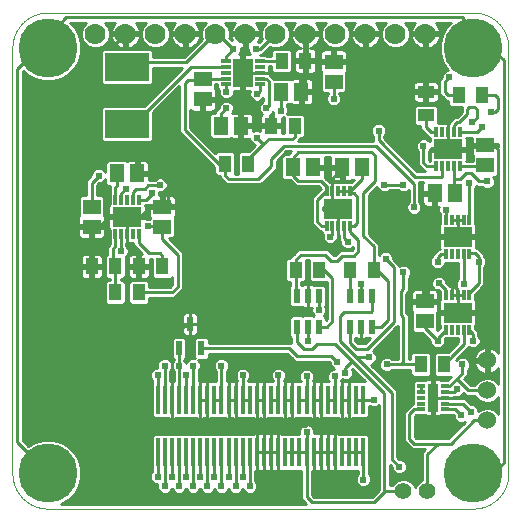
<source format=gtl>
G75*
%MOIN*%
%OFA0B0*%
%FSLAX25Y25*%
%IPPOS*%
%LPD*%
%AMOC8*
5,1,8,0,0,1.08239X$1,22.5*
%
%ADD10C,0.00000*%
%ADD11C,0.06000*%
%ADD12R,0.05118X0.05906*%
%ADD13R,0.05906X0.05118*%
%ADD14R,0.15000X0.09300*%
%ADD15R,0.04331X0.05512*%
%ADD16R,0.05512X0.04331*%
%ADD17C,0.07000*%
%ADD18C,0.05543*%
%ADD19R,0.02200X0.05000*%
%ADD20R,0.01378X0.09646*%
%ADD21R,0.01200X0.03200*%
%ADD22R,0.09400X0.06500*%
%ADD23R,0.03200X0.01200*%
%ADD24R,0.06500X0.09400*%
%ADD25R,0.02600X0.01200*%
%ADD26R,0.03300X0.09400*%
%ADD27C,0.01000*%
%ADD28C,0.02381*%
%ADD29C,0.03562*%
%ADD30C,0.19685*%
D10*
X0001500Y0013311D02*
X0001500Y0155043D01*
X0001503Y0155328D01*
X0001514Y0155614D01*
X0001531Y0155899D01*
X0001555Y0156183D01*
X0001586Y0156467D01*
X0001624Y0156750D01*
X0001669Y0157031D01*
X0001720Y0157312D01*
X0001778Y0157592D01*
X0001843Y0157870D01*
X0001915Y0158146D01*
X0001993Y0158420D01*
X0002078Y0158693D01*
X0002170Y0158963D01*
X0002268Y0159231D01*
X0002372Y0159497D01*
X0002483Y0159760D01*
X0002600Y0160020D01*
X0002723Y0160278D01*
X0002853Y0160532D01*
X0002989Y0160783D01*
X0003130Y0161031D01*
X0003278Y0161275D01*
X0003431Y0161516D01*
X0003591Y0161752D01*
X0003756Y0161985D01*
X0003926Y0162214D01*
X0004102Y0162439D01*
X0004284Y0162659D01*
X0004470Y0162875D01*
X0004662Y0163086D01*
X0004859Y0163293D01*
X0005061Y0163495D01*
X0005268Y0163692D01*
X0005479Y0163884D01*
X0005695Y0164070D01*
X0005915Y0164252D01*
X0006140Y0164428D01*
X0006369Y0164598D01*
X0006602Y0164763D01*
X0006838Y0164923D01*
X0007079Y0165076D01*
X0007323Y0165224D01*
X0007571Y0165365D01*
X0007822Y0165501D01*
X0008076Y0165631D01*
X0008334Y0165754D01*
X0008594Y0165871D01*
X0008857Y0165982D01*
X0009123Y0166086D01*
X0009391Y0166184D01*
X0009661Y0166276D01*
X0009934Y0166361D01*
X0010208Y0166439D01*
X0010484Y0166511D01*
X0010762Y0166576D01*
X0011042Y0166634D01*
X0011323Y0166685D01*
X0011604Y0166730D01*
X0011887Y0166768D01*
X0012171Y0166799D01*
X0012455Y0166823D01*
X0012740Y0166840D01*
X0013026Y0166851D01*
X0013311Y0166854D01*
X0155043Y0166854D01*
X0155328Y0166851D01*
X0155614Y0166840D01*
X0155899Y0166823D01*
X0156183Y0166799D01*
X0156467Y0166768D01*
X0156750Y0166730D01*
X0157031Y0166685D01*
X0157312Y0166634D01*
X0157592Y0166576D01*
X0157870Y0166511D01*
X0158146Y0166439D01*
X0158420Y0166361D01*
X0158693Y0166276D01*
X0158963Y0166184D01*
X0159231Y0166086D01*
X0159497Y0165982D01*
X0159760Y0165871D01*
X0160020Y0165754D01*
X0160278Y0165631D01*
X0160532Y0165501D01*
X0160783Y0165365D01*
X0161031Y0165224D01*
X0161275Y0165076D01*
X0161516Y0164923D01*
X0161752Y0164763D01*
X0161985Y0164598D01*
X0162214Y0164428D01*
X0162439Y0164252D01*
X0162659Y0164070D01*
X0162875Y0163884D01*
X0163086Y0163692D01*
X0163293Y0163495D01*
X0163495Y0163293D01*
X0163692Y0163086D01*
X0163884Y0162875D01*
X0164070Y0162659D01*
X0164252Y0162439D01*
X0164428Y0162214D01*
X0164598Y0161985D01*
X0164763Y0161752D01*
X0164923Y0161516D01*
X0165076Y0161275D01*
X0165224Y0161031D01*
X0165365Y0160783D01*
X0165501Y0160532D01*
X0165631Y0160278D01*
X0165754Y0160020D01*
X0165871Y0159760D01*
X0165982Y0159497D01*
X0166086Y0159231D01*
X0166184Y0158963D01*
X0166276Y0158693D01*
X0166361Y0158420D01*
X0166439Y0158146D01*
X0166511Y0157870D01*
X0166576Y0157592D01*
X0166634Y0157312D01*
X0166685Y0157031D01*
X0166730Y0156750D01*
X0166768Y0156467D01*
X0166799Y0156183D01*
X0166823Y0155899D01*
X0166840Y0155614D01*
X0166851Y0155328D01*
X0166854Y0155043D01*
X0166854Y0013311D01*
X0166851Y0013026D01*
X0166840Y0012740D01*
X0166823Y0012455D01*
X0166799Y0012171D01*
X0166768Y0011887D01*
X0166730Y0011604D01*
X0166685Y0011323D01*
X0166634Y0011042D01*
X0166576Y0010762D01*
X0166511Y0010484D01*
X0166439Y0010208D01*
X0166361Y0009934D01*
X0166276Y0009661D01*
X0166184Y0009391D01*
X0166086Y0009123D01*
X0165982Y0008857D01*
X0165871Y0008594D01*
X0165754Y0008334D01*
X0165631Y0008076D01*
X0165501Y0007822D01*
X0165365Y0007571D01*
X0165224Y0007323D01*
X0165076Y0007079D01*
X0164923Y0006838D01*
X0164763Y0006602D01*
X0164598Y0006369D01*
X0164428Y0006140D01*
X0164252Y0005915D01*
X0164070Y0005695D01*
X0163884Y0005479D01*
X0163692Y0005268D01*
X0163495Y0005061D01*
X0163293Y0004859D01*
X0163086Y0004662D01*
X0162875Y0004470D01*
X0162659Y0004284D01*
X0162439Y0004102D01*
X0162214Y0003926D01*
X0161985Y0003756D01*
X0161752Y0003591D01*
X0161516Y0003431D01*
X0161275Y0003278D01*
X0161031Y0003130D01*
X0160783Y0002989D01*
X0160532Y0002853D01*
X0160278Y0002723D01*
X0160020Y0002600D01*
X0159760Y0002483D01*
X0159497Y0002372D01*
X0159231Y0002268D01*
X0158963Y0002170D01*
X0158693Y0002078D01*
X0158420Y0001993D01*
X0158146Y0001915D01*
X0157870Y0001843D01*
X0157592Y0001778D01*
X0157312Y0001720D01*
X0157031Y0001669D01*
X0156750Y0001624D01*
X0156467Y0001586D01*
X0156183Y0001555D01*
X0155899Y0001531D01*
X0155614Y0001514D01*
X0155328Y0001503D01*
X0155043Y0001500D01*
X0013311Y0001500D01*
X0013026Y0001503D01*
X0012740Y0001514D01*
X0012455Y0001531D01*
X0012171Y0001555D01*
X0011887Y0001586D01*
X0011604Y0001624D01*
X0011323Y0001669D01*
X0011042Y0001720D01*
X0010762Y0001778D01*
X0010484Y0001843D01*
X0010208Y0001915D01*
X0009934Y0001993D01*
X0009661Y0002078D01*
X0009391Y0002170D01*
X0009123Y0002268D01*
X0008857Y0002372D01*
X0008594Y0002483D01*
X0008334Y0002600D01*
X0008076Y0002723D01*
X0007822Y0002853D01*
X0007571Y0002989D01*
X0007323Y0003130D01*
X0007079Y0003278D01*
X0006838Y0003431D01*
X0006602Y0003591D01*
X0006369Y0003756D01*
X0006140Y0003926D01*
X0005915Y0004102D01*
X0005695Y0004284D01*
X0005479Y0004470D01*
X0005268Y0004662D01*
X0005061Y0004859D01*
X0004859Y0005061D01*
X0004662Y0005268D01*
X0004470Y0005479D01*
X0004284Y0005695D01*
X0004102Y0005915D01*
X0003926Y0006140D01*
X0003756Y0006369D01*
X0003591Y0006602D01*
X0003431Y0006838D01*
X0003278Y0007079D01*
X0003130Y0007323D01*
X0002989Y0007571D01*
X0002853Y0007822D01*
X0002723Y0008076D01*
X0002600Y0008334D01*
X0002483Y0008594D01*
X0002372Y0008857D01*
X0002268Y0009123D01*
X0002170Y0009391D01*
X0002078Y0009661D01*
X0001993Y0009934D01*
X0001915Y0010208D01*
X0001843Y0010484D01*
X0001778Y0010762D01*
X0001720Y0011042D01*
X0001669Y0011323D01*
X0001624Y0011604D01*
X0001586Y0011887D01*
X0001555Y0012171D01*
X0001531Y0012455D01*
X0001514Y0012740D01*
X0001503Y0013026D01*
X0001500Y0013311D01*
D11*
X0159768Y0030870D03*
X0159768Y0040870D03*
X0159768Y0050870D03*
D12*
X0148941Y0106618D03*
X0142248Y0106618D03*
X0118193Y0115280D03*
X0111500Y0115280D03*
X0101736Y0115319D03*
X0095043Y0115319D03*
X0077681Y0129059D03*
X0070988Y0129059D03*
X0091067Y0140476D03*
X0097760Y0140476D03*
X0043035Y0113311D03*
X0036343Y0113311D03*
D13*
X0027878Y0102091D03*
X0027878Y0095398D03*
X0051500Y0095398D03*
X0051500Y0102091D03*
X0064886Y0137917D03*
X0064886Y0144610D03*
X0108587Y0143823D03*
X0108587Y0150516D03*
X0159177Y0122563D03*
X0159177Y0115870D03*
X0138902Y0070594D03*
X0138902Y0063902D03*
D14*
X0039689Y0129795D03*
X0039689Y0148795D03*
D15*
X0072248Y0116500D03*
X0080122Y0116500D03*
X0087720Y0129059D03*
X0095594Y0129059D03*
X0099138Y0150713D03*
X0091264Y0150713D03*
X0150319Y0139295D03*
X0158193Y0139295D03*
X0121972Y0081028D03*
X0114098Y0081028D03*
X0103862Y0081028D03*
X0095988Y0081028D03*
X0137642Y0049571D03*
X0145516Y0049571D03*
X0051500Y0082209D03*
X0043626Y0082209D03*
X0035752Y0082209D03*
X0027878Y0082209D03*
X0035752Y0073547D03*
X0043626Y0073547D03*
D16*
X0139295Y0132602D03*
X0139295Y0140476D03*
D17*
X0139177Y0159768D03*
X0129177Y0159768D03*
X0119177Y0159768D03*
X0109177Y0159768D03*
X0099177Y0159768D03*
X0089177Y0159768D03*
X0079177Y0159768D03*
X0069177Y0159768D03*
X0059177Y0159768D03*
X0049177Y0159768D03*
X0039177Y0159768D03*
X0029177Y0159768D03*
D18*
X0131815Y0007406D03*
X0139689Y0007406D03*
D19*
X0121342Y0062148D03*
X0117642Y0062148D03*
X0113942Y0062148D03*
X0113942Y0072348D03*
X0117642Y0072348D03*
X0121342Y0072348D03*
X0103625Y0072348D03*
X0099925Y0072348D03*
X0096225Y0072348D03*
X0096225Y0062148D03*
X0099925Y0062148D03*
X0103625Y0062148D03*
X0064491Y0054880D03*
X0057091Y0054880D03*
X0060791Y0063080D03*
D20*
X0061736Y0037819D03*
X0059374Y0037819D03*
X0057012Y0037819D03*
X0054650Y0037819D03*
X0052287Y0037819D03*
X0049925Y0037819D03*
X0064098Y0037819D03*
X0066461Y0037819D03*
X0068823Y0037819D03*
X0071185Y0037819D03*
X0073547Y0037819D03*
X0075909Y0037819D03*
X0078272Y0037819D03*
X0080634Y0037819D03*
X0082996Y0037819D03*
X0085358Y0037819D03*
X0087720Y0037819D03*
X0090083Y0037819D03*
X0092445Y0037819D03*
X0094807Y0037819D03*
X0097169Y0037819D03*
X0099531Y0037819D03*
X0101894Y0037819D03*
X0104256Y0037819D03*
X0106618Y0037819D03*
X0108980Y0037819D03*
X0111343Y0037819D03*
X0113705Y0037819D03*
X0116067Y0037819D03*
X0118429Y0037819D03*
X0118429Y0020299D03*
X0116067Y0020299D03*
X0113705Y0020299D03*
X0111343Y0020299D03*
X0108980Y0020299D03*
X0106618Y0020299D03*
X0104256Y0020299D03*
X0101894Y0020299D03*
X0099531Y0020299D03*
X0097169Y0020299D03*
X0094807Y0020299D03*
X0092445Y0020299D03*
X0090083Y0020299D03*
X0087720Y0020299D03*
X0085358Y0020299D03*
X0082996Y0020299D03*
X0080634Y0020299D03*
X0078272Y0020299D03*
X0075909Y0020299D03*
X0073547Y0020299D03*
X0071185Y0020299D03*
X0068823Y0020299D03*
X0066461Y0020299D03*
X0064098Y0020299D03*
X0061736Y0020299D03*
X0059374Y0020299D03*
X0057012Y0020299D03*
X0054650Y0020299D03*
X0052287Y0020299D03*
X0049925Y0020299D03*
D21*
X0043589Y0093044D03*
X0041689Y0093044D03*
X0039689Y0093044D03*
X0037689Y0093044D03*
X0035789Y0093044D03*
X0035789Y0104444D03*
X0037689Y0104444D03*
X0039689Y0104444D03*
X0041689Y0104444D03*
X0043589Y0104444D03*
X0106261Y0107300D03*
X0108161Y0107300D03*
X0110161Y0107300D03*
X0112161Y0107300D03*
X0114061Y0107300D03*
X0114061Y0095700D03*
X0112161Y0095700D03*
X0110161Y0095700D03*
X0108161Y0095700D03*
X0106261Y0095700D03*
X0142836Y0115564D03*
X0144736Y0115564D03*
X0146736Y0115564D03*
X0148736Y0115564D03*
X0150636Y0115564D03*
X0150636Y0126964D03*
X0148736Y0126964D03*
X0146736Y0126964D03*
X0144736Y0126964D03*
X0142836Y0126964D03*
X0146025Y0097751D03*
X0147925Y0097751D03*
X0149925Y0097751D03*
X0151925Y0097751D03*
X0153825Y0097751D03*
X0153825Y0086351D03*
X0151925Y0086351D03*
X0149925Y0086351D03*
X0147925Y0086351D03*
X0146025Y0086351D03*
X0146025Y0072554D03*
X0147925Y0072554D03*
X0149925Y0072554D03*
X0151925Y0072554D03*
X0153825Y0072554D03*
X0153825Y0061154D03*
X0151925Y0061154D03*
X0149925Y0061154D03*
X0147925Y0061154D03*
X0146025Y0061154D03*
D22*
X0149925Y0066854D03*
X0149925Y0092051D03*
X0146736Y0121264D03*
X0110161Y0101500D03*
X0039689Y0098744D03*
D23*
X0072572Y0142876D03*
X0072572Y0144776D03*
X0072572Y0146776D03*
X0072572Y0148776D03*
X0072572Y0150676D03*
X0083972Y0150676D03*
X0083972Y0148776D03*
X0083972Y0146776D03*
X0083972Y0144776D03*
X0083972Y0142876D03*
D24*
X0078272Y0146776D03*
D25*
X0137657Y0042408D03*
X0137657Y0040508D03*
X0137657Y0038508D03*
X0137657Y0036508D03*
X0137657Y0034608D03*
X0145657Y0034608D03*
X0145657Y0036508D03*
X0145657Y0038508D03*
X0145657Y0040508D03*
X0145657Y0042408D03*
D26*
X0141657Y0038508D03*
D27*
X0141657Y0031815D01*
X0141332Y0032308D02*
X0139810Y0032308D01*
X0139428Y0032410D01*
X0139086Y0032608D01*
X0138993Y0032701D01*
X0136044Y0032701D01*
X0135591Y0032248D01*
X0135591Y0025477D01*
X0136107Y0024961D01*
X0142484Y0024961D01*
X0146814Y0024961D01*
X0152210Y0030356D01*
X0151603Y0030105D01*
X0150609Y0030105D01*
X0149691Y0030485D01*
X0148989Y0031188D01*
X0148609Y0032106D01*
X0148609Y0032544D01*
X0148352Y0032801D01*
X0147599Y0032801D01*
X0147499Y0032701D01*
X0144322Y0032701D01*
X0144228Y0032608D01*
X0143886Y0032410D01*
X0143505Y0032308D01*
X0141982Y0032308D01*
X0141982Y0038183D01*
X0141332Y0038183D01*
X0141332Y0032308D01*
X0141332Y0032454D02*
X0141982Y0032454D01*
X0141982Y0033452D02*
X0141332Y0033452D01*
X0141332Y0034451D02*
X0141982Y0034451D01*
X0141982Y0035449D02*
X0141332Y0035449D01*
X0141332Y0036448D02*
X0141982Y0036448D01*
X0141982Y0037446D02*
X0141332Y0037446D01*
X0141983Y0038183D02*
X0141983Y0038833D01*
X0142857Y0038833D01*
X0142857Y0038508D01*
X0145657Y0038508D01*
X0145657Y0038508D01*
X0142857Y0038508D01*
X0142857Y0038183D01*
X0141983Y0038183D01*
X0141983Y0038445D02*
X0142857Y0038445D01*
X0141982Y0038833D02*
X0141332Y0038833D01*
X0141332Y0044708D01*
X0139810Y0044708D01*
X0139428Y0044606D01*
X0139086Y0044408D01*
X0138993Y0044315D01*
X0135816Y0044315D01*
X0135050Y0043549D01*
X0135050Y0036378D01*
X0134610Y0036378D01*
X0131976Y0033745D01*
X0131976Y0023980D01*
X0133035Y0022921D01*
X0134610Y0021346D01*
X0138870Y0021346D01*
X0137882Y0020359D01*
X0137882Y0011072D01*
X0137379Y0010863D01*
X0136231Y0009716D01*
X0135752Y0008559D01*
X0135273Y0009716D01*
X0134125Y0010863D01*
X0132626Y0011484D01*
X0131004Y0011484D01*
X0129505Y0010863D01*
X0128357Y0009716D01*
X0128149Y0009213D01*
X0127323Y0009213D01*
X0127323Y0016035D01*
X0127939Y0015418D01*
X0127939Y0014980D01*
X0128320Y0014062D01*
X0129022Y0013359D01*
X0129940Y0012979D01*
X0130934Y0012979D01*
X0131852Y0013359D01*
X0132554Y0014062D01*
X0132935Y0014980D01*
X0132935Y0015973D01*
X0132554Y0016891D01*
X0131852Y0017594D01*
X0130934Y0017974D01*
X0130495Y0017974D01*
X0129685Y0018784D01*
X0129685Y0040831D01*
X0128626Y0041890D01*
X0121054Y0049462D01*
X0121812Y0049776D01*
X0122515Y0050479D01*
X0122895Y0051397D01*
X0122895Y0052391D01*
X0122515Y0053308D01*
X0121812Y0054011D01*
X0121611Y0054095D01*
X0129414Y0061898D01*
X0130008Y0062492D01*
X0130008Y0051378D01*
X0127989Y0051378D01*
X0127718Y0051649D01*
X0126800Y0052029D01*
X0125806Y0052029D01*
X0124888Y0051649D01*
X0124186Y0050946D01*
X0123806Y0050028D01*
X0123806Y0049035D01*
X0124186Y0048117D01*
X0124888Y0047414D01*
X0125806Y0047034D01*
X0126800Y0047034D01*
X0127718Y0047414D01*
X0128068Y0047764D01*
X0134169Y0047764D01*
X0134169Y0046274D01*
X0134935Y0045508D01*
X0140348Y0045508D01*
X0141114Y0046274D01*
X0141114Y0052868D01*
X0140348Y0053634D01*
X0134935Y0053634D01*
X0134169Y0052868D01*
X0134169Y0051378D01*
X0133622Y0051378D01*
X0133622Y0066028D01*
X0132835Y0066815D01*
X0132835Y0073192D01*
X0133622Y0073980D01*
X0133622Y0078515D01*
X0133932Y0078825D01*
X0134313Y0079743D01*
X0134313Y0080737D01*
X0133932Y0081655D01*
X0133230Y0082358D01*
X0132312Y0082738D01*
X0131318Y0082738D01*
X0130472Y0082387D01*
X0130472Y0082760D01*
X0128407Y0084826D01*
X0128407Y0085265D01*
X0128027Y0086183D01*
X0127324Y0086885D01*
X0126406Y0087265D01*
X0125413Y0087265D01*
X0124495Y0086885D01*
X0123792Y0086183D01*
X0123780Y0086152D01*
X0123780Y0089650D01*
X0120236Y0093193D01*
X0120236Y0105870D01*
X0123084Y0108718D01*
X0123398Y0107959D01*
X0124101Y0107257D01*
X0125019Y0106876D01*
X0126013Y0106876D01*
X0126931Y0107257D01*
X0127241Y0107567D01*
X0130090Y0107567D01*
X0130400Y0107257D01*
X0131318Y0106876D01*
X0132312Y0106876D01*
X0133230Y0107257D01*
X0133551Y0107578D01*
X0133551Y0103619D01*
X0133241Y0103308D01*
X0132861Y0102391D01*
X0132861Y0101397D01*
X0133241Y0100479D01*
X0133943Y0099776D01*
X0134861Y0099396D01*
X0135855Y0099396D01*
X0136773Y0099776D01*
X0137476Y0100479D01*
X0137856Y0101397D01*
X0137856Y0102391D01*
X0137476Y0103308D01*
X0137165Y0103619D01*
X0137165Y0110323D01*
X0138391Y0110323D01*
X0138291Y0110150D01*
X0138189Y0109768D01*
X0138189Y0107118D01*
X0141748Y0107118D01*
X0141748Y0106118D01*
X0142748Y0106118D01*
X0142748Y0102165D01*
X0143723Y0102165D01*
X0143491Y0101603D01*
X0143491Y0100609D01*
X0143871Y0099691D01*
X0144118Y0099444D01*
X0144118Y0096315D01*
X0144025Y0096222D01*
X0143827Y0095880D01*
X0143725Y0095499D01*
X0143725Y0092551D01*
X0149425Y0092551D01*
X0149425Y0091551D01*
X0143725Y0091551D01*
X0143725Y0088604D01*
X0143827Y0088222D01*
X0143864Y0088158D01*
X0143477Y0088158D01*
X0142484Y0087165D01*
X0141425Y0086107D01*
X0141425Y0085509D01*
X0141115Y0085198D01*
X0140735Y0084280D01*
X0140735Y0083287D01*
X0141115Y0082369D01*
X0141817Y0081666D01*
X0142735Y0081286D01*
X0143729Y0081286D01*
X0144647Y0081666D01*
X0145350Y0082369D01*
X0145730Y0083287D01*
X0145730Y0083444D01*
X0150118Y0083444D01*
X0150118Y0078060D01*
X0149776Y0077718D01*
X0149396Y0076800D01*
X0149396Y0075806D01*
X0149459Y0075654D01*
X0149128Y0075654D01*
X0148925Y0075600D01*
X0148723Y0075654D01*
X0147925Y0075654D01*
X0147224Y0075654D01*
X0146124Y0076755D01*
X0146124Y0077194D01*
X0145743Y0078112D01*
X0145041Y0078814D01*
X0144123Y0079194D01*
X0143129Y0079194D01*
X0142211Y0078814D01*
X0141509Y0078112D01*
X0141128Y0077194D01*
X0141128Y0076200D01*
X0141509Y0075282D01*
X0142168Y0074622D01*
X0142052Y0074654D01*
X0139402Y0074654D01*
X0139402Y0071095D01*
X0138402Y0071095D01*
X0138402Y0074654D01*
X0135751Y0074654D01*
X0135370Y0074551D01*
X0135028Y0074354D01*
X0134749Y0074075D01*
X0134551Y0073733D01*
X0134449Y0073351D01*
X0134449Y0071094D01*
X0138402Y0071094D01*
X0138402Y0070095D01*
X0134449Y0070095D01*
X0134449Y0067838D01*
X0134551Y0067456D01*
X0134749Y0067114D01*
X0134751Y0067112D01*
X0134642Y0067002D01*
X0134642Y0060801D01*
X0135407Y0060035D01*
X0138047Y0060035D01*
X0140735Y0057348D01*
X0140735Y0056909D01*
X0141115Y0055991D01*
X0141817Y0055288D01*
X0142735Y0054908D01*
X0143729Y0054908D01*
X0144647Y0055288D01*
X0145350Y0055991D01*
X0145730Y0056909D01*
X0145730Y0057902D01*
X0145587Y0058247D01*
X0150118Y0058247D01*
X0150118Y0057004D01*
X0146814Y0053701D01*
X0146748Y0053634D01*
X0142809Y0053634D01*
X0142043Y0052868D01*
X0142043Y0046274D01*
X0142809Y0045508D01*
X0147677Y0045508D01*
X0146484Y0044315D01*
X0144322Y0044315D01*
X0144228Y0044408D01*
X0143886Y0044606D01*
X0143505Y0044708D01*
X0141982Y0044708D01*
X0141982Y0038833D01*
X0141657Y0038508D02*
X0145657Y0038508D01*
X0154650Y0038508D01*
X0157406Y0035752D01*
X0159650Y0035752D01*
X0159768Y0035870D01*
X0160624Y0035177D02*
X0158911Y0035177D01*
X0157328Y0034521D01*
X0156754Y0033947D01*
X0156754Y0034280D01*
X0156373Y0035198D01*
X0155671Y0035901D01*
X0154753Y0036281D01*
X0154314Y0036281D01*
X0152280Y0038315D01*
X0148457Y0038315D01*
X0148457Y0038508D01*
X0148457Y0038669D01*
X0149493Y0038669D01*
X0149589Y0038766D01*
X0150028Y0038766D01*
X0150946Y0039146D01*
X0151649Y0039849D01*
X0151732Y0040051D01*
X0152720Y0039063D01*
X0155854Y0039063D01*
X0156116Y0038430D01*
X0157328Y0037219D01*
X0158911Y0036563D01*
X0160624Y0036563D01*
X0162207Y0037219D01*
X0163419Y0038430D01*
X0163472Y0038559D01*
X0163472Y0033181D01*
X0163419Y0033310D01*
X0162207Y0034521D01*
X0160624Y0035177D01*
X0162278Y0034451D02*
X0163472Y0034451D01*
X0163472Y0035449D02*
X0156122Y0035449D01*
X0156683Y0034451D02*
X0157257Y0034451D01*
X0157100Y0037446D02*
X0153149Y0037446D01*
X0154147Y0036448D02*
X0163472Y0036448D01*
X0163472Y0037446D02*
X0162435Y0037446D01*
X0163425Y0038445D02*
X0163472Y0038445D01*
X0159768Y0040870D02*
X0153469Y0040870D01*
X0149531Y0044807D01*
X0151500Y0046776D01*
X0151500Y0049531D01*
X0153307Y0047806D02*
X0153617Y0048117D01*
X0153998Y0049035D01*
X0153998Y0050028D01*
X0153617Y0050946D01*
X0152915Y0051649D01*
X0151997Y0052029D01*
X0151003Y0052029D01*
X0150085Y0051649D01*
X0149383Y0050946D01*
X0149370Y0050916D01*
X0149370Y0051145D01*
X0152674Y0054449D01*
X0153571Y0055346D01*
X0153629Y0055288D01*
X0154546Y0054908D01*
X0155540Y0054908D01*
X0156458Y0055288D01*
X0157161Y0055991D01*
X0157541Y0056909D01*
X0157541Y0057902D01*
X0157161Y0058820D01*
X0156850Y0059131D01*
X0156850Y0060516D01*
X0155792Y0061575D01*
X0155732Y0061634D01*
X0155732Y0062590D01*
X0155825Y0062683D01*
X0156023Y0063025D01*
X0156125Y0063407D01*
X0156125Y0066354D01*
X0150425Y0066354D01*
X0150425Y0067354D01*
X0156125Y0067354D01*
X0156125Y0070302D01*
X0156023Y0070683D01*
X0155825Y0071025D01*
X0155732Y0071119D01*
X0155732Y0072862D01*
X0157760Y0074890D01*
X0158819Y0075948D01*
X0158819Y0082058D01*
X0159129Y0082369D01*
X0159509Y0083287D01*
X0159509Y0084280D01*
X0159129Y0085198D01*
X0158819Y0085509D01*
X0158819Y0086107D01*
X0157638Y0087288D01*
X0156579Y0088346D01*
X0156056Y0088346D01*
X0156125Y0088604D01*
X0156125Y0091551D01*
X0150425Y0091551D01*
X0150425Y0092551D01*
X0156125Y0092551D01*
X0156125Y0095499D01*
X0156023Y0095880D01*
X0155825Y0096222D01*
X0155732Y0096315D01*
X0155732Y0099893D01*
X0155632Y0099993D01*
X0155632Y0108399D01*
X0155943Y0108710D01*
X0156048Y0108964D01*
X0156263Y0108748D01*
X0158043Y0108748D01*
X0158353Y0108438D01*
X0159271Y0108057D01*
X0160265Y0108057D01*
X0161183Y0108438D01*
X0161885Y0109140D01*
X0162265Y0110058D01*
X0162265Y0111052D01*
X0161885Y0111970D01*
X0161851Y0112004D01*
X0162671Y0112004D01*
X0163437Y0112770D01*
X0163437Y0118971D01*
X0163327Y0119080D01*
X0163330Y0119083D01*
X0163472Y0119329D01*
X0163472Y0053427D01*
X0163200Y0053802D01*
X0162699Y0054302D01*
X0162126Y0054719D01*
X0161495Y0055040D01*
X0160821Y0055259D01*
X0160268Y0055347D01*
X0160268Y0051370D01*
X0159268Y0051370D01*
X0159268Y0055347D01*
X0158714Y0055259D01*
X0158040Y0055040D01*
X0157409Y0054719D01*
X0156836Y0054302D01*
X0156335Y0053802D01*
X0155919Y0053229D01*
X0155597Y0052597D01*
X0155379Y0051924D01*
X0155291Y0051370D01*
X0159268Y0051370D01*
X0159268Y0050370D01*
X0160268Y0050370D01*
X0160268Y0046393D01*
X0160821Y0046481D01*
X0161495Y0046700D01*
X0162126Y0047021D01*
X0162699Y0047438D01*
X0163200Y0047939D01*
X0163472Y0048313D01*
X0163472Y0043181D01*
X0163419Y0043310D01*
X0162207Y0044521D01*
X0160624Y0045177D01*
X0158911Y0045177D01*
X0157328Y0044521D01*
X0156116Y0043310D01*
X0155854Y0042677D01*
X0154217Y0042677D01*
X0152087Y0044807D01*
X0152249Y0044969D01*
X0153307Y0046027D01*
X0153307Y0047806D01*
X0153307Y0047432D02*
X0156845Y0047432D01*
X0156836Y0047438D02*
X0157409Y0047021D01*
X0158040Y0046700D01*
X0158714Y0046481D01*
X0159268Y0046393D01*
X0159268Y0050370D01*
X0155291Y0050370D01*
X0155379Y0049816D01*
X0155597Y0049143D01*
X0155919Y0048512D01*
X0156335Y0047939D01*
X0156836Y0047438D01*
X0155978Y0048430D02*
X0153747Y0048430D01*
X0153998Y0049429D02*
X0155505Y0049429D01*
X0153832Y0050427D02*
X0159268Y0050427D01*
X0159768Y0050870D02*
X0159768Y0064098D01*
X0156933Y0066933D01*
X0163449Y0073311D01*
X0163449Y0121185D01*
X0162071Y0122563D01*
X0159177Y0122563D01*
X0158980Y0122760D01*
X0154256Y0122760D01*
X0152760Y0121264D01*
X0146736Y0121264D01*
X0146736Y0126964D01*
X0146736Y0130064D01*
X0145939Y0130064D01*
X0145557Y0129962D01*
X0145400Y0129871D01*
X0143334Y0129871D01*
X0143358Y0129896D01*
X0143358Y0135309D01*
X0142593Y0136075D01*
X0135998Y0136075D01*
X0135232Y0135309D01*
X0135232Y0129896D01*
X0135998Y0129130D01*
X0137488Y0129130D01*
X0137488Y0127917D01*
X0138547Y0126858D01*
X0140248Y0125157D01*
X0140675Y0125157D01*
X0140638Y0125093D01*
X0140536Y0124711D01*
X0140536Y0123870D01*
X0139923Y0124484D01*
X0139005Y0124864D01*
X0138011Y0124864D01*
X0137093Y0124484D01*
X0136390Y0123781D01*
X0136010Y0122863D01*
X0136010Y0121869D01*
X0136390Y0120951D01*
X0136701Y0120641D01*
X0136701Y0116106D01*
X0137759Y0115047D01*
X0138870Y0113937D01*
X0136500Y0113937D01*
X0125354Y0125083D01*
X0125354Y0125759D01*
X0125665Y0126069D01*
X0126045Y0126987D01*
X0126045Y0127981D01*
X0125665Y0128899D01*
X0124962Y0129602D01*
X0124044Y0129982D01*
X0123050Y0129982D01*
X0122132Y0129602D01*
X0121430Y0128899D01*
X0121050Y0127981D01*
X0121050Y0126987D01*
X0121430Y0126069D01*
X0121740Y0125759D01*
X0121740Y0124173D01*
X0096808Y0124173D01*
X0097402Y0124767D01*
X0097402Y0124996D01*
X0098301Y0124996D01*
X0099067Y0125762D01*
X0099067Y0132356D01*
X0098301Y0133122D01*
X0093136Y0133122D01*
X0093368Y0133680D01*
X0093368Y0134674D01*
X0092987Y0135592D01*
X0092874Y0135705D01*
X0092874Y0136217D01*
X0094167Y0136217D01*
X0094277Y0136326D01*
X0094280Y0136323D01*
X0094622Y0136126D01*
X0095003Y0136024D01*
X0097260Y0136024D01*
X0097260Y0139976D01*
X0098260Y0139976D01*
X0098260Y0136024D01*
X0100516Y0136024D01*
X0100898Y0136126D01*
X0101240Y0136323D01*
X0101519Y0136603D01*
X0101717Y0136945D01*
X0101819Y0137326D01*
X0101819Y0139976D01*
X0098260Y0139976D01*
X0098260Y0140976D01*
X0101819Y0140976D01*
X0101819Y0143627D01*
X0101717Y0144008D01*
X0101519Y0144350D01*
X0101240Y0144629D01*
X0100898Y0144827D01*
X0100516Y0144929D01*
X0098260Y0144929D01*
X0098260Y0140976D01*
X0097260Y0140976D01*
X0097260Y0144929D01*
X0095003Y0144929D01*
X0094622Y0144827D01*
X0094280Y0144629D01*
X0094277Y0144627D01*
X0094167Y0144736D01*
X0088740Y0144736D01*
X0088740Y0144768D01*
X0087682Y0145827D01*
X0087072Y0146437D01*
X0087072Y0146776D01*
X0087072Y0147573D01*
X0086969Y0147955D01*
X0086879Y0148112D01*
X0086879Y0148906D01*
X0087791Y0148906D01*
X0087791Y0147415D01*
X0088557Y0146650D01*
X0093971Y0146650D01*
X0094736Y0147415D01*
X0094736Y0154010D01*
X0093971Y0154776D01*
X0088557Y0154776D01*
X0087791Y0154010D01*
X0087791Y0152520D01*
X0086176Y0152520D01*
X0086113Y0152583D01*
X0084068Y0152583D01*
X0084327Y0152843D01*
X0084808Y0152843D01*
X0087305Y0155340D01*
X0088221Y0154961D01*
X0090133Y0154961D01*
X0091900Y0155692D01*
X0093252Y0157045D01*
X0093984Y0158812D01*
X0093984Y0160724D01*
X0093252Y0162491D01*
X0092271Y0163472D01*
X0095811Y0163472D01*
X0095363Y0163025D01*
X0094901Y0162388D01*
X0094543Y0161687D01*
X0094300Y0160939D01*
X0094194Y0160268D01*
X0098677Y0160268D01*
X0098677Y0159268D01*
X0094194Y0159268D01*
X0094300Y0158597D01*
X0094543Y0157848D01*
X0094901Y0157147D01*
X0095363Y0156510D01*
X0095920Y0155954D01*
X0096557Y0155491D01*
X0097258Y0155134D01*
X0097767Y0154968D01*
X0096775Y0154968D01*
X0096393Y0154866D01*
X0096051Y0154669D01*
X0095772Y0154390D01*
X0095575Y0154047D01*
X0095472Y0153666D01*
X0095472Y0151213D01*
X0098638Y0151213D01*
X0098638Y0154791D01*
X0098677Y0154785D01*
X0098677Y0159268D01*
X0099677Y0159268D01*
X0099677Y0160268D01*
X0104160Y0160268D01*
X0104054Y0160939D01*
X0103811Y0161687D01*
X0103454Y0162388D01*
X0102991Y0163025D01*
X0102543Y0163472D01*
X0106084Y0163472D01*
X0105102Y0162491D01*
X0104370Y0160724D01*
X0104370Y0158812D01*
X0105102Y0157045D01*
X0106454Y0155692D01*
X0108221Y0154961D01*
X0110133Y0154961D01*
X0111900Y0155692D01*
X0113252Y0157045D01*
X0113984Y0158812D01*
X0113984Y0160724D01*
X0113252Y0162491D01*
X0112271Y0163472D01*
X0115811Y0163472D01*
X0115363Y0163025D01*
X0114901Y0162388D01*
X0114543Y0161687D01*
X0114300Y0160939D01*
X0114194Y0160268D01*
X0118677Y0160268D01*
X0118677Y0159268D01*
X0114194Y0159268D01*
X0114300Y0158597D01*
X0114543Y0157848D01*
X0114901Y0157147D01*
X0115363Y0156510D01*
X0115920Y0155954D01*
X0116557Y0155491D01*
X0117258Y0155134D01*
X0118006Y0154891D01*
X0118677Y0154785D01*
X0118677Y0159268D01*
X0119677Y0159268D01*
X0119677Y0160268D01*
X0124160Y0160268D01*
X0124054Y0160939D01*
X0123811Y0161687D01*
X0123454Y0162388D01*
X0122991Y0163025D01*
X0122543Y0163472D01*
X0126084Y0163472D01*
X0125102Y0162491D01*
X0124370Y0160724D01*
X0124370Y0158812D01*
X0125102Y0157045D01*
X0126454Y0155692D01*
X0128221Y0154961D01*
X0130133Y0154961D01*
X0131900Y0155692D01*
X0133252Y0157045D01*
X0133984Y0158812D01*
X0133984Y0160724D01*
X0133252Y0162491D01*
X0132271Y0163472D01*
X0135811Y0163472D01*
X0135363Y0163025D01*
X0134901Y0162388D01*
X0134543Y0161687D01*
X0134300Y0160939D01*
X0134194Y0160268D01*
X0138677Y0160268D01*
X0138677Y0159268D01*
X0134194Y0159268D01*
X0134300Y0158597D01*
X0134543Y0157848D01*
X0134901Y0157147D01*
X0135363Y0156510D01*
X0135920Y0155954D01*
X0136557Y0155491D01*
X0137258Y0155134D01*
X0138006Y0154891D01*
X0138677Y0154785D01*
X0138677Y0159268D01*
X0139677Y0159268D01*
X0139677Y0160268D01*
X0144160Y0160268D01*
X0144054Y0160939D01*
X0143811Y0161687D01*
X0143454Y0162388D01*
X0142991Y0163025D01*
X0142543Y0163472D01*
X0147705Y0163472D01*
X0146121Y0161889D01*
X0144654Y0159347D01*
X0143894Y0156511D01*
X0143894Y0153575D01*
X0144654Y0150740D01*
X0146121Y0148197D01*
X0146636Y0147683D01*
X0145754Y0147318D01*
X0145052Y0146616D01*
X0144672Y0145698D01*
X0144672Y0145259D01*
X0143787Y0144374D01*
X0143787Y0139728D01*
X0144969Y0138547D01*
X0146027Y0137488D01*
X0146846Y0137488D01*
X0146846Y0135998D01*
X0147612Y0135232D01*
X0151268Y0135232D01*
X0151268Y0133745D01*
X0149570Y0132047D01*
X0148783Y0132047D01*
X0147724Y0130989D01*
X0146929Y0130193D01*
X0146929Y0130064D01*
X0146736Y0130064D01*
X0146736Y0126964D01*
X0146736Y0126964D01*
X0146736Y0130201D01*
X0150319Y0133783D01*
X0150827Y0133303D02*
X0143358Y0133303D01*
X0143358Y0132305D02*
X0149828Y0132305D01*
X0148042Y0131306D02*
X0143358Y0131306D01*
X0143358Y0130308D02*
X0147044Y0130308D01*
X0146736Y0129309D02*
X0146736Y0129309D01*
X0146736Y0128311D02*
X0146736Y0128311D01*
X0146736Y0127312D02*
X0146736Y0127312D01*
X0146736Y0126964D02*
X0146736Y0123864D01*
X0146736Y0126964D01*
X0146736Y0126964D01*
X0146736Y0126314D02*
X0146736Y0126314D01*
X0146736Y0125315D02*
X0146736Y0125315D01*
X0146736Y0124317D02*
X0146736Y0124317D01*
X0146736Y0123864D02*
X0147236Y0123864D01*
X0147236Y0121764D01*
X0146236Y0121764D01*
X0146236Y0123864D01*
X0146736Y0123864D01*
X0146236Y0123318D02*
X0147236Y0123318D01*
X0147236Y0122320D02*
X0146236Y0122320D01*
X0146236Y0121764D02*
X0140962Y0121764D01*
X0140625Y0120951D01*
X0140315Y0120641D01*
X0140315Y0117603D01*
X0140547Y0117371D01*
X0140675Y0117371D01*
X0140638Y0117435D01*
X0140536Y0117816D01*
X0140536Y0120764D01*
X0146236Y0120764D01*
X0146236Y0121764D01*
X0146236Y0121321D02*
X0140779Y0121321D01*
X0140536Y0120323D02*
X0140315Y0120323D01*
X0140315Y0119324D02*
X0140536Y0119324D01*
X0140536Y0118326D02*
X0140315Y0118326D01*
X0138508Y0116854D02*
X0138508Y0122366D01*
X0140089Y0124317D02*
X0140536Y0124317D01*
X0140090Y0125315D02*
X0125354Y0125315D01*
X0125766Y0126314D02*
X0139091Y0126314D01*
X0138547Y0126858D02*
X0138547Y0126858D01*
X0138093Y0127312D02*
X0126045Y0127312D01*
X0125908Y0128311D02*
X0137488Y0128311D01*
X0139295Y0128665D02*
X0139295Y0132602D01*
X0139295Y0128665D02*
X0140997Y0126964D01*
X0142836Y0126964D01*
X0136926Y0124317D02*
X0126121Y0124317D01*
X0127119Y0123318D02*
X0136199Y0123318D01*
X0136010Y0122320D02*
X0128118Y0122320D01*
X0129116Y0121321D02*
X0136237Y0121321D01*
X0136701Y0120323D02*
X0130115Y0120323D01*
X0131113Y0119324D02*
X0136701Y0119324D01*
X0136701Y0118326D02*
X0132112Y0118326D01*
X0133110Y0117327D02*
X0136701Y0117327D01*
X0136701Y0116329D02*
X0134109Y0116329D01*
X0135107Y0115330D02*
X0137476Y0115330D01*
X0138475Y0114332D02*
X0136106Y0114332D01*
X0135752Y0112130D02*
X0123547Y0124335D01*
X0123547Y0127484D01*
X0121840Y0129309D02*
X0099067Y0129309D01*
X0099067Y0128311D02*
X0121186Y0128311D01*
X0121050Y0127312D02*
X0099067Y0127312D01*
X0099067Y0126314D02*
X0121329Y0126314D01*
X0121740Y0125315D02*
X0098621Y0125315D01*
X0096951Y0124317D02*
X0121740Y0124317D01*
X0122760Y0122366D02*
X0092051Y0122366D01*
X0087816Y0118131D01*
X0087816Y0115651D01*
X0083507Y0111343D01*
X0073547Y0111343D01*
X0072366Y0112524D01*
X0072366Y0114340D01*
X0058980Y0127726D01*
X0058980Y0143232D01*
X0060161Y0144413D01*
X0064689Y0144413D01*
X0064886Y0144610D01*
X0065051Y0144776D01*
X0072572Y0144776D01*
X0072572Y0142876D02*
X0072760Y0142687D01*
X0072760Y0140476D01*
X0075257Y0140576D02*
X0077772Y0140576D01*
X0077772Y0146276D01*
X0078772Y0146276D01*
X0078772Y0147276D01*
X0077772Y0147276D01*
X0077772Y0152976D01*
X0076980Y0152976D01*
X0077239Y0153235D01*
X0077620Y0154153D01*
X0077620Y0155016D01*
X0078006Y0154891D01*
X0078677Y0154785D01*
X0078677Y0159268D01*
X0074194Y0159268D01*
X0074300Y0158597D01*
X0074543Y0157848D01*
X0074611Y0157717D01*
X0073847Y0158480D01*
X0073984Y0158812D01*
X0073984Y0160724D01*
X0073252Y0162491D01*
X0072271Y0163472D01*
X0075811Y0163472D01*
X0075363Y0163025D01*
X0074901Y0162388D01*
X0074543Y0161687D01*
X0074300Y0160939D01*
X0074194Y0160268D01*
X0078677Y0160268D01*
X0078677Y0159268D01*
X0079677Y0159268D01*
X0079677Y0160268D01*
X0084160Y0160268D01*
X0084054Y0160939D01*
X0083811Y0161687D01*
X0083454Y0162388D01*
X0082991Y0163025D01*
X0082543Y0163472D01*
X0086084Y0163472D01*
X0085102Y0162491D01*
X0084370Y0160724D01*
X0084370Y0158812D01*
X0084749Y0157896D01*
X0083737Y0156883D01*
X0083372Y0157034D01*
X0083454Y0157147D01*
X0083811Y0157848D01*
X0084054Y0158597D01*
X0084160Y0159268D01*
X0079677Y0159268D01*
X0079677Y0154785D01*
X0080105Y0154852D01*
X0080105Y0154153D01*
X0080485Y0153235D01*
X0080744Y0152976D01*
X0078772Y0152976D01*
X0078772Y0147276D01*
X0080872Y0147276D01*
X0080872Y0146776D01*
X0083972Y0146776D01*
X0087072Y0146776D01*
X0083972Y0146776D01*
X0083972Y0146776D01*
X0078272Y0146776D01*
X0078272Y0154650D01*
X0079059Y0155437D01*
X0079059Y0159650D01*
X0079177Y0159768D01*
X0078677Y0160263D02*
X0073984Y0160263D01*
X0073984Y0159265D02*
X0074194Y0159265D01*
X0074061Y0158266D02*
X0074408Y0158266D01*
X0074405Y0161262D02*
X0073761Y0161262D01*
X0073348Y0162260D02*
X0074836Y0162260D01*
X0075597Y0163259D02*
X0072484Y0163259D01*
X0070004Y0159768D02*
X0069177Y0159768D01*
X0068823Y0159768D01*
X0059374Y0150319D01*
X0041213Y0150319D01*
X0039689Y0148795D01*
X0039677Y0154785D02*
X0040348Y0154891D01*
X0041096Y0155134D01*
X0041798Y0155491D01*
X0042434Y0155954D01*
X0042991Y0156510D01*
X0043454Y0157147D01*
X0043811Y0157848D01*
X0044054Y0158597D01*
X0044160Y0159268D01*
X0039677Y0159268D01*
X0039677Y0160268D01*
X0044160Y0160268D01*
X0044054Y0160939D01*
X0043811Y0161687D01*
X0043454Y0162388D01*
X0042991Y0163025D01*
X0042543Y0163472D01*
X0046084Y0163472D01*
X0045102Y0162491D01*
X0044370Y0160724D01*
X0044370Y0158812D01*
X0045102Y0157045D01*
X0046454Y0155692D01*
X0048221Y0154961D01*
X0050133Y0154961D01*
X0051900Y0155692D01*
X0053252Y0157045D01*
X0053984Y0158812D01*
X0053984Y0160724D01*
X0053252Y0162491D01*
X0052271Y0163472D01*
X0055811Y0163472D01*
X0055363Y0163025D01*
X0054901Y0162388D01*
X0054543Y0161687D01*
X0054300Y0160939D01*
X0054194Y0160268D01*
X0058677Y0160268D01*
X0058677Y0159268D01*
X0054194Y0159268D01*
X0054300Y0158597D01*
X0054543Y0157848D01*
X0054901Y0157147D01*
X0055363Y0156510D01*
X0055920Y0155954D01*
X0056557Y0155491D01*
X0057258Y0155134D01*
X0058006Y0154891D01*
X0058677Y0154785D01*
X0058677Y0159268D01*
X0059677Y0159268D01*
X0059677Y0160268D01*
X0064160Y0160268D01*
X0064054Y0160939D01*
X0063811Y0161687D01*
X0063454Y0162388D01*
X0062991Y0163025D01*
X0062543Y0163472D01*
X0066084Y0163472D01*
X0065102Y0162491D01*
X0064370Y0160724D01*
X0064370Y0158812D01*
X0064646Y0158146D01*
X0058625Y0152126D01*
X0048496Y0152126D01*
X0048496Y0153987D01*
X0047730Y0154752D01*
X0031648Y0154752D01*
X0030882Y0153987D01*
X0030882Y0143604D01*
X0031648Y0142838D01*
X0047730Y0142838D01*
X0048496Y0143604D01*
X0048496Y0148512D01*
X0058161Y0148512D01*
X0045401Y0135752D01*
X0031648Y0135752D01*
X0030882Y0134987D01*
X0030882Y0124604D01*
X0031648Y0123838D01*
X0047730Y0123838D01*
X0048496Y0124604D01*
X0048496Y0133736D01*
X0057173Y0142413D01*
X0057173Y0126977D01*
X0068776Y0115375D01*
X0068776Y0113203D01*
X0069541Y0112437D01*
X0070559Y0112437D01*
X0070559Y0111775D01*
X0071618Y0110717D01*
X0071740Y0110594D01*
X0072799Y0109535D01*
X0084256Y0109535D01*
X0088565Y0113844D01*
X0089623Y0114903D01*
X0089623Y0117383D01*
X0092800Y0120559D01*
X0094381Y0120559D01*
X0093401Y0119579D01*
X0091943Y0119579D01*
X0091177Y0118813D01*
X0091177Y0111825D01*
X0091943Y0111059D01*
X0093913Y0111059D01*
X0094255Y0110717D01*
X0096027Y0108945D01*
X0103507Y0108945D01*
X0104259Y0108193D01*
X0102326Y0106260D01*
X0101268Y0105201D01*
X0101268Y0096421D01*
X0102326Y0095362D01*
X0103796Y0093893D01*
X0104354Y0093893D01*
X0104354Y0093559D01*
X0105042Y0092871D01*
X0104908Y0092548D01*
X0104908Y0091554D01*
X0105288Y0090636D01*
X0105991Y0089934D01*
X0106909Y0089554D01*
X0107902Y0089554D01*
X0108820Y0089934D01*
X0109523Y0090636D01*
X0109903Y0091554D01*
X0109903Y0091993D01*
X0109968Y0092059D01*
X0109968Y0092600D01*
X0110161Y0092600D01*
X0110161Y0095700D01*
X0110161Y0098800D01*
X0109661Y0098800D01*
X0109661Y0101000D01*
X0104882Y0101000D01*
X0104882Y0102000D01*
X0109661Y0102000D01*
X0109661Y0101000D01*
X0110661Y0101000D01*
X0110661Y0098800D01*
X0110161Y0098800D01*
X0110161Y0095700D01*
X0110161Y0095700D01*
X0110161Y0095700D01*
X0110161Y0088114D01*
X0108980Y0086933D01*
X0109408Y0086373D02*
X0108159Y0086373D01*
X0108548Y0085984D02*
X0106579Y0087953D01*
X0096814Y0087953D01*
X0095240Y0086378D01*
X0094181Y0085319D01*
X0094181Y0085091D01*
X0093281Y0085091D01*
X0092516Y0084325D01*
X0092516Y0077730D01*
X0093281Y0076965D01*
X0094181Y0076965D01*
X0094181Y0075752D01*
X0093818Y0075389D01*
X0093818Y0069307D01*
X0094584Y0068541D01*
X0097867Y0068541D01*
X0097948Y0068622D01*
X0098246Y0068450D01*
X0098628Y0068348D01*
X0099875Y0068348D01*
X0099875Y0072298D01*
X0099975Y0072298D01*
X0099975Y0068348D01*
X0101223Y0068348D01*
X0101258Y0068358D01*
X0101168Y0068139D01*
X0101168Y0067145D01*
X0101548Y0066227D01*
X0101902Y0065873D01*
X0101775Y0065747D01*
X0101567Y0065955D01*
X0098284Y0065955D01*
X0098075Y0065747D01*
X0097867Y0065955D01*
X0094584Y0065955D01*
X0093818Y0065189D01*
X0093818Y0059107D01*
X0094418Y0058507D01*
X0094418Y0056687D01*
X0066898Y0056687D01*
X0066898Y0057922D01*
X0066133Y0058687D01*
X0062850Y0058687D01*
X0062084Y0057922D01*
X0062084Y0051839D01*
X0062326Y0051597D01*
X0062233Y0051635D01*
X0061239Y0051635D01*
X0060321Y0051255D01*
X0059619Y0050553D01*
X0059374Y0049962D01*
X0059129Y0050553D01*
X0058843Y0050839D01*
X0058847Y0051188D01*
X0059498Y0051839D01*
X0059498Y0057922D01*
X0058733Y0058687D01*
X0055450Y0058687D01*
X0054684Y0057922D01*
X0054684Y0051839D01*
X0055234Y0051289D01*
X0055229Y0050887D01*
X0054894Y0050553D01*
X0054650Y0049962D01*
X0054405Y0050553D01*
X0053702Y0051255D01*
X0052784Y0051635D01*
X0051791Y0051635D01*
X0050873Y0051255D01*
X0050170Y0050553D01*
X0049790Y0049635D01*
X0049790Y0048641D01*
X0049854Y0048486D01*
X0049428Y0048486D01*
X0048510Y0048106D01*
X0047808Y0047403D01*
X0047428Y0046485D01*
X0047428Y0045491D01*
X0047808Y0044573D01*
X0048118Y0044263D01*
X0048118Y0043372D01*
X0047929Y0043183D01*
X0047929Y0032455D01*
X0048695Y0031689D01*
X0053225Y0031689D01*
X0053382Y0031598D01*
X0053763Y0031496D01*
X0054650Y0031496D01*
X0055536Y0031496D01*
X0055918Y0031598D01*
X0056075Y0031689D01*
X0062673Y0031689D01*
X0062830Y0031598D01*
X0063212Y0031496D01*
X0064098Y0031496D01*
X0064098Y0037819D01*
X0064098Y0044142D01*
X0063543Y0044142D01*
X0063543Y0047413D01*
X0063854Y0047723D01*
X0064234Y0048641D01*
X0064234Y0049635D01*
X0063854Y0050553D01*
X0063333Y0051073D01*
X0066133Y0051073D01*
X0066898Y0051839D01*
X0066898Y0053073D01*
X0093040Y0053073D01*
X0094575Y0051539D01*
X0095633Y0050480D01*
X0107051Y0050480D01*
X0107270Y0050261D01*
X0107270Y0049822D01*
X0107650Y0048904D01*
X0108353Y0048202D01*
X0108617Y0048092D01*
X0108483Y0048092D01*
X0107566Y0047712D01*
X0106863Y0047009D01*
X0106483Y0046091D01*
X0106483Y0045098D01*
X0106863Y0044180D01*
X0107094Y0043949D01*
X0105681Y0043949D01*
X0105524Y0044039D01*
X0105142Y0044142D01*
X0104256Y0044142D01*
X0104256Y0037819D01*
X0104256Y0037819D01*
X0101894Y0037819D01*
X0104083Y0037819D01*
X0104256Y0037819D01*
X0104256Y0044142D01*
X0103369Y0044142D01*
X0103075Y0044063D01*
X0102780Y0044142D01*
X0101894Y0044142D01*
X0101894Y0037819D01*
X0101894Y0037819D01*
X0104256Y0037819D01*
X0104256Y0037819D01*
X0104256Y0031496D01*
X0105142Y0031496D01*
X0105524Y0031598D01*
X0105681Y0031689D01*
X0109917Y0031689D01*
X0110075Y0031598D01*
X0110456Y0031496D01*
X0111342Y0031496D01*
X0111342Y0037819D01*
X0111342Y0044142D01*
X0111060Y0044142D01*
X0111098Y0044180D01*
X0111269Y0044592D01*
X0112027Y0044278D01*
X0113020Y0044278D01*
X0113938Y0044658D01*
X0114641Y0045361D01*
X0115021Y0046279D01*
X0115021Y0047272D01*
X0114722Y0047994D01*
X0114787Y0048059D01*
X0118897Y0043949D01*
X0115130Y0043949D01*
X0114973Y0044039D01*
X0114591Y0044142D01*
X0113705Y0044142D01*
X0113705Y0037819D01*
X0113705Y0037819D01*
X0113705Y0030634D01*
X0112130Y0029059D01*
X0109374Y0029059D01*
X0106618Y0026303D01*
X0106618Y0020299D01*
X0106618Y0020299D01*
X0106618Y0013976D01*
X0105732Y0013976D01*
X0105437Y0014055D01*
X0105142Y0013976D01*
X0104256Y0013976D01*
X0104256Y0020299D01*
X0104256Y0020299D01*
X0104256Y0020299D01*
X0104429Y0020299D01*
X0106618Y0020299D01*
X0106618Y0020299D01*
X0106618Y0013976D01*
X0107505Y0013976D01*
X0107799Y0014055D01*
X0108094Y0013976D01*
X0108980Y0013976D01*
X0108980Y0020299D01*
X0106791Y0020299D01*
X0106618Y0020299D01*
X0108980Y0020299D01*
X0108980Y0020299D01*
X0108980Y0020299D01*
X0106618Y0020299D01*
X0104256Y0020299D01*
X0104256Y0013976D01*
X0103369Y0013976D01*
X0103075Y0014055D01*
X0102780Y0013976D01*
X0101894Y0013976D01*
X0101894Y0020299D01*
X0101894Y0020299D01*
X0102067Y0020299D01*
X0104256Y0020299D01*
X0101894Y0020299D01*
X0101894Y0020299D01*
X0104256Y0020299D01*
X0106618Y0020299D01*
X0106618Y0020299D01*
X0106618Y0026622D01*
X0105732Y0026622D01*
X0105437Y0026543D01*
X0105142Y0026622D01*
X0104256Y0026622D01*
X0104256Y0020299D01*
X0104256Y0020299D01*
X0104256Y0020299D01*
X0104256Y0026622D01*
X0103369Y0026622D01*
X0103075Y0026543D01*
X0102780Y0026622D01*
X0102029Y0026622D01*
X0102029Y0027587D01*
X0101649Y0028505D01*
X0100946Y0029208D01*
X0100028Y0029588D01*
X0099035Y0029588D01*
X0098117Y0029208D01*
X0097414Y0028505D01*
X0097034Y0027587D01*
X0097034Y0026594D01*
X0097102Y0026429D01*
X0091508Y0026429D01*
X0091351Y0026520D01*
X0090969Y0026622D01*
X0090083Y0026622D01*
X0090083Y0020299D01*
X0090083Y0013976D01*
X0090969Y0013976D01*
X0091351Y0014079D01*
X0091508Y0014169D01*
X0097724Y0014169D01*
X0097724Y0004688D01*
X0098783Y0003630D01*
X0099413Y0003000D01*
X0017751Y0003000D01*
X0020157Y0004389D01*
X0022233Y0006465D01*
X0023701Y0009007D01*
X0024461Y0011843D01*
X0024461Y0014779D01*
X0023701Y0017615D01*
X0022233Y0020157D01*
X0020157Y0022233D01*
X0017615Y0023701D01*
X0014779Y0024461D01*
X0011843Y0024461D01*
X0009007Y0023701D01*
X0006769Y0022409D01*
X0004882Y0024296D01*
X0004882Y0147208D01*
X0005130Y0147456D01*
X0006465Y0146121D01*
X0009007Y0144654D01*
X0011843Y0143894D01*
X0014779Y0143894D01*
X0017615Y0144654D01*
X0020157Y0146121D01*
X0022233Y0148197D01*
X0023701Y0150740D01*
X0024461Y0153575D01*
X0024461Y0156511D01*
X0023701Y0159347D01*
X0022233Y0161889D01*
X0020650Y0163472D01*
X0026084Y0163472D01*
X0025102Y0162491D01*
X0024370Y0160724D01*
X0024370Y0158812D01*
X0025102Y0157045D01*
X0026454Y0155692D01*
X0028221Y0154961D01*
X0030133Y0154961D01*
X0031900Y0155692D01*
X0033252Y0157045D01*
X0033984Y0158812D01*
X0033984Y0160724D01*
X0033252Y0162491D01*
X0032271Y0163472D01*
X0035811Y0163472D01*
X0035363Y0163025D01*
X0034901Y0162388D01*
X0034543Y0161687D01*
X0034300Y0160939D01*
X0034194Y0160268D01*
X0038677Y0160268D01*
X0038677Y0159268D01*
X0034194Y0159268D01*
X0034300Y0158597D01*
X0034543Y0157848D01*
X0034901Y0157147D01*
X0035363Y0156510D01*
X0035920Y0155954D01*
X0036557Y0155491D01*
X0037258Y0155134D01*
X0038006Y0154891D01*
X0038677Y0154785D01*
X0038677Y0159268D01*
X0039677Y0159268D01*
X0039677Y0154785D01*
X0039677Y0155271D02*
X0038677Y0155271D01*
X0038677Y0156269D02*
X0039677Y0156269D01*
X0039677Y0157268D02*
X0038677Y0157268D01*
X0038677Y0158266D02*
X0039677Y0158266D01*
X0039677Y0159265D02*
X0038677Y0159265D01*
X0039177Y0159650D02*
X0035752Y0156224D01*
X0032996Y0156224D01*
X0030634Y0153862D01*
X0030634Y0124335D01*
X0031815Y0123154D01*
X0039295Y0123154D01*
X0043232Y0119217D01*
X0043232Y0113508D01*
X0043035Y0113311D01*
X0050319Y0113311D01*
X0053469Y0110161D01*
X0053469Y0104059D01*
X0054059Y0103469D01*
X0053469Y0104059D02*
X0051500Y0102091D01*
X0051303Y0101894D01*
X0047169Y0101894D01*
X0044020Y0098744D01*
X0039689Y0098744D01*
X0033783Y0098744D01*
X0030437Y0095398D01*
X0027878Y0095398D01*
X0027878Y0082209D01*
X0028378Y0082379D02*
X0032280Y0082379D01*
X0031543Y0082709D02*
X0031543Y0085162D01*
X0031441Y0085544D01*
X0031244Y0085886D01*
X0030964Y0086165D01*
X0030622Y0086362D01*
X0030241Y0086465D01*
X0028378Y0086465D01*
X0028378Y0082709D01*
X0027378Y0082709D01*
X0027378Y0086465D01*
X0025515Y0086465D01*
X0025134Y0086362D01*
X0024792Y0086165D01*
X0024512Y0085886D01*
X0024315Y0085544D01*
X0024213Y0085162D01*
X0024213Y0082709D01*
X0027378Y0082709D01*
X0027378Y0081709D01*
X0024213Y0081709D01*
X0024213Y0079255D01*
X0024315Y0078874D01*
X0024512Y0078532D01*
X0024792Y0078252D01*
X0025134Y0078055D01*
X0025515Y0077953D01*
X0027378Y0077953D01*
X0027378Y0081709D01*
X0028378Y0081709D01*
X0028378Y0082709D01*
X0031543Y0082709D01*
X0031543Y0083378D02*
X0032280Y0083378D01*
X0032280Y0084376D02*
X0031543Y0084376D01*
X0031486Y0085375D02*
X0032280Y0085375D01*
X0032280Y0085506D02*
X0032280Y0078911D01*
X0033045Y0078146D01*
X0033945Y0078146D01*
X0033945Y0077610D01*
X0033045Y0077610D01*
X0032280Y0076845D01*
X0032280Y0070250D01*
X0033045Y0069484D01*
X0038459Y0069484D01*
X0039224Y0070250D01*
X0039224Y0076845D01*
X0038459Y0077610D01*
X0037559Y0077610D01*
X0037559Y0078146D01*
X0038459Y0078146D01*
X0039224Y0078911D01*
X0039224Y0085299D01*
X0039838Y0085912D01*
X0040218Y0086830D01*
X0040218Y0087824D01*
X0039838Y0088742D01*
X0039496Y0089083D01*
X0039496Y0089944D01*
X0039689Y0089944D01*
X0040486Y0089944D01*
X0040868Y0090046D01*
X0041025Y0090137D01*
X0041782Y0090137D01*
X0041782Y0089371D01*
X0044689Y0086465D01*
X0044126Y0086465D01*
X0044126Y0082709D01*
X0043126Y0082709D01*
X0043126Y0086465D01*
X0041263Y0086465D01*
X0040882Y0086362D01*
X0040540Y0086165D01*
X0040260Y0085886D01*
X0040063Y0085544D01*
X0039961Y0085162D01*
X0039961Y0082709D01*
X0043126Y0082709D01*
X0043126Y0081709D01*
X0039961Y0081709D01*
X0039961Y0079255D01*
X0040063Y0078874D01*
X0040260Y0078532D01*
X0040540Y0078252D01*
X0040882Y0078055D01*
X0041263Y0077953D01*
X0043126Y0077953D01*
X0043126Y0081709D01*
X0044126Y0081709D01*
X0044126Y0082709D01*
X0047291Y0082709D01*
X0047291Y0084732D01*
X0048028Y0084732D01*
X0048028Y0078911D01*
X0048793Y0078146D01*
X0054207Y0078146D01*
X0054811Y0078750D01*
X0054811Y0076264D01*
X0053901Y0075354D01*
X0047098Y0075354D01*
X0047098Y0076845D01*
X0046333Y0077610D01*
X0040919Y0077610D01*
X0040154Y0076845D01*
X0040154Y0070250D01*
X0040919Y0069484D01*
X0046333Y0069484D01*
X0047098Y0070250D01*
X0047098Y0071740D01*
X0055398Y0071740D01*
X0056457Y0072799D01*
X0058425Y0074767D01*
X0058425Y0086894D01*
X0057367Y0087953D01*
X0053788Y0091531D01*
X0054994Y0091531D01*
X0055760Y0092297D01*
X0055760Y0098498D01*
X0055650Y0098608D01*
X0055653Y0098610D01*
X0055851Y0098953D01*
X0055953Y0099334D01*
X0055953Y0101591D01*
X0052000Y0101591D01*
X0052000Y0102591D01*
X0051000Y0102591D01*
X0051000Y0106150D01*
X0050454Y0106150D01*
X0050454Y0106876D01*
X0051209Y0106876D01*
X0052127Y0107257D01*
X0052830Y0107959D01*
X0053210Y0108877D01*
X0053210Y0109871D01*
X0052830Y0110789D01*
X0052127Y0111491D01*
X0051209Y0111872D01*
X0050216Y0111872D01*
X0049298Y0111491D01*
X0048987Y0111181D01*
X0047094Y0111181D01*
X0047094Y0112811D01*
X0043535Y0112811D01*
X0043535Y0113811D01*
X0042535Y0113811D01*
X0042535Y0117764D01*
X0040279Y0117764D01*
X0039897Y0117662D01*
X0039555Y0117464D01*
X0039553Y0117461D01*
X0039443Y0117571D01*
X0033242Y0117571D01*
X0032476Y0116805D01*
X0032476Y0113652D01*
X0032358Y0113938D01*
X0031655Y0114641D01*
X0030737Y0115021D01*
X0029743Y0115021D01*
X0028825Y0114641D01*
X0028123Y0113938D01*
X0027743Y0113020D01*
X0027743Y0112582D01*
X0026071Y0110910D01*
X0026071Y0105957D01*
X0024384Y0105957D01*
X0023618Y0105191D01*
X0023618Y0098990D01*
X0023728Y0098880D01*
X0023725Y0098878D01*
X0023527Y0098536D01*
X0023425Y0098154D01*
X0023425Y0095898D01*
X0027378Y0095898D01*
X0027378Y0094898D01*
X0023425Y0094898D01*
X0023425Y0092641D01*
X0023527Y0092260D01*
X0023725Y0091918D01*
X0024004Y0091638D01*
X0024346Y0091441D01*
X0024728Y0091339D01*
X0027378Y0091339D01*
X0027378Y0094898D01*
X0028378Y0094898D01*
X0028378Y0095898D01*
X0032331Y0095898D01*
X0032331Y0098154D01*
X0032228Y0098536D01*
X0032031Y0098878D01*
X0032028Y0098880D01*
X0032138Y0098990D01*
X0032138Y0105191D01*
X0031372Y0105957D01*
X0029685Y0105957D01*
X0029685Y0109413D01*
X0030298Y0110026D01*
X0030737Y0110026D01*
X0031655Y0110406D01*
X0032358Y0111109D01*
X0032476Y0111396D01*
X0032476Y0109817D01*
X0033242Y0109051D01*
X0033945Y0109051D01*
X0033945Y0106648D01*
X0033882Y0106586D01*
X0033882Y0103008D01*
X0033789Y0102915D01*
X0033591Y0102573D01*
X0033489Y0102192D01*
X0033489Y0099244D01*
X0039189Y0099244D01*
X0039189Y0098244D01*
X0040189Y0098244D01*
X0040189Y0096144D01*
X0039689Y0096144D01*
X0039689Y0093044D01*
X0039689Y0089944D01*
X0039689Y0093044D01*
X0039689Y0093044D01*
X0039689Y0098744D01*
X0040189Y0098356D02*
X0047240Y0098356D01*
X0047240Y0098498D02*
X0047240Y0098024D01*
X0047076Y0098092D01*
X0046082Y0098092D01*
X0045889Y0098012D01*
X0045889Y0098244D01*
X0040189Y0098244D01*
X0040189Y0099244D01*
X0045889Y0099244D01*
X0045889Y0102192D01*
X0045787Y0102573D01*
X0045750Y0102637D01*
X0046925Y0102637D01*
X0047047Y0102759D01*
X0047047Y0102591D01*
X0051000Y0102591D01*
X0051000Y0101591D01*
X0047047Y0101591D01*
X0047047Y0099334D01*
X0047149Y0098953D01*
X0047347Y0098610D01*
X0047350Y0098608D01*
X0047240Y0098498D01*
X0047047Y0099354D02*
X0045889Y0099354D01*
X0045889Y0100353D02*
X0047047Y0100353D01*
X0047047Y0101351D02*
X0045889Y0101351D01*
X0045847Y0102350D02*
X0051000Y0102350D01*
X0051000Y0103348D02*
X0052000Y0103348D01*
X0052000Y0102591D02*
X0052000Y0106150D01*
X0054650Y0106150D01*
X0055032Y0106047D01*
X0055374Y0105850D01*
X0055653Y0105571D01*
X0055851Y0105229D01*
X0055953Y0104847D01*
X0055953Y0102591D01*
X0052000Y0102591D01*
X0052000Y0102350D02*
X0101268Y0102350D01*
X0101268Y0103348D02*
X0055953Y0103348D01*
X0055953Y0104347D02*
X0101268Y0104347D01*
X0101412Y0105345D02*
X0055783Y0105345D01*
X0055953Y0101351D02*
X0101268Y0101351D01*
X0101268Y0100353D02*
X0055953Y0100353D01*
X0055953Y0099354D02*
X0101268Y0099354D01*
X0101268Y0098356D02*
X0055760Y0098356D01*
X0055760Y0097357D02*
X0101268Y0097357D01*
X0101330Y0096359D02*
X0055760Y0096359D01*
X0055760Y0095360D02*
X0102328Y0095360D01*
X0103327Y0094362D02*
X0055760Y0094362D01*
X0055760Y0093363D02*
X0104550Y0093363D01*
X0104908Y0092365D02*
X0055760Y0092365D01*
X0054952Y0090368D02*
X0105557Y0090368D01*
X0104986Y0091366D02*
X0053953Y0091366D01*
X0051500Y0091264D02*
X0056618Y0086146D01*
X0056618Y0075516D01*
X0054650Y0073547D01*
X0043626Y0073547D01*
X0040154Y0073393D02*
X0039224Y0073393D01*
X0039224Y0074391D02*
X0040154Y0074391D01*
X0040154Y0075390D02*
X0039224Y0075390D01*
X0039224Y0076388D02*
X0040154Y0076388D01*
X0040696Y0077387D02*
X0038682Y0077387D01*
X0038698Y0078385D02*
X0040407Y0078385D01*
X0039961Y0079384D02*
X0039224Y0079384D01*
X0039224Y0080382D02*
X0039961Y0080382D01*
X0039961Y0081381D02*
X0039224Y0081381D01*
X0039224Y0082379D02*
X0043126Y0082379D01*
X0043626Y0082209D02*
X0043626Y0085358D01*
X0039689Y0089295D01*
X0039689Y0093044D01*
X0039689Y0093044D01*
X0039689Y0096144D01*
X0039189Y0096144D01*
X0039189Y0098244D01*
X0033489Y0098244D01*
X0033489Y0095297D01*
X0033591Y0094915D01*
X0033789Y0094573D01*
X0033882Y0094480D01*
X0033882Y0090903D01*
X0033982Y0090803D01*
X0033982Y0089687D01*
X0033157Y0088863D01*
X0033157Y0086272D01*
X0033045Y0086272D01*
X0032280Y0085506D01*
X0033157Y0086373D02*
X0030581Y0086373D01*
X0033157Y0087372D02*
X0004882Y0087372D01*
X0004882Y0088370D02*
X0033157Y0088370D01*
X0033664Y0089369D02*
X0004882Y0089369D01*
X0004882Y0090368D02*
X0033982Y0090368D01*
X0033882Y0091366D02*
X0031131Y0091366D01*
X0031028Y0091339D02*
X0031410Y0091441D01*
X0031752Y0091638D01*
X0032031Y0091918D01*
X0032228Y0092260D01*
X0032331Y0092641D01*
X0032331Y0094898D01*
X0028378Y0094898D01*
X0028378Y0091339D01*
X0031028Y0091339D01*
X0032257Y0092365D02*
X0033882Y0092365D01*
X0033882Y0093363D02*
X0032331Y0093363D01*
X0032331Y0094362D02*
X0033882Y0094362D01*
X0033489Y0095360D02*
X0028378Y0095360D01*
X0028378Y0094362D02*
X0027378Y0094362D01*
X0027378Y0095360D02*
X0004882Y0095360D01*
X0004882Y0094362D02*
X0023425Y0094362D01*
X0023425Y0093363D02*
X0004882Y0093363D01*
X0004882Y0092365D02*
X0023499Y0092365D01*
X0024625Y0091366D02*
X0004882Y0091366D01*
X0004882Y0086373D02*
X0025175Y0086373D01*
X0024270Y0085375D02*
X0004882Y0085375D01*
X0004882Y0084376D02*
X0024213Y0084376D01*
X0024213Y0083378D02*
X0004882Y0083378D01*
X0004882Y0082379D02*
X0027378Y0082379D01*
X0027378Y0081381D02*
X0028378Y0081381D01*
X0028378Y0081709D02*
X0028378Y0077953D01*
X0030241Y0077953D01*
X0030622Y0078055D01*
X0030964Y0078252D01*
X0031244Y0078532D01*
X0031441Y0078874D01*
X0031543Y0079255D01*
X0031543Y0081709D01*
X0028378Y0081709D01*
X0028378Y0080382D02*
X0027378Y0080382D01*
X0027378Y0079384D02*
X0028378Y0079384D01*
X0028378Y0078385D02*
X0027378Y0078385D01*
X0024659Y0078385D02*
X0004882Y0078385D01*
X0004882Y0077387D02*
X0032822Y0077387D01*
X0032805Y0078385D02*
X0031097Y0078385D01*
X0031543Y0079384D02*
X0032280Y0079384D01*
X0032280Y0080382D02*
X0031543Y0080382D01*
X0031543Y0081381D02*
X0032280Y0081381D01*
X0034965Y0082996D02*
X0035752Y0082209D01*
X0035752Y0073547D01*
X0032280Y0073393D02*
X0004882Y0073393D01*
X0004882Y0074391D02*
X0032280Y0074391D01*
X0032280Y0075390D02*
X0004882Y0075390D01*
X0004882Y0076388D02*
X0032280Y0076388D01*
X0032280Y0072394D02*
X0004882Y0072394D01*
X0004882Y0071396D02*
X0032280Y0071396D01*
X0032280Y0070397D02*
X0004882Y0070397D01*
X0004882Y0069399D02*
X0093818Y0069399D01*
X0093818Y0070397D02*
X0047098Y0070397D01*
X0047098Y0071396D02*
X0093818Y0071396D01*
X0093818Y0072394D02*
X0056052Y0072394D01*
X0057051Y0073393D02*
X0093818Y0073393D01*
X0093818Y0074391D02*
X0058049Y0074391D01*
X0058425Y0075390D02*
X0093819Y0075390D01*
X0094181Y0076388D02*
X0058425Y0076388D01*
X0058425Y0077387D02*
X0092859Y0077387D01*
X0092516Y0078385D02*
X0058425Y0078385D01*
X0058425Y0079384D02*
X0092516Y0079384D01*
X0092516Y0080382D02*
X0058425Y0080382D01*
X0058425Y0081381D02*
X0092516Y0081381D01*
X0092516Y0082379D02*
X0058425Y0082379D01*
X0058425Y0083378D02*
X0092516Y0083378D01*
X0092567Y0084376D02*
X0058425Y0084376D01*
X0058425Y0085375D02*
X0094237Y0085375D01*
X0095235Y0086373D02*
X0058425Y0086373D01*
X0057947Y0087372D02*
X0096234Y0087372D01*
X0097563Y0086146D02*
X0095988Y0084571D01*
X0095988Y0081028D01*
X0095988Y0072348D01*
X0096225Y0072348D01*
X0096382Y0072348D01*
X0099875Y0072398D02*
X0099875Y0076348D01*
X0098628Y0076348D01*
X0098246Y0076246D01*
X0097948Y0076074D01*
X0097867Y0076155D01*
X0097795Y0076155D01*
X0097795Y0076965D01*
X0098695Y0076965D01*
X0099461Y0077730D01*
X0099461Y0084325D01*
X0099447Y0084339D01*
X0100403Y0084339D01*
X0100390Y0084325D01*
X0100390Y0077730D01*
X0101155Y0076965D01*
X0106386Y0076965D01*
X0106386Y0064847D01*
X0106032Y0064493D01*
X0106032Y0065189D01*
X0105389Y0065833D01*
X0105783Y0066227D01*
X0106163Y0067145D01*
X0106163Y0068139D01*
X0105783Y0069057D01*
X0105782Y0069057D01*
X0106032Y0069307D01*
X0106032Y0075389D01*
X0105267Y0076155D01*
X0101984Y0076155D01*
X0101902Y0076074D01*
X0101604Y0076246D01*
X0101223Y0076348D01*
X0099975Y0076348D01*
X0099975Y0072398D01*
X0099875Y0072398D01*
X0099925Y0072348D02*
X0099925Y0067642D01*
X0099875Y0068400D02*
X0099975Y0068400D01*
X0099975Y0069399D02*
X0099875Y0069399D01*
X0099875Y0070397D02*
X0099975Y0070397D01*
X0099975Y0071396D02*
X0099875Y0071396D01*
X0099925Y0072348D02*
X0099925Y0076697D01*
X0099117Y0077387D02*
X0100733Y0077387D01*
X0100390Y0078385D02*
X0099461Y0078385D01*
X0099461Y0079384D02*
X0100390Y0079384D01*
X0100390Y0080382D02*
X0099461Y0080382D01*
X0099461Y0081381D02*
X0100390Y0081381D01*
X0100390Y0082379D02*
X0099461Y0082379D01*
X0099461Y0083378D02*
X0100390Y0083378D01*
X0097563Y0086146D02*
X0105831Y0086146D01*
X0107799Y0084177D01*
X0109768Y0084177D01*
X0111343Y0085752D01*
X0115280Y0085752D01*
X0116854Y0087327D01*
X0116854Y0090870D01*
X0114061Y0093663D01*
X0114061Y0095700D01*
X0115385Y0095700D01*
X0116461Y0096776D01*
X0116461Y0105437D01*
X0115280Y0106618D01*
X0114492Y0106618D01*
X0114061Y0107049D01*
X0114061Y0107300D01*
X0118193Y0111431D01*
X0118193Y0115280D01*
X0114983Y0111129D02*
X0115092Y0111020D01*
X0115226Y0111020D01*
X0114413Y0110207D01*
X0109497Y0110207D01*
X0109340Y0110298D01*
X0108959Y0110400D01*
X0108161Y0110400D01*
X0107364Y0110400D01*
X0107206Y0110358D01*
X0106063Y0111500D01*
X0105711Y0111853D01*
X0105795Y0112169D01*
X0105795Y0114819D01*
X0102236Y0114819D01*
X0102236Y0115819D01*
X0105795Y0115819D01*
X0105795Y0118469D01*
X0105763Y0118591D01*
X0107484Y0118591D01*
X0107441Y0118430D01*
X0107441Y0115779D01*
X0111000Y0115779D01*
X0111000Y0114780D01*
X0107441Y0114780D01*
X0107441Y0112129D01*
X0107543Y0111748D01*
X0107741Y0111406D01*
X0108020Y0111126D01*
X0108362Y0110929D01*
X0108743Y0110827D01*
X0111000Y0110827D01*
X0111000Y0114779D01*
X0112000Y0114779D01*
X0112000Y0110827D01*
X0114257Y0110827D01*
X0114638Y0110929D01*
X0114980Y0111126D01*
X0114983Y0111129D01*
X0114544Y0110338D02*
X0109191Y0110338D01*
X0108161Y0110338D02*
X0108161Y0110338D01*
X0108161Y0110400D02*
X0108161Y0109449D01*
X0108161Y0109448D01*
X0108161Y0110400D01*
X0107810Y0111336D02*
X0106227Y0111336D01*
X0105795Y0112335D02*
X0107441Y0112335D01*
X0108193Y0111736D02*
X0108193Y0107331D01*
X0108161Y0107300D01*
X0108161Y0109146D01*
X0108161Y0107300D02*
X0108193Y0107269D01*
X0108193Y0102681D01*
X0109374Y0101500D01*
X0110161Y0101500D01*
X0110161Y0095700D01*
X0110161Y0092600D01*
X0110354Y0092600D01*
X0110354Y0090877D01*
X0110813Y0090418D01*
X0110813Y0089980D01*
X0111194Y0089062D01*
X0111896Y0088359D01*
X0112814Y0087979D01*
X0113808Y0087979D01*
X0114726Y0088359D01*
X0115047Y0088680D01*
X0115047Y0088075D01*
X0114531Y0087559D01*
X0110594Y0087559D01*
X0109019Y0085984D01*
X0108548Y0085984D01*
X0107160Y0087372D02*
X0110407Y0087372D01*
X0111885Y0088370D02*
X0056949Y0088370D01*
X0055950Y0089369D02*
X0111066Y0089369D01*
X0110813Y0090368D02*
X0109254Y0090368D01*
X0109825Y0091366D02*
X0110354Y0091366D01*
X0110354Y0092365D02*
X0109968Y0092365D01*
X0110161Y0093363D02*
X0110161Y0093363D01*
X0110161Y0094362D02*
X0110161Y0094362D01*
X0110161Y0095360D02*
X0110161Y0095360D01*
X0110161Y0096359D02*
X0110161Y0096359D01*
X0110161Y0097357D02*
X0110161Y0097357D01*
X0110161Y0098356D02*
X0110161Y0098356D01*
X0109661Y0099354D02*
X0110661Y0099354D01*
X0110661Y0100353D02*
X0109661Y0100353D01*
X0109661Y0101351D02*
X0104882Y0101351D01*
X0103075Y0104453D02*
X0103075Y0097169D01*
X0104544Y0095700D01*
X0106261Y0095700D01*
X0106261Y0095951D01*
X0108161Y0095700D02*
X0108161Y0092807D01*
X0107406Y0092051D01*
X0112161Y0091626D02*
X0113311Y0090476D01*
X0112161Y0091626D02*
X0112161Y0095700D01*
X0118429Y0092445D02*
X0121972Y0088902D01*
X0121972Y0081028D01*
X0123154Y0081028D01*
X0126697Y0077484D01*
X0126697Y0064492D01*
X0124335Y0062130D01*
X0121360Y0062130D01*
X0121342Y0062148D01*
X0117692Y0062098D02*
X0117692Y0058148D01*
X0118939Y0058148D01*
X0119321Y0058250D01*
X0119619Y0058422D01*
X0119700Y0058341D01*
X0120746Y0058341D01*
X0119059Y0056654D01*
X0116619Y0056654D01*
X0115749Y0057523D01*
X0115749Y0058374D01*
X0115963Y0058250D01*
X0116344Y0058148D01*
X0117592Y0058148D01*
X0117592Y0062098D01*
X0117692Y0062098D01*
X0117642Y0062148D02*
X0117642Y0057406D01*
X0117592Y0058415D02*
X0117692Y0058415D01*
X0117692Y0059414D02*
X0117592Y0059414D01*
X0117592Y0060412D02*
X0117692Y0060412D01*
X0117692Y0061411D02*
X0117592Y0061411D01*
X0119606Y0058415D02*
X0119626Y0058415D01*
X0119822Y0057417D02*
X0115855Y0057417D01*
X0113942Y0056775D02*
X0115870Y0054846D01*
X0119807Y0054846D01*
X0128665Y0063705D01*
X0128665Y0082012D01*
X0125909Y0084768D01*
X0123983Y0086373D02*
X0123780Y0086373D01*
X0123780Y0087372D02*
X0142690Y0087372D01*
X0141692Y0086373D02*
X0127836Y0086373D01*
X0128361Y0085375D02*
X0141292Y0085375D01*
X0140774Y0084376D02*
X0128856Y0084376D01*
X0129855Y0083378D02*
X0140735Y0083378D01*
X0141110Y0082379D02*
X0133177Y0082379D01*
X0134046Y0081381D02*
X0142506Y0081381D01*
X0143959Y0081381D02*
X0150118Y0081381D01*
X0150118Y0082379D02*
X0145354Y0082379D01*
X0145730Y0083378D02*
X0150118Y0083378D01*
X0150118Y0080382D02*
X0134313Y0080382D01*
X0134164Y0079384D02*
X0150118Y0079384D01*
X0150118Y0078385D02*
X0145470Y0078385D01*
X0146044Y0077387D02*
X0149639Y0077387D01*
X0149396Y0076388D02*
X0146490Y0076388D01*
X0147957Y0076303D02*
X0147957Y0079059D01*
X0145988Y0081028D01*
X0140083Y0081028D01*
X0140083Y0071776D01*
X0138902Y0070594D01*
X0138311Y0070398D01*
X0134571Y0070398D01*
X0133783Y0069610D01*
X0133783Y0067248D01*
X0134583Y0067402D02*
X0132835Y0067402D01*
X0132835Y0068400D02*
X0134449Y0068400D01*
X0134449Y0069399D02*
X0132835Y0069399D01*
X0132835Y0070397D02*
X0138402Y0070397D01*
X0138402Y0071396D02*
X0139402Y0071396D01*
X0139402Y0071094D02*
X0143354Y0071094D01*
X0143354Y0073351D01*
X0143252Y0073733D01*
X0143055Y0074075D01*
X0142789Y0074340D01*
X0143129Y0074199D01*
X0143568Y0074199D01*
X0144118Y0073649D01*
X0144118Y0071119D01*
X0144025Y0071025D01*
X0143827Y0070683D01*
X0143725Y0070302D01*
X0143725Y0067354D01*
X0149425Y0067354D01*
X0149425Y0066354D01*
X0143725Y0066354D01*
X0143725Y0063407D01*
X0143827Y0063025D01*
X0144025Y0062683D01*
X0144118Y0062590D01*
X0144118Y0061839D01*
X0143161Y0060937D01*
X0143161Y0067002D01*
X0143052Y0067112D01*
X0143055Y0067114D01*
X0143252Y0067456D01*
X0143354Y0067838D01*
X0143354Y0070095D01*
X0139402Y0070095D01*
X0139402Y0071094D01*
X0139402Y0070397D02*
X0143751Y0070397D01*
X0143725Y0069399D02*
X0143354Y0069399D01*
X0143354Y0068400D02*
X0143725Y0068400D01*
X0143725Y0067402D02*
X0143221Y0067402D01*
X0143161Y0066403D02*
X0149425Y0066403D01*
X0149925Y0066854D02*
X0156933Y0066933D01*
X0156125Y0067402D02*
X0163472Y0067402D01*
X0163472Y0068400D02*
X0156125Y0068400D01*
X0156125Y0069399D02*
X0163472Y0069399D01*
X0163472Y0070397D02*
X0156100Y0070397D01*
X0155732Y0071396D02*
X0163472Y0071396D01*
X0163472Y0072394D02*
X0155732Y0072394D01*
X0156263Y0073393D02*
X0163472Y0073393D01*
X0163472Y0074391D02*
X0157262Y0074391D01*
X0158260Y0075390D02*
X0163472Y0075390D01*
X0163472Y0076388D02*
X0158819Y0076388D01*
X0158819Y0077387D02*
X0163472Y0077387D01*
X0163472Y0078385D02*
X0158819Y0078385D01*
X0158819Y0079384D02*
X0163472Y0079384D01*
X0163472Y0080382D02*
X0158819Y0080382D01*
X0158819Y0081381D02*
X0163472Y0081381D01*
X0163472Y0082379D02*
X0159134Y0082379D01*
X0159509Y0083378D02*
X0163472Y0083378D01*
X0163472Y0084376D02*
X0159470Y0084376D01*
X0158952Y0085375D02*
X0163472Y0085375D01*
X0163472Y0086373D02*
X0158552Y0086373D01*
X0157554Y0087372D02*
X0163472Y0087372D01*
X0163472Y0088370D02*
X0156063Y0088370D01*
X0156125Y0089369D02*
X0163472Y0089369D01*
X0163472Y0090368D02*
X0156125Y0090368D01*
X0156125Y0091366D02*
X0163472Y0091366D01*
X0163472Y0092365D02*
X0150425Y0092365D01*
X0149925Y0092051D02*
X0143626Y0092051D01*
X0143626Y0093232D01*
X0142839Y0094020D01*
X0142839Y0099531D01*
X0142248Y0100122D01*
X0142248Y0106618D01*
X0141748Y0106344D02*
X0137165Y0106344D01*
X0137165Y0107342D02*
X0138189Y0107342D01*
X0138189Y0108341D02*
X0137165Y0108341D01*
X0137165Y0109339D02*
X0138189Y0109339D01*
X0135358Y0109768D02*
X0122760Y0122366D01*
X0121185Y0120398D02*
X0096776Y0120398D01*
X0095201Y0118823D01*
X0095201Y0115476D01*
X0095043Y0115319D01*
X0095004Y0115280D01*
X0095004Y0112524D01*
X0096776Y0110752D01*
X0104256Y0110752D01*
X0106261Y0108746D01*
X0106261Y0107300D01*
X0106261Y0107049D01*
X0105671Y0107049D01*
X0103075Y0104453D01*
X0102326Y0106260D02*
X0102326Y0106260D01*
X0102410Y0106344D02*
X0050454Y0106344D01*
X0051000Y0105345D02*
X0052000Y0105345D01*
X0052000Y0104347D02*
X0051000Y0104347D01*
X0052213Y0107342D02*
X0103409Y0107342D01*
X0104112Y0108341D02*
X0052988Y0108341D01*
X0053210Y0109339D02*
X0095633Y0109339D01*
X0094634Y0110338D02*
X0085058Y0110338D01*
X0086057Y0111336D02*
X0091666Y0111336D01*
X0091177Y0112335D02*
X0087055Y0112335D01*
X0088054Y0113333D02*
X0091177Y0113333D01*
X0091177Y0114332D02*
X0089052Y0114332D01*
X0089623Y0115330D02*
X0091177Y0115330D01*
X0091177Y0116329D02*
X0089623Y0116329D01*
X0089623Y0117327D02*
X0091177Y0117327D01*
X0091177Y0118326D02*
X0090566Y0118326D01*
X0091565Y0119324D02*
X0091688Y0119324D01*
X0092563Y0120323D02*
X0094145Y0120323D01*
X0094807Y0124728D02*
X0086933Y0124728D01*
X0085161Y0122957D01*
X0082996Y0125122D01*
X0081268Y0123318D02*
X0065944Y0123318D01*
X0066942Y0122320D02*
X0081969Y0122320D01*
X0082340Y0122691D02*
X0080212Y0120563D01*
X0077415Y0120563D01*
X0076650Y0119797D01*
X0076650Y0113203D01*
X0076703Y0113150D01*
X0075667Y0113150D01*
X0075720Y0113203D01*
X0075720Y0119797D01*
X0074955Y0120563D01*
X0069541Y0120563D01*
X0069120Y0120142D01*
X0060787Y0128474D01*
X0060787Y0134383D01*
X0061012Y0134158D01*
X0061354Y0133960D01*
X0061736Y0133858D01*
X0064386Y0133858D01*
X0064386Y0137417D01*
X0065386Y0137417D01*
X0065386Y0133858D01*
X0068036Y0133858D01*
X0068418Y0133960D01*
X0068760Y0134158D01*
X0069039Y0134437D01*
X0069236Y0134779D01*
X0069339Y0135161D01*
X0069339Y0137417D01*
X0065386Y0137417D01*
X0065386Y0138417D01*
X0069339Y0138417D01*
X0069339Y0140674D01*
X0069236Y0141055D01*
X0069039Y0141397D01*
X0069036Y0141400D01*
X0069146Y0141510D01*
X0069146Y0142969D01*
X0069665Y0142969D01*
X0069665Y0141734D01*
X0070310Y0141089D01*
X0070262Y0140973D01*
X0070262Y0139980D01*
X0070642Y0139062D01*
X0071345Y0138359D01*
X0072263Y0137979D01*
X0073257Y0137979D01*
X0074175Y0138359D01*
X0074877Y0139062D01*
X0075257Y0139980D01*
X0075257Y0140576D01*
X0075257Y0140293D02*
X0080543Y0140293D01*
X0080498Y0140186D02*
X0080498Y0139192D01*
X0080879Y0138274D01*
X0081581Y0137572D01*
X0082499Y0137191D01*
X0083493Y0137191D01*
X0084411Y0137572D01*
X0085113Y0138274D01*
X0085126Y0138304D01*
X0085126Y0137246D01*
X0084731Y0137082D01*
X0084028Y0136379D01*
X0083648Y0135461D01*
X0083648Y0134468D01*
X0084028Y0133550D01*
X0084598Y0132980D01*
X0084355Y0132736D01*
X0084157Y0132394D01*
X0084055Y0132012D01*
X0084055Y0129559D01*
X0087220Y0129559D01*
X0087220Y0128559D01*
X0084055Y0128559D01*
X0084055Y0127387D01*
X0083493Y0127620D01*
X0082499Y0127620D01*
X0081740Y0127305D01*
X0081740Y0128559D01*
X0078181Y0128559D01*
X0078181Y0124606D01*
X0080438Y0124606D01*
X0080499Y0124623D01*
X0080879Y0123707D01*
X0081581Y0123005D01*
X0082340Y0122691D01*
X0080970Y0121321D02*
X0067941Y0121321D01*
X0068939Y0120323D02*
X0069301Y0120323D01*
X0066823Y0117327D02*
X0046652Y0117327D01*
X0046516Y0117464D02*
X0046173Y0117662D01*
X0045792Y0117764D01*
X0043535Y0117764D01*
X0043535Y0113811D01*
X0047094Y0113811D01*
X0047094Y0116461D01*
X0046992Y0116843D01*
X0046795Y0117185D01*
X0046516Y0117464D01*
X0047094Y0116329D02*
X0067822Y0116329D01*
X0068776Y0115330D02*
X0047094Y0115330D01*
X0047094Y0114332D02*
X0068776Y0114332D01*
X0068776Y0113333D02*
X0043535Y0113333D01*
X0043535Y0114332D02*
X0042535Y0114332D01*
X0042535Y0115330D02*
X0043535Y0115330D01*
X0043535Y0116329D02*
X0042535Y0116329D01*
X0042535Y0117327D02*
X0043535Y0117327D01*
X0047094Y0112335D02*
X0070559Y0112335D01*
X0070998Y0111336D02*
X0052283Y0111336D01*
X0053017Y0110338D02*
X0071996Y0110338D01*
X0072366Y0114340D02*
X0072366Y0116382D01*
X0072248Y0116500D01*
X0071146Y0116500D01*
X0075720Y0116329D02*
X0076650Y0116329D01*
X0076650Y0117327D02*
X0075720Y0117327D01*
X0075720Y0118326D02*
X0076650Y0118326D01*
X0076650Y0119324D02*
X0075720Y0119324D01*
X0075195Y0120323D02*
X0077175Y0120323D01*
X0080122Y0117917D02*
X0080122Y0116500D01*
X0080122Y0117917D02*
X0085161Y0122957D01*
X0081757Y0127312D02*
X0081740Y0127312D01*
X0081740Y0128311D02*
X0084055Y0128311D01*
X0084055Y0130308D02*
X0081740Y0130308D01*
X0081740Y0129559D02*
X0081740Y0132209D01*
X0081638Y0132591D01*
X0081440Y0132933D01*
X0081161Y0133212D01*
X0080819Y0133410D01*
X0080438Y0133512D01*
X0078181Y0133512D01*
X0078181Y0129559D01*
X0077181Y0129559D01*
X0077181Y0133512D01*
X0074925Y0133512D01*
X0074808Y0133481D01*
X0074877Y0133550D01*
X0075257Y0134468D01*
X0075257Y0135461D01*
X0074877Y0136379D01*
X0074175Y0137082D01*
X0073257Y0137462D01*
X0072263Y0137462D01*
X0071345Y0137082D01*
X0070642Y0136379D01*
X0070262Y0135461D01*
X0070262Y0135023D01*
X0069181Y0133941D01*
X0069181Y0133319D01*
X0067888Y0133319D01*
X0067122Y0132553D01*
X0067122Y0125565D01*
X0067888Y0124799D01*
X0074089Y0124799D01*
X0074198Y0124909D01*
X0074201Y0124906D01*
X0074543Y0124709D01*
X0074925Y0124606D01*
X0077181Y0124606D01*
X0077181Y0128559D01*
X0078181Y0128559D01*
X0078181Y0129559D01*
X0081740Y0129559D01*
X0081740Y0131306D02*
X0084055Y0131306D01*
X0084134Y0132305D02*
X0081715Y0132305D01*
X0081003Y0133303D02*
X0084275Y0133303D01*
X0083717Y0134302D02*
X0075189Y0134302D01*
X0075257Y0135301D02*
X0083648Y0135301D01*
X0083995Y0136299D02*
X0074911Y0136299D01*
X0073654Y0137298D02*
X0082243Y0137298D01*
X0083749Y0137298D02*
X0085126Y0137298D01*
X0085122Y0138296D02*
X0085126Y0138296D01*
X0082996Y0139689D02*
X0083972Y0140665D01*
X0083972Y0142876D01*
X0083972Y0144776D02*
X0086177Y0144776D01*
X0086933Y0144020D01*
X0086933Y0135752D01*
X0086146Y0134965D01*
X0088017Y0133303D02*
X0088220Y0133303D01*
X0088220Y0133315D02*
X0088220Y0129559D01*
X0087220Y0129559D01*
X0087220Y0132706D01*
X0087560Y0132847D01*
X0088263Y0133550D01*
X0088372Y0133814D01*
X0088372Y0133680D01*
X0088524Y0133315D01*
X0088220Y0133315D01*
X0088220Y0132305D02*
X0087220Y0132305D01*
X0087220Y0131306D02*
X0088220Y0131306D01*
X0088220Y0130308D02*
X0087220Y0130308D01*
X0087220Y0129309D02*
X0078181Y0129309D01*
X0077878Y0129256D02*
X0077681Y0129059D01*
X0087720Y0129059D01*
X0091382Y0129059D01*
X0091386Y0128559D02*
X0091386Y0126535D01*
X0092122Y0126535D01*
X0092122Y0131992D01*
X0091386Y0131687D01*
X0091386Y0129559D01*
X0088221Y0129559D01*
X0088221Y0128559D01*
X0091386Y0128559D01*
X0091386Y0128311D02*
X0092122Y0128311D01*
X0092122Y0129309D02*
X0088221Y0129309D01*
X0087720Y0129059D02*
X0090870Y0129059D01*
X0091386Y0130308D02*
X0092122Y0130308D01*
X0092122Y0131306D02*
X0091386Y0131306D01*
X0093212Y0133303D02*
X0135232Y0133303D01*
X0135232Y0132305D02*
X0099067Y0132305D01*
X0099067Y0131306D02*
X0135232Y0131306D01*
X0135232Y0130308D02*
X0099067Y0130308D01*
X0095594Y0129059D02*
X0095594Y0125516D01*
X0094807Y0124728D01*
X0092122Y0127312D02*
X0091386Y0127312D01*
X0090870Y0134177D02*
X0091067Y0134374D01*
X0091067Y0140476D01*
X0094250Y0136299D02*
X0094322Y0136299D01*
X0093108Y0135301D02*
X0135232Y0135301D01*
X0135232Y0134302D02*
X0093368Y0134302D01*
X0097260Y0136299D02*
X0098260Y0136299D01*
X0098260Y0137298D02*
X0097260Y0137298D01*
X0097260Y0138296D02*
X0098260Y0138296D01*
X0098260Y0139295D02*
X0097260Y0139295D01*
X0097957Y0140280D02*
X0097760Y0140476D01*
X0099138Y0141854D01*
X0099138Y0150713D01*
X0099138Y0159728D01*
X0099177Y0159768D01*
X0098677Y0160263D02*
X0093984Y0160263D01*
X0093984Y0159265D02*
X0094194Y0159265D01*
X0094408Y0158266D02*
X0093758Y0158266D01*
X0093345Y0157268D02*
X0094839Y0157268D01*
X0095605Y0156269D02*
X0092477Y0156269D01*
X0090882Y0155271D02*
X0096990Y0155271D01*
X0095704Y0154272D02*
X0094474Y0154272D01*
X0094736Y0153274D02*
X0095472Y0153274D01*
X0095472Y0152275D02*
X0094736Y0152275D01*
X0094736Y0151277D02*
X0095472Y0151277D01*
X0095472Y0150213D02*
X0095472Y0147759D01*
X0095575Y0147378D01*
X0095772Y0147036D01*
X0096051Y0146756D01*
X0096393Y0146559D01*
X0096775Y0146457D01*
X0098638Y0146457D01*
X0098638Y0150213D01*
X0095472Y0150213D01*
X0094736Y0150278D02*
X0098638Y0150278D01*
X0098638Y0150213D02*
X0098638Y0151213D01*
X0099638Y0151213D01*
X0099638Y0154968D01*
X0099677Y0154968D01*
X0099677Y0159268D01*
X0104160Y0159268D01*
X0104054Y0158597D01*
X0103811Y0157848D01*
X0103454Y0157147D01*
X0102991Y0156510D01*
X0102434Y0155954D01*
X0101798Y0155491D01*
X0101096Y0155134D01*
X0100587Y0154968D01*
X0101501Y0154968D01*
X0101882Y0154866D01*
X0102224Y0154669D01*
X0102503Y0154390D01*
X0102701Y0154047D01*
X0102803Y0153666D01*
X0102803Y0151213D01*
X0099638Y0151213D01*
X0099638Y0150213D01*
X0102803Y0150213D01*
X0102803Y0147759D01*
X0102701Y0147378D01*
X0102503Y0147036D01*
X0102224Y0146756D01*
X0101882Y0146559D01*
X0101501Y0146457D01*
X0099638Y0146457D01*
X0099638Y0150213D01*
X0098638Y0150213D01*
X0099138Y0150713D02*
X0099335Y0150516D01*
X0108587Y0150516D01*
X0109087Y0150278D02*
X0144920Y0150278D01*
X0144510Y0151277D02*
X0113039Y0151277D01*
X0113039Y0151016D02*
X0113039Y0153272D01*
X0112937Y0153654D01*
X0112740Y0153996D01*
X0112460Y0154275D01*
X0112118Y0154473D01*
X0111737Y0154575D01*
X0109087Y0154575D01*
X0109087Y0151016D01*
X0113039Y0151016D01*
X0113039Y0150016D02*
X0109087Y0150016D01*
X0109087Y0151016D01*
X0108087Y0151016D01*
X0108087Y0154575D01*
X0105436Y0154575D01*
X0105055Y0154473D01*
X0104713Y0154275D01*
X0104434Y0153996D01*
X0104236Y0153654D01*
X0104134Y0153272D01*
X0104134Y0151016D01*
X0108087Y0151016D01*
X0108087Y0150016D01*
X0104134Y0150016D01*
X0104134Y0147759D01*
X0104236Y0147378D01*
X0104434Y0147036D01*
X0104436Y0147033D01*
X0104327Y0146923D01*
X0104327Y0140722D01*
X0105092Y0139957D01*
X0106780Y0139957D01*
X0106780Y0139839D01*
X0106469Y0139529D01*
X0106089Y0138611D01*
X0106089Y0137617D01*
X0106469Y0136699D01*
X0107172Y0135997D01*
X0108090Y0135617D01*
X0109083Y0135617D01*
X0110001Y0135997D01*
X0110704Y0136699D01*
X0111084Y0137617D01*
X0111084Y0138611D01*
X0110704Y0139529D01*
X0110394Y0139839D01*
X0110394Y0139957D01*
X0112081Y0139957D01*
X0112846Y0140722D01*
X0112846Y0146923D01*
X0112737Y0147033D01*
X0112740Y0147036D01*
X0112937Y0147378D01*
X0113039Y0147759D01*
X0113039Y0150016D01*
X0113039Y0149280D02*
X0145496Y0149280D01*
X0146073Y0148281D02*
X0113039Y0148281D01*
X0112882Y0147283D02*
X0145719Y0147283D01*
X0144915Y0146284D02*
X0112846Y0146284D01*
X0112846Y0145286D02*
X0144672Y0145286D01*
X0143787Y0144287D02*
X0112846Y0144287D01*
X0112846Y0143289D02*
X0135181Y0143289D01*
X0135142Y0143221D02*
X0135039Y0142839D01*
X0135039Y0140976D01*
X0138795Y0140976D01*
X0138795Y0139976D01*
X0139795Y0139976D01*
X0139795Y0136811D01*
X0142249Y0136811D01*
X0142630Y0136913D01*
X0142972Y0137111D01*
X0143251Y0137390D01*
X0143449Y0137732D01*
X0143551Y0138114D01*
X0143551Y0139976D01*
X0139795Y0139976D01*
X0139795Y0140976D01*
X0143551Y0140976D01*
X0143551Y0142839D01*
X0143449Y0143221D01*
X0143251Y0143563D01*
X0142972Y0143842D01*
X0142630Y0144039D01*
X0142249Y0144142D01*
X0139795Y0144142D01*
X0139795Y0140976D01*
X0138795Y0140976D01*
X0138795Y0144142D01*
X0136342Y0144142D01*
X0135960Y0144039D01*
X0135618Y0143842D01*
X0135339Y0143563D01*
X0135142Y0143221D01*
X0135039Y0142290D02*
X0112846Y0142290D01*
X0112846Y0141292D02*
X0135039Y0141292D01*
X0134965Y0140476D02*
X0139295Y0140476D01*
X0138795Y0140293D02*
X0112417Y0140293D01*
X0110801Y0139295D02*
X0135039Y0139295D01*
X0135039Y0139976D02*
X0135039Y0138114D01*
X0135142Y0137732D01*
X0135339Y0137390D01*
X0135618Y0137111D01*
X0135960Y0136913D01*
X0136342Y0136811D01*
X0138795Y0136811D01*
X0138795Y0139976D01*
X0135039Y0139976D01*
X0135039Y0138296D02*
X0111084Y0138296D01*
X0110952Y0137298D02*
X0135432Y0137298D01*
X0138795Y0137298D02*
X0139795Y0137298D01*
X0139795Y0138296D02*
X0138795Y0138296D01*
X0138795Y0139295D02*
X0139795Y0139295D01*
X0139795Y0140293D02*
X0143787Y0140293D01*
X0143787Y0141292D02*
X0143551Y0141292D01*
X0143551Y0142290D02*
X0143787Y0142290D01*
X0143787Y0143289D02*
X0143410Y0143289D01*
X0145594Y0143626D02*
X0145594Y0140476D01*
X0146776Y0139295D01*
X0150319Y0139295D01*
X0147544Y0135301D02*
X0143358Y0135301D01*
X0143358Y0134302D02*
X0151268Y0134302D01*
X0153075Y0134571D02*
X0153075Y0132996D01*
X0150319Y0130240D01*
X0149531Y0130240D01*
X0148736Y0129445D01*
X0148736Y0126964D01*
X0150636Y0126964D02*
X0156491Y0126964D01*
X0158193Y0128665D01*
X0156224Y0131815D02*
X0154650Y0130240D01*
X0156224Y0131815D02*
X0156224Y0134571D01*
X0155437Y0135358D01*
X0153862Y0135358D01*
X0153075Y0134571D01*
X0158193Y0139295D02*
X0162524Y0139295D01*
X0163311Y0138508D01*
X0163311Y0134571D01*
X0162524Y0133783D01*
X0160949Y0133783D01*
X0154724Y0125157D02*
X0152797Y0125157D01*
X0152834Y0125093D01*
X0152936Y0124711D01*
X0152936Y0121764D01*
X0147236Y0121764D01*
X0147236Y0120764D01*
X0152936Y0120764D01*
X0152936Y0117816D01*
X0152834Y0117435D01*
X0152797Y0117371D01*
X0154917Y0117371D01*
X0154917Y0118971D01*
X0155027Y0119080D01*
X0155024Y0119083D01*
X0154827Y0119425D01*
X0154724Y0119806D01*
X0154724Y0122063D01*
X0158677Y0122063D01*
X0158677Y0123063D01*
X0154724Y0123063D01*
X0154724Y0125157D01*
X0154724Y0124317D02*
X0152936Y0124317D01*
X0152936Y0123318D02*
X0154724Y0123318D01*
X0154724Y0121321D02*
X0147236Y0121321D01*
X0152936Y0120323D02*
X0154724Y0120323D01*
X0154885Y0119324D02*
X0152936Y0119324D01*
X0152936Y0118326D02*
X0154917Y0118326D01*
X0152936Y0122320D02*
X0158677Y0122320D01*
X0159677Y0122320D02*
X0163472Y0122320D01*
X0163472Y0122063D02*
X0159677Y0122063D01*
X0159677Y0123063D01*
X0163472Y0123063D01*
X0163472Y0122063D01*
X0163470Y0119324D02*
X0163472Y0119324D01*
X0163437Y0118326D02*
X0163472Y0118326D01*
X0163437Y0117327D02*
X0163472Y0117327D01*
X0163437Y0116329D02*
X0163472Y0116329D01*
X0163437Y0115330D02*
X0163472Y0115330D01*
X0163437Y0114332D02*
X0163472Y0114332D01*
X0163437Y0113333D02*
X0163472Y0113333D01*
X0163472Y0112335D02*
X0163002Y0112335D01*
X0163472Y0111336D02*
X0162148Y0111336D01*
X0162265Y0110338D02*
X0163472Y0110338D01*
X0163472Y0109339D02*
X0161967Y0109339D01*
X0160948Y0108341D02*
X0163472Y0108341D01*
X0163472Y0107342D02*
X0155632Y0107342D01*
X0155632Y0106344D02*
X0163472Y0106344D01*
X0163472Y0105345D02*
X0155632Y0105345D01*
X0155632Y0104347D02*
X0163472Y0104347D01*
X0163472Y0103348D02*
X0155632Y0103348D01*
X0155632Y0102350D02*
X0163472Y0102350D01*
X0163472Y0101351D02*
X0155632Y0101351D01*
X0155632Y0100353D02*
X0163472Y0100353D01*
X0163472Y0099354D02*
X0155732Y0099354D01*
X0155732Y0098356D02*
X0163472Y0098356D01*
X0163472Y0097357D02*
X0155732Y0097357D01*
X0155732Y0096359D02*
X0163472Y0096359D01*
X0163472Y0095360D02*
X0156125Y0095360D01*
X0156125Y0094362D02*
X0163472Y0094362D01*
X0163472Y0093363D02*
X0156125Y0093363D01*
X0153825Y0097751D02*
X0153825Y0110124D01*
X0153862Y0110161D01*
X0155632Y0108341D02*
X0158587Y0108341D01*
X0159768Y0110555D02*
X0157012Y0110555D01*
X0154256Y0113311D01*
X0152681Y0113311D01*
X0150713Y0111343D01*
X0148744Y0111343D01*
X0148736Y0111350D01*
X0148736Y0115564D01*
X0148736Y0106823D01*
X0148941Y0106618D01*
X0145988Y0101106D02*
X0146025Y0101069D01*
X0146025Y0097751D01*
X0147925Y0097751D02*
X0149925Y0097751D01*
X0147932Y0097751D01*
X0147932Y0097751D01*
X0149925Y0097751D01*
X0149925Y0097751D01*
X0151925Y0097751D01*
X0151918Y0097751D02*
X0150025Y0097751D01*
X0149925Y0097751D01*
X0149925Y0092051D01*
X0149425Y0092365D02*
X0121065Y0092365D01*
X0120236Y0093363D02*
X0143725Y0093363D01*
X0143725Y0094362D02*
X0120236Y0094362D01*
X0120236Y0095360D02*
X0143725Y0095360D01*
X0144118Y0096359D02*
X0120236Y0096359D01*
X0120236Y0097357D02*
X0144118Y0097357D01*
X0144118Y0098356D02*
X0120236Y0098356D01*
X0120236Y0099354D02*
X0144118Y0099354D01*
X0143597Y0100353D02*
X0137349Y0100353D01*
X0137837Y0101351D02*
X0143491Y0101351D01*
X0142748Y0102350D02*
X0141748Y0102350D01*
X0141748Y0102165D02*
X0141748Y0106118D01*
X0138189Y0106118D01*
X0138189Y0103468D01*
X0138291Y0103086D01*
X0138489Y0102744D01*
X0138768Y0102465D01*
X0139110Y0102268D01*
X0139491Y0102165D01*
X0141748Y0102165D01*
X0141748Y0103348D02*
X0142748Y0103348D01*
X0142748Y0104347D02*
X0141748Y0104347D01*
X0141748Y0105345D02*
X0142748Y0105345D01*
X0138968Y0102350D02*
X0137856Y0102350D01*
X0138221Y0103348D02*
X0137436Y0103348D01*
X0137165Y0104347D02*
X0138189Y0104347D01*
X0138189Y0105345D02*
X0137165Y0105345D01*
X0133551Y0105345D02*
X0120236Y0105345D01*
X0120236Y0104347D02*
X0133551Y0104347D01*
X0133281Y0103348D02*
X0120236Y0103348D01*
X0120236Y0102350D02*
X0132861Y0102350D01*
X0132880Y0101351D02*
X0120236Y0101351D01*
X0120236Y0100353D02*
X0133367Y0100353D01*
X0135358Y0101894D02*
X0135358Y0109768D01*
X0135752Y0112130D02*
X0144807Y0112130D01*
X0144736Y0112201D01*
X0144736Y0115564D01*
X0142836Y0115564D02*
X0139798Y0115564D01*
X0138508Y0116854D01*
X0131815Y0109374D02*
X0125516Y0109374D01*
X0127016Y0107342D02*
X0130315Y0107342D01*
X0133315Y0107342D02*
X0133551Y0107342D01*
X0133551Y0106344D02*
X0120710Y0106344D01*
X0121709Y0107342D02*
X0124015Y0107342D01*
X0123240Y0108341D02*
X0122707Y0108341D01*
X0122366Y0110555D02*
X0118429Y0106618D01*
X0118429Y0092445D01*
X0122064Y0091366D02*
X0143725Y0091366D01*
X0143626Y0092051D02*
X0139689Y0092051D01*
X0138114Y0090476D01*
X0138114Y0082996D01*
X0140083Y0081028D01*
X0141782Y0078385D02*
X0133622Y0078385D01*
X0133622Y0077387D02*
X0141208Y0077387D01*
X0141128Y0076388D02*
X0133622Y0076388D01*
X0133622Y0075390D02*
X0141464Y0075390D01*
X0139402Y0074391D02*
X0138402Y0074391D01*
X0138402Y0073393D02*
X0139402Y0073393D01*
X0139402Y0072394D02*
X0138402Y0072394D01*
X0135093Y0074391D02*
X0133622Y0074391D01*
X0133035Y0073393D02*
X0134460Y0073393D01*
X0134449Y0072394D02*
X0132835Y0072394D01*
X0132835Y0071396D02*
X0134449Y0071396D01*
X0131815Y0074728D02*
X0131815Y0080240D01*
X0131815Y0074728D02*
X0131028Y0073941D01*
X0131028Y0066067D01*
X0131815Y0065280D01*
X0131815Y0050319D01*
X0131067Y0049571D01*
X0126343Y0049571D01*
X0126303Y0049531D01*
X0123971Y0050427D02*
X0122463Y0050427D01*
X0122895Y0051426D02*
X0124665Y0051426D01*
X0122881Y0052424D02*
X0130008Y0052424D01*
X0130008Y0051426D02*
X0127941Y0051426D01*
X0130008Y0053423D02*
X0122401Y0053423D01*
X0121937Y0054421D02*
X0130008Y0054421D01*
X0130008Y0055420D02*
X0122936Y0055420D01*
X0123934Y0056418D02*
X0130008Y0056418D01*
X0130008Y0057417D02*
X0124933Y0057417D01*
X0125931Y0058415D02*
X0130008Y0058415D01*
X0130008Y0059414D02*
X0126930Y0059414D01*
X0127928Y0060412D02*
X0130008Y0060412D01*
X0130008Y0061411D02*
X0128927Y0061411D01*
X0129925Y0062409D02*
X0130008Y0062409D01*
X0133622Y0062409D02*
X0134642Y0062409D01*
X0134642Y0061411D02*
X0133622Y0061411D01*
X0133622Y0060412D02*
X0135031Y0060412D01*
X0133622Y0059414D02*
X0138669Y0059414D01*
X0139667Y0058415D02*
X0133622Y0058415D01*
X0133622Y0057417D02*
X0140666Y0057417D01*
X0140938Y0056418D02*
X0133622Y0056418D01*
X0133622Y0055420D02*
X0141686Y0055420D01*
X0142598Y0053423D02*
X0140560Y0053423D01*
X0141114Y0052424D02*
X0142043Y0052424D01*
X0142043Y0051426D02*
X0141114Y0051426D01*
X0141114Y0050427D02*
X0142043Y0050427D01*
X0142043Y0049429D02*
X0141114Y0049429D01*
X0141114Y0048430D02*
X0142043Y0048430D01*
X0142043Y0047432D02*
X0141114Y0047432D01*
X0141114Y0046433D02*
X0142043Y0046433D01*
X0141982Y0044436D02*
X0141332Y0044436D01*
X0141332Y0043437D02*
X0141982Y0043437D01*
X0141982Y0042439D02*
X0141332Y0042439D01*
X0141332Y0041440D02*
X0141982Y0041440D01*
X0141982Y0040442D02*
X0141332Y0040442D01*
X0141332Y0039443D02*
X0141982Y0039443D01*
X0145658Y0038508D02*
X0148457Y0038508D01*
X0145658Y0038508D01*
X0145658Y0038508D01*
X0145657Y0036508D02*
X0151531Y0036508D01*
X0154256Y0033783D01*
X0155280Y0030870D02*
X0159768Y0030870D01*
X0163277Y0033452D02*
X0163472Y0033452D01*
X0156110Y0038445D02*
X0148457Y0038445D01*
X0148744Y0040476D02*
X0145689Y0040476D01*
X0145657Y0040508D01*
X0145657Y0042408D02*
X0147132Y0042408D01*
X0149531Y0044807D01*
X0147603Y0045434D02*
X0125082Y0045434D01*
X0126080Y0044436D02*
X0139135Y0044436D01*
X0137657Y0042408D02*
X0137657Y0040508D01*
X0135050Y0040442D02*
X0129685Y0040442D01*
X0129685Y0039443D02*
X0135050Y0039443D01*
X0135050Y0038445D02*
X0129685Y0038445D01*
X0129685Y0037446D02*
X0135050Y0037446D01*
X0135050Y0036448D02*
X0129685Y0036448D01*
X0129685Y0035449D02*
X0133681Y0035449D01*
X0132683Y0034451D02*
X0129685Y0034451D01*
X0129685Y0033452D02*
X0131976Y0033452D01*
X0131976Y0032454D02*
X0129685Y0032454D01*
X0129685Y0031455D02*
X0131976Y0031455D01*
X0131976Y0030457D02*
X0129685Y0030457D01*
X0129685Y0029458D02*
X0131976Y0029458D01*
X0131976Y0028460D02*
X0129685Y0028460D01*
X0129685Y0027461D02*
X0131976Y0027461D01*
X0131976Y0026463D02*
X0129685Y0026463D01*
X0129685Y0025464D02*
X0131976Y0025464D01*
X0131976Y0024466D02*
X0129685Y0024466D01*
X0129685Y0023467D02*
X0132489Y0023467D01*
X0133487Y0022469D02*
X0129685Y0022469D01*
X0129685Y0021470D02*
X0134486Y0021470D01*
X0135358Y0023154D02*
X0133783Y0024728D01*
X0133783Y0032996D01*
X0135358Y0034571D01*
X0137620Y0034571D01*
X0137657Y0034608D01*
X0139353Y0032454D02*
X0135797Y0032454D01*
X0135591Y0031455D02*
X0148878Y0031455D01*
X0148609Y0032454D02*
X0143962Y0032454D01*
X0145657Y0034608D02*
X0149101Y0034608D01*
X0151106Y0032602D01*
X0149759Y0030457D02*
X0135591Y0030457D01*
X0135591Y0029458D02*
X0151312Y0029458D01*
X0150314Y0028460D02*
X0135591Y0028460D01*
X0135591Y0027461D02*
X0149315Y0027461D01*
X0148317Y0026463D02*
X0135591Y0026463D01*
X0135603Y0025464D02*
X0147318Y0025464D01*
X0147563Y0023154D02*
X0155280Y0030870D01*
X0152340Y0039443D02*
X0151243Y0039443D01*
X0149531Y0041264D02*
X0148744Y0040476D01*
X0145694Y0042445D02*
X0145657Y0042408D01*
X0146605Y0044436D02*
X0144180Y0044436D01*
X0145516Y0049571D02*
X0147563Y0051618D01*
X0147563Y0051894D01*
X0151925Y0056256D01*
X0151925Y0061154D01*
X0153825Y0061154D02*
X0153825Y0060986D01*
X0155043Y0059768D01*
X0155043Y0057406D01*
X0156850Y0059414D02*
X0163472Y0059414D01*
X0163472Y0060412D02*
X0156850Y0060412D01*
X0155956Y0061411D02*
X0163472Y0061411D01*
X0163472Y0062409D02*
X0155732Y0062409D01*
X0156125Y0063408D02*
X0163472Y0063408D01*
X0163472Y0064406D02*
X0156125Y0064406D01*
X0156125Y0065405D02*
X0163472Y0065405D01*
X0163472Y0066403D02*
X0150425Y0066403D01*
X0149925Y0066854D02*
X0149925Y0072554D01*
X0147932Y0072554D01*
X0147932Y0072554D01*
X0149925Y0072554D01*
X0149925Y0072554D01*
X0149925Y0074335D01*
X0147957Y0076303D01*
X0147925Y0075654D02*
X0147925Y0074725D01*
X0147925Y0074725D01*
X0147925Y0075654D01*
X0147925Y0075390D02*
X0147925Y0075390D01*
X0146025Y0074298D02*
X0146025Y0072554D01*
X0146025Y0074298D02*
X0143626Y0076697D01*
X0143343Y0073393D02*
X0144118Y0073393D01*
X0144118Y0072394D02*
X0143354Y0072394D01*
X0143354Y0071396D02*
X0144118Y0071396D01*
X0147925Y0072554D02*
X0149925Y0072554D01*
X0151925Y0072554D01*
X0151918Y0072554D02*
X0150025Y0072554D01*
X0149925Y0072554D01*
X0149925Y0072554D01*
X0151918Y0072554D01*
X0151918Y0072554D01*
X0153825Y0072554D02*
X0153825Y0073510D01*
X0157012Y0076697D01*
X0157012Y0083783D01*
X0157012Y0085358D01*
X0155831Y0086539D01*
X0154013Y0086539D01*
X0153825Y0086351D01*
X0151925Y0086351D02*
X0151925Y0076335D01*
X0151894Y0076303D01*
X0143232Y0083783D02*
X0143232Y0085358D01*
X0144225Y0086351D01*
X0146025Y0086351D01*
X0143788Y0088370D02*
X0123780Y0088370D01*
X0123780Y0089369D02*
X0143725Y0089369D01*
X0143725Y0090368D02*
X0123062Y0090368D01*
X0115047Y0088370D02*
X0114737Y0088370D01*
X0114098Y0081028D02*
X0113942Y0080871D01*
X0113942Y0072348D01*
X0117642Y0072348D02*
X0117642Y0076303D01*
X0121342Y0072348D02*
X0121342Y0067208D01*
X0121185Y0067051D01*
X0112130Y0067051D01*
X0110752Y0065673D01*
X0110752Y0057209D01*
X0116264Y0051697D01*
X0116461Y0051894D01*
X0120398Y0051894D01*
X0121088Y0049429D02*
X0123806Y0049429D01*
X0124056Y0048430D02*
X0122086Y0048430D01*
X0123085Y0047432D02*
X0124871Y0047432D01*
X0124083Y0046433D02*
X0134169Y0046433D01*
X0134169Y0047432D02*
X0127735Y0047432D01*
X0131067Y0049571D02*
X0137642Y0049571D01*
X0134169Y0051426D02*
X0133622Y0051426D01*
X0133622Y0052424D02*
X0134169Y0052424D01*
X0133622Y0053423D02*
X0134724Y0053423D01*
X0133622Y0054421D02*
X0147535Y0054421D01*
X0148533Y0055420D02*
X0144779Y0055420D01*
X0145527Y0056418D02*
X0149532Y0056418D01*
X0150118Y0057417D02*
X0145730Y0057417D01*
X0143232Y0057406D02*
X0138902Y0061736D01*
X0138902Y0063902D01*
X0143161Y0063408D02*
X0143725Y0063408D01*
X0143725Y0064406D02*
X0143161Y0064406D01*
X0143161Y0065405D02*
X0143725Y0065405D01*
X0144118Y0062409D02*
X0143161Y0062409D01*
X0143161Y0061411D02*
X0143664Y0061411D01*
X0146025Y0061154D02*
X0143232Y0058519D01*
X0143232Y0057406D01*
X0149650Y0051426D02*
X0149862Y0051426D01*
X0150649Y0052424D02*
X0155541Y0052424D01*
X0155300Y0051426D02*
X0153138Y0051426D01*
X0151647Y0053423D02*
X0156060Y0053423D01*
X0156999Y0054421D02*
X0152646Y0054421D01*
X0156590Y0055420D02*
X0163472Y0055420D01*
X0163472Y0056418D02*
X0157338Y0056418D01*
X0157541Y0057417D02*
X0163472Y0057417D01*
X0163472Y0058415D02*
X0157329Y0058415D01*
X0159268Y0054421D02*
X0160268Y0054421D01*
X0160268Y0053423D02*
X0159268Y0053423D01*
X0159268Y0052424D02*
X0160268Y0052424D01*
X0160268Y0051426D02*
X0159268Y0051426D01*
X0159268Y0049429D02*
X0160268Y0049429D01*
X0160268Y0048430D02*
X0159268Y0048430D01*
X0159268Y0047432D02*
X0160268Y0047432D01*
X0160268Y0046433D02*
X0159268Y0046433D01*
X0159016Y0046433D02*
X0153307Y0046433D01*
X0152715Y0045434D02*
X0163472Y0045434D01*
X0163472Y0044436D02*
X0162293Y0044436D01*
X0163291Y0043437D02*
X0163472Y0043437D01*
X0163472Y0046433D02*
X0160519Y0046433D01*
X0162691Y0047432D02*
X0163472Y0047432D01*
X0157242Y0044436D02*
X0152458Y0044436D01*
X0153457Y0043437D02*
X0156244Y0043437D01*
X0162536Y0054421D02*
X0163472Y0054421D01*
X0134642Y0063408D02*
X0133622Y0063408D01*
X0133622Y0064406D02*
X0134642Y0064406D01*
X0134642Y0065405D02*
X0133622Y0065405D01*
X0133247Y0066403D02*
X0134642Y0066403D01*
X0116264Y0051697D02*
X0127878Y0040083D01*
X0127878Y0018035D01*
X0130437Y0015476D01*
X0132935Y0015479D02*
X0137882Y0015479D01*
X0137882Y0014481D02*
X0132728Y0014481D01*
X0131975Y0013482D02*
X0137882Y0013482D01*
X0137882Y0012484D02*
X0127323Y0012484D01*
X0127323Y0013482D02*
X0128899Y0013482D01*
X0128146Y0014481D02*
X0127323Y0014481D01*
X0127323Y0015479D02*
X0127879Y0015479D01*
X0129994Y0018475D02*
X0137882Y0018475D01*
X0137882Y0019473D02*
X0129685Y0019473D01*
X0129685Y0020472D02*
X0137995Y0020472D01*
X0139689Y0019610D02*
X0143232Y0023154D01*
X0147563Y0023154D01*
X0143232Y0023154D02*
X0135358Y0023154D01*
X0139689Y0019610D02*
X0139689Y0007406D01*
X0137002Y0010487D02*
X0134502Y0010487D01*
X0135367Y0009488D02*
X0136137Y0009488D01*
X0137882Y0011485D02*
X0127323Y0011485D01*
X0127323Y0010487D02*
X0129128Y0010487D01*
X0128263Y0009488D02*
X0127323Y0009488D01*
X0125909Y0007406D02*
X0125516Y0007012D01*
X0122169Y0003665D01*
X0101303Y0003665D01*
X0099531Y0005437D01*
X0099531Y0027091D01*
X0099531Y0020299D01*
X0099335Y0020102D01*
X0099531Y0020299D02*
X0097169Y0020299D01*
X0094807Y0020299D01*
X0092445Y0020299D01*
X0090083Y0020299D02*
X0090083Y0020299D01*
X0087720Y0020299D01*
X0085531Y0020299D01*
X0085358Y0020299D01*
X0083169Y0020299D01*
X0082996Y0020299D01*
X0082996Y0020299D01*
X0082996Y0013976D01*
X0082441Y0013976D01*
X0082441Y0010705D01*
X0082751Y0010395D01*
X0083131Y0009477D01*
X0083131Y0008483D01*
X0082751Y0007566D01*
X0082049Y0006863D01*
X0081131Y0006483D01*
X0080137Y0006483D01*
X0079219Y0006863D01*
X0078516Y0007566D01*
X0078272Y0008157D01*
X0078027Y0007566D01*
X0077324Y0006863D01*
X0076406Y0006483D01*
X0075413Y0006483D01*
X0074495Y0006863D01*
X0073792Y0007566D01*
X0073547Y0008157D01*
X0073302Y0007566D01*
X0072600Y0006863D01*
X0071682Y0006483D01*
X0070688Y0006483D01*
X0069770Y0006863D01*
X0069068Y0007566D01*
X0068823Y0008157D01*
X0068578Y0007566D01*
X0067875Y0006863D01*
X0066957Y0006483D01*
X0065964Y0006483D01*
X0065046Y0006863D01*
X0064343Y0007566D01*
X0064098Y0008157D01*
X0063854Y0007566D01*
X0063151Y0006863D01*
X0062233Y0006483D01*
X0061239Y0006483D01*
X0060321Y0006863D01*
X0059619Y0007566D01*
X0059374Y0008157D01*
X0059129Y0007566D01*
X0058427Y0006863D01*
X0057509Y0006483D01*
X0056515Y0006483D01*
X0055597Y0006863D01*
X0054894Y0007566D01*
X0054650Y0008157D01*
X0054405Y0007566D01*
X0053702Y0006863D01*
X0052784Y0006483D01*
X0051791Y0006483D01*
X0050873Y0006863D01*
X0050170Y0007566D01*
X0049790Y0008483D01*
X0049790Y0009477D01*
X0049854Y0009632D01*
X0049419Y0009632D01*
X0048501Y0010013D01*
X0047799Y0010715D01*
X0047419Y0011633D01*
X0047419Y0012627D01*
X0047799Y0013545D01*
X0048109Y0013855D01*
X0048109Y0014755D01*
X0047929Y0014935D01*
X0047929Y0025663D01*
X0048695Y0026429D01*
X0081571Y0026429D01*
X0081728Y0026520D01*
X0082110Y0026622D01*
X0082996Y0026622D01*
X0082996Y0020299D01*
X0082996Y0013976D01*
X0083883Y0013976D01*
X0084177Y0014055D01*
X0084472Y0013976D01*
X0085358Y0013976D01*
X0085358Y0020299D01*
X0085358Y0020299D01*
X0085358Y0020299D01*
X0082996Y0020299D01*
X0082996Y0012130D01*
X0082441Y0012484D02*
X0097724Y0012484D01*
X0097724Y0013482D02*
X0082441Y0013482D01*
X0082996Y0014481D02*
X0082996Y0014481D01*
X0082996Y0015479D02*
X0082996Y0015479D01*
X0082996Y0016478D02*
X0082996Y0016478D01*
X0082996Y0017476D02*
X0082996Y0017476D01*
X0082996Y0018475D02*
X0082996Y0018475D01*
X0082996Y0019473D02*
X0082996Y0019473D01*
X0082996Y0020299D02*
X0082996Y0020299D01*
X0085358Y0020299D01*
X0085358Y0013976D01*
X0086245Y0013976D01*
X0086539Y0014055D01*
X0086834Y0013976D01*
X0087720Y0013976D01*
X0087720Y0020299D01*
X0087720Y0020299D01*
X0087721Y0020299D01*
X0087721Y0020299D01*
X0087894Y0020299D01*
X0090083Y0020299D01*
X0090083Y0013976D01*
X0089196Y0013976D01*
X0088902Y0014055D01*
X0088607Y0013976D01*
X0087721Y0013976D01*
X0087721Y0020299D01*
X0090083Y0020299D01*
X0090083Y0020299D01*
X0090083Y0020299D01*
X0090083Y0026622D01*
X0089196Y0026622D01*
X0088902Y0026543D01*
X0088607Y0026622D01*
X0087721Y0026622D01*
X0087721Y0020299D01*
X0087720Y0020299D02*
X0085358Y0020299D01*
X0085358Y0026622D01*
X0084472Y0026622D01*
X0084177Y0026543D01*
X0083883Y0026622D01*
X0082996Y0026622D01*
X0082996Y0020299D01*
X0082996Y0020299D01*
X0082996Y0020472D02*
X0082996Y0020472D01*
X0082996Y0021470D02*
X0082996Y0021470D01*
X0082996Y0022469D02*
X0082996Y0022469D01*
X0082996Y0023467D02*
X0082996Y0023467D01*
X0082996Y0024466D02*
X0082996Y0024466D01*
X0082996Y0025464D02*
X0082996Y0025464D01*
X0082996Y0026463D02*
X0082996Y0026463D01*
X0081629Y0026463D02*
X0004882Y0026463D01*
X0004882Y0027461D02*
X0097034Y0027461D01*
X0097088Y0026463D02*
X0091449Y0026463D01*
X0090083Y0026463D02*
X0090083Y0026463D01*
X0090083Y0025464D02*
X0090083Y0025464D01*
X0090083Y0024466D02*
X0090083Y0024466D01*
X0090083Y0023467D02*
X0090083Y0023467D01*
X0090083Y0022469D02*
X0090083Y0022469D01*
X0090083Y0021470D02*
X0090083Y0021470D01*
X0090083Y0020472D02*
X0090083Y0020472D01*
X0090083Y0019473D02*
X0090083Y0019473D01*
X0090083Y0018475D02*
X0090083Y0018475D01*
X0090083Y0017476D02*
X0090083Y0017476D01*
X0090083Y0016478D02*
X0090083Y0016478D01*
X0090083Y0015479D02*
X0090083Y0015479D01*
X0090083Y0014481D02*
X0090083Y0014481D01*
X0087721Y0014481D02*
X0087720Y0014481D01*
X0087720Y0015479D02*
X0087721Y0015479D01*
X0087720Y0016478D02*
X0087721Y0016478D01*
X0087720Y0017476D02*
X0087721Y0017476D01*
X0087720Y0018475D02*
X0087721Y0018475D01*
X0087720Y0019473D02*
X0087721Y0019473D01*
X0087720Y0020299D02*
X0085358Y0020299D01*
X0085358Y0020299D01*
X0085358Y0020299D01*
X0085358Y0026622D01*
X0086245Y0026622D01*
X0086539Y0026543D01*
X0086834Y0026622D01*
X0087720Y0026622D01*
X0087720Y0020299D01*
X0087721Y0020299D01*
X0087720Y0020472D02*
X0087721Y0020472D01*
X0087720Y0021470D02*
X0087721Y0021470D01*
X0087720Y0022469D02*
X0087721Y0022469D01*
X0087720Y0023467D02*
X0087721Y0023467D01*
X0087720Y0024466D02*
X0087721Y0024466D01*
X0087720Y0025464D02*
X0087721Y0025464D01*
X0087720Y0026463D02*
X0087721Y0026463D01*
X0085358Y0026463D02*
X0085358Y0026463D01*
X0085358Y0025464D02*
X0085358Y0025464D01*
X0085358Y0024466D02*
X0085358Y0024466D01*
X0085358Y0023467D02*
X0085358Y0023467D01*
X0085358Y0022469D02*
X0085358Y0022469D01*
X0085358Y0021470D02*
X0085358Y0021470D01*
X0085358Y0020472D02*
X0085358Y0020472D01*
X0085358Y0019473D02*
X0085358Y0019473D01*
X0085358Y0018475D02*
X0085358Y0018475D01*
X0085358Y0017476D02*
X0085358Y0017476D01*
X0085358Y0016478D02*
X0085358Y0016478D01*
X0085358Y0015479D02*
X0085358Y0015479D01*
X0085358Y0014481D02*
X0085358Y0014481D01*
X0082441Y0011485D02*
X0097724Y0011485D01*
X0097724Y0010487D02*
X0082660Y0010487D01*
X0083127Y0009488D02*
X0097724Y0009488D01*
X0097724Y0008490D02*
X0083131Y0008490D01*
X0082677Y0007491D02*
X0097724Y0007491D01*
X0097724Y0006493D02*
X0081155Y0006493D01*
X0080113Y0006493D02*
X0076430Y0006493D01*
X0075389Y0006493D02*
X0071706Y0006493D01*
X0070664Y0006493D02*
X0066981Y0006493D01*
X0065940Y0006493D02*
X0062257Y0006493D01*
X0061216Y0006493D02*
X0057532Y0006493D01*
X0056491Y0006493D02*
X0052808Y0006493D01*
X0051767Y0006493D02*
X0022249Y0006493D01*
X0022825Y0007491D02*
X0050244Y0007491D01*
X0049790Y0008490D02*
X0023402Y0008490D01*
X0023830Y0009488D02*
X0049794Y0009488D01*
X0048027Y0010487D02*
X0024097Y0010487D01*
X0024365Y0011485D02*
X0047480Y0011485D01*
X0047419Y0012484D02*
X0024461Y0012484D01*
X0024461Y0013482D02*
X0047773Y0013482D01*
X0048109Y0014481D02*
X0024461Y0014481D01*
X0024273Y0015479D02*
X0047929Y0015479D01*
X0047929Y0016478D02*
X0024005Y0016478D01*
X0023738Y0017476D02*
X0047929Y0017476D01*
X0047929Y0018475D02*
X0023204Y0018475D01*
X0022628Y0019473D02*
X0047929Y0019473D01*
X0047929Y0020472D02*
X0021918Y0020472D01*
X0020920Y0021470D02*
X0047929Y0021470D01*
X0047929Y0022469D02*
X0019749Y0022469D01*
X0018019Y0023467D02*
X0047929Y0023467D01*
X0047929Y0024466D02*
X0004882Y0024466D01*
X0004882Y0025464D02*
X0047929Y0025464D01*
X0049916Y0020299D02*
X0049916Y0012130D01*
X0052287Y0008980D02*
X0052287Y0020299D01*
X0049925Y0020299D02*
X0049916Y0020299D01*
X0054650Y0020299D02*
X0054650Y0012130D01*
X0057012Y0008980D02*
X0057012Y0020299D01*
X0059374Y0020299D02*
X0059374Y0012130D01*
X0061736Y0008980D02*
X0061736Y0020299D01*
X0064098Y0020299D02*
X0064098Y0012130D01*
X0066461Y0008980D02*
X0066461Y0020299D01*
X0068823Y0020299D02*
X0068823Y0012130D01*
X0071185Y0008980D02*
X0071185Y0020299D01*
X0073547Y0020299D02*
X0073547Y0012130D01*
X0075909Y0008980D02*
X0075909Y0020299D01*
X0078272Y0020299D02*
X0078272Y0012130D01*
X0080634Y0008980D02*
X0080634Y0020299D01*
X0082110Y0031496D02*
X0082996Y0031496D01*
X0082996Y0037819D01*
X0082996Y0044142D01*
X0082110Y0044142D01*
X0081728Y0044039D01*
X0081571Y0043949D01*
X0080079Y0043949D01*
X0080079Y0044263D01*
X0080389Y0044573D01*
X0080769Y0045491D01*
X0080769Y0046485D01*
X0080389Y0047403D01*
X0079686Y0048106D01*
X0078768Y0048486D01*
X0077775Y0048486D01*
X0076857Y0048106D01*
X0076154Y0047403D01*
X0075774Y0046485D01*
X0075774Y0045491D01*
X0076154Y0044573D01*
X0076465Y0044263D01*
X0076465Y0044142D01*
X0075909Y0044142D01*
X0075023Y0044142D01*
X0074728Y0044063D01*
X0074434Y0044142D01*
X0073547Y0044142D01*
X0072992Y0044142D01*
X0072992Y0047413D01*
X0073302Y0047723D01*
X0073683Y0048641D01*
X0073683Y0049635D01*
X0073302Y0050553D01*
X0072600Y0051255D01*
X0071682Y0051635D01*
X0070688Y0051635D01*
X0069770Y0051255D01*
X0069068Y0050553D01*
X0068687Y0049635D01*
X0068687Y0048641D01*
X0069068Y0047723D01*
X0069378Y0047413D01*
X0069378Y0043949D01*
X0067886Y0043949D01*
X0067729Y0044039D01*
X0067347Y0044142D01*
X0066461Y0044142D01*
X0066461Y0037819D01*
X0066461Y0037819D01*
X0066461Y0049138D01*
X0068687Y0049429D02*
X0064234Y0049429D01*
X0064146Y0048430D02*
X0068775Y0048430D01*
X0069359Y0047432D02*
X0063562Y0047432D01*
X0063543Y0046433D02*
X0069378Y0046433D01*
X0069378Y0045434D02*
X0063543Y0045434D01*
X0063543Y0044436D02*
X0069378Y0044436D01*
X0066461Y0044142D02*
X0065574Y0044142D01*
X0065280Y0044063D01*
X0064985Y0044142D01*
X0064098Y0044142D01*
X0064098Y0037819D01*
X0064098Y0037819D01*
X0064098Y0037819D01*
X0066461Y0037819D01*
X0066461Y0031496D01*
X0067347Y0031496D01*
X0067729Y0031598D01*
X0067886Y0031689D01*
X0072122Y0031689D01*
X0072279Y0031598D01*
X0072661Y0031496D01*
X0073547Y0031496D01*
X0073547Y0037819D01*
X0073547Y0044142D01*
X0073547Y0037819D01*
X0073547Y0037819D01*
X0075909Y0037819D01*
X0075909Y0037819D01*
X0075736Y0037819D01*
X0073547Y0037819D01*
X0073547Y0045988D01*
X0072992Y0046433D02*
X0075774Y0046433D01*
X0075798Y0045434D02*
X0072992Y0045434D01*
X0072992Y0044436D02*
X0076292Y0044436D01*
X0075909Y0044142D02*
X0075909Y0037819D01*
X0073547Y0037819D01*
X0073547Y0037819D01*
X0073547Y0037819D01*
X0073547Y0031496D01*
X0074434Y0031496D01*
X0074728Y0031575D01*
X0075023Y0031496D01*
X0075909Y0031496D01*
X0075909Y0037819D01*
X0075909Y0044142D01*
X0075909Y0043437D02*
X0075909Y0043437D01*
X0075909Y0042439D02*
X0075909Y0042439D01*
X0075909Y0041440D02*
X0075909Y0041440D01*
X0075909Y0040442D02*
X0075909Y0040442D01*
X0075909Y0039443D02*
X0075909Y0039443D01*
X0075909Y0038445D02*
X0075909Y0038445D01*
X0075909Y0037819D02*
X0075909Y0037819D01*
X0075909Y0037819D01*
X0075909Y0049138D01*
X0076183Y0047432D02*
X0073011Y0047432D01*
X0073595Y0048430D02*
X0077640Y0048430D01*
X0078903Y0048430D02*
X0089451Y0048430D01*
X0089586Y0048486D02*
X0088668Y0048106D01*
X0087965Y0047403D01*
X0087585Y0046485D01*
X0087585Y0045491D01*
X0087965Y0044573D01*
X0088276Y0044263D01*
X0088276Y0043949D01*
X0086783Y0043949D01*
X0086626Y0044039D01*
X0086245Y0044142D01*
X0085358Y0044142D01*
X0084472Y0044142D01*
X0084177Y0044063D01*
X0083883Y0044142D01*
X0082996Y0044142D01*
X0082996Y0037819D01*
X0082996Y0037819D01*
X0082996Y0045988D01*
X0085358Y0044142D02*
X0085358Y0037819D01*
X0085358Y0037819D01*
X0085185Y0037819D01*
X0082996Y0037819D01*
X0085358Y0037819D01*
X0085358Y0037819D01*
X0082996Y0037819D01*
X0082996Y0037819D01*
X0082996Y0037819D01*
X0082996Y0031496D01*
X0083883Y0031496D01*
X0084177Y0031575D01*
X0084472Y0031496D01*
X0085358Y0031496D01*
X0085358Y0037819D01*
X0085358Y0037819D01*
X0085358Y0044142D01*
X0085358Y0043437D02*
X0085358Y0043437D01*
X0085358Y0042439D02*
X0085358Y0042439D01*
X0085358Y0041440D02*
X0085358Y0041440D01*
X0085358Y0040442D02*
X0085358Y0040442D01*
X0085358Y0039443D02*
X0085358Y0039443D01*
X0085358Y0038445D02*
X0085358Y0038445D01*
X0085358Y0037819D02*
X0085358Y0031496D01*
X0086245Y0031496D01*
X0086626Y0031598D01*
X0086783Y0031689D01*
X0091020Y0031689D01*
X0091177Y0031598D01*
X0091558Y0031496D01*
X0092445Y0031496D01*
X0093331Y0031496D01*
X0093626Y0031575D01*
X0093921Y0031496D01*
X0094807Y0031496D01*
X0094807Y0037819D01*
X0094807Y0044142D01*
X0093921Y0044142D01*
X0093626Y0044063D01*
X0093331Y0044142D01*
X0092445Y0044142D01*
X0092445Y0037819D01*
X0094634Y0037819D01*
X0094807Y0037819D01*
X0094807Y0037819D01*
X0094807Y0037819D01*
X0094807Y0031815D01*
X0097563Y0029059D01*
X0099138Y0029059D01*
X0101894Y0031815D01*
X0101894Y0037819D01*
X0101894Y0037819D01*
X0101894Y0048744D01*
X0100946Y0047712D02*
X0101649Y0047009D01*
X0102029Y0046091D01*
X0102029Y0045098D01*
X0101649Y0044180D01*
X0101611Y0044142D01*
X0101894Y0044142D01*
X0101894Y0037819D01*
X0101894Y0031496D01*
X0102780Y0031496D01*
X0103075Y0031575D01*
X0103369Y0031496D01*
X0104256Y0031496D01*
X0104256Y0037819D01*
X0104256Y0037819D01*
X0104256Y0037446D02*
X0104256Y0037446D01*
X0104256Y0036448D02*
X0104256Y0036448D01*
X0104256Y0035449D02*
X0104256Y0035449D01*
X0104256Y0034451D02*
X0104256Y0034451D01*
X0104256Y0033452D02*
X0104256Y0033452D01*
X0104256Y0032454D02*
X0104256Y0032454D01*
X0101894Y0032454D02*
X0101894Y0032454D01*
X0101894Y0031496D02*
X0101007Y0031496D01*
X0100626Y0031598D01*
X0100469Y0031689D01*
X0096232Y0031689D01*
X0096075Y0031598D01*
X0095694Y0031496D01*
X0094807Y0031496D01*
X0094807Y0037819D01*
X0094807Y0045988D01*
X0094807Y0044142D02*
X0094807Y0037819D01*
X0092445Y0037819D01*
X0092445Y0037819D01*
X0092445Y0037819D01*
X0092445Y0031815D01*
X0090083Y0029453D01*
X0092445Y0031496D02*
X0092445Y0037819D01*
X0094807Y0037819D01*
X0094807Y0037819D01*
X0094807Y0037446D02*
X0094807Y0037446D01*
X0094807Y0036448D02*
X0094807Y0036448D01*
X0094807Y0035449D02*
X0094807Y0035449D01*
X0094807Y0034451D02*
X0094807Y0034451D01*
X0094807Y0033452D02*
X0094807Y0033452D01*
X0094807Y0032454D02*
X0094807Y0032454D01*
X0092445Y0032454D02*
X0092445Y0032454D01*
X0092445Y0031496D02*
X0092445Y0037819D01*
X0092445Y0044142D01*
X0091890Y0044142D01*
X0091890Y0044263D01*
X0092200Y0044573D01*
X0092580Y0045491D01*
X0092580Y0046485D01*
X0092200Y0047403D01*
X0091497Y0048106D01*
X0090579Y0048486D01*
X0089586Y0048486D01*
X0090714Y0048430D02*
X0108124Y0048430D01*
X0107433Y0049429D02*
X0073683Y0049429D01*
X0073354Y0050427D02*
X0107104Y0050427D01*
X0108980Y0051106D02*
X0109768Y0050319D01*
X0107799Y0052287D01*
X0096382Y0052287D01*
X0093789Y0054880D01*
X0064491Y0054880D01*
X0072597Y0054880D01*
X0072188Y0051426D02*
X0094688Y0051426D01*
X0093690Y0052424D02*
X0066898Y0052424D01*
X0066485Y0051426D02*
X0070182Y0051426D01*
X0069016Y0050427D02*
X0063906Y0050427D01*
X0061736Y0049138D02*
X0061736Y0037819D01*
X0059374Y0037819D02*
X0059374Y0045988D01*
X0057012Y0049138D02*
X0057091Y0054880D01*
X0054684Y0054421D02*
X0004882Y0054421D01*
X0004882Y0053423D02*
X0054684Y0053423D01*
X0054684Y0052424D02*
X0004882Y0052424D01*
X0004882Y0051426D02*
X0051284Y0051426D01*
X0050118Y0050427D02*
X0004882Y0050427D01*
X0004882Y0049429D02*
X0049790Y0049429D01*
X0049294Y0048430D02*
X0004882Y0048430D01*
X0004882Y0047432D02*
X0047836Y0047432D01*
X0047428Y0046433D02*
X0004882Y0046433D01*
X0004882Y0045434D02*
X0047451Y0045434D01*
X0047945Y0044436D02*
X0004882Y0044436D01*
X0004882Y0043437D02*
X0048118Y0043437D01*
X0047929Y0042439D02*
X0004882Y0042439D01*
X0004882Y0041440D02*
X0047929Y0041440D01*
X0047929Y0040442D02*
X0004882Y0040442D01*
X0004882Y0039443D02*
X0047929Y0039443D01*
X0047929Y0038445D02*
X0004882Y0038445D01*
X0004882Y0037446D02*
X0047929Y0037446D01*
X0047929Y0036448D02*
X0004882Y0036448D01*
X0004882Y0035449D02*
X0047929Y0035449D01*
X0047929Y0034451D02*
X0004882Y0034451D01*
X0004882Y0033452D02*
X0047929Y0033452D01*
X0047930Y0032454D02*
X0004882Y0032454D01*
X0004882Y0031455D02*
X0123709Y0031455D01*
X0123709Y0030457D02*
X0004882Y0030457D01*
X0004882Y0029458D02*
X0098721Y0029458D01*
X0100342Y0029458D02*
X0123709Y0029458D01*
X0123709Y0028460D02*
X0101668Y0028460D01*
X0102029Y0027461D02*
X0123709Y0027461D01*
X0123709Y0026463D02*
X0110347Y0026463D01*
X0110405Y0026429D02*
X0110248Y0026520D01*
X0109867Y0026622D01*
X0108980Y0026622D01*
X0108094Y0026622D01*
X0107799Y0026543D01*
X0107505Y0026622D01*
X0106618Y0026622D01*
X0106618Y0020299D01*
X0106618Y0020299D01*
X0106618Y0020472D02*
X0106618Y0020472D01*
X0106618Y0021470D02*
X0106618Y0021470D01*
X0106618Y0022469D02*
X0106618Y0022469D01*
X0106618Y0023467D02*
X0106618Y0023467D01*
X0106618Y0024466D02*
X0106618Y0024466D01*
X0106618Y0025464D02*
X0106618Y0025464D01*
X0106618Y0026463D02*
X0106618Y0026463D01*
X0108980Y0026463D02*
X0108980Y0026463D01*
X0108980Y0026622D02*
X0108980Y0020299D01*
X0108980Y0013976D01*
X0109867Y0013976D01*
X0110248Y0014079D01*
X0110405Y0014169D01*
X0116622Y0014169D01*
X0116622Y0012871D01*
X0116312Y0012560D01*
X0115931Y0011642D01*
X0115931Y0010649D01*
X0116312Y0009731D01*
X0117014Y0009028D01*
X0117932Y0008648D01*
X0118926Y0008648D01*
X0119844Y0009028D01*
X0120547Y0009731D01*
X0120927Y0010649D01*
X0120927Y0011642D01*
X0120547Y0012560D01*
X0120236Y0012871D01*
X0120236Y0014746D01*
X0120425Y0014935D01*
X0120425Y0025663D01*
X0119660Y0026429D01*
X0110405Y0026429D01*
X0108980Y0026622D02*
X0108980Y0020299D01*
X0108980Y0020299D01*
X0108980Y0020472D02*
X0108980Y0020472D01*
X0108980Y0021470D02*
X0108980Y0021470D01*
X0108980Y0022469D02*
X0108980Y0022469D01*
X0108980Y0023467D02*
X0108980Y0023467D01*
X0108980Y0024466D02*
X0108980Y0024466D01*
X0108980Y0025464D02*
X0108980Y0025464D01*
X0104256Y0025464D02*
X0104256Y0025464D01*
X0104256Y0024466D02*
X0104256Y0024466D01*
X0104256Y0023467D02*
X0104256Y0023467D01*
X0104256Y0022469D02*
X0104256Y0022469D01*
X0104256Y0021470D02*
X0104256Y0021470D01*
X0104256Y0020472D02*
X0104256Y0020472D01*
X0104256Y0019473D02*
X0104256Y0019473D01*
X0104256Y0018475D02*
X0104256Y0018475D01*
X0104256Y0017476D02*
X0104256Y0017476D01*
X0104256Y0016478D02*
X0104256Y0016478D01*
X0104256Y0015479D02*
X0104256Y0015479D01*
X0104256Y0014481D02*
X0104256Y0014481D01*
X0101894Y0014481D02*
X0101894Y0014481D01*
X0101894Y0013976D02*
X0101894Y0020299D01*
X0101894Y0011736D01*
X0101339Y0011485D02*
X0115931Y0011485D01*
X0115999Y0010487D02*
X0101339Y0010487D01*
X0101339Y0009488D02*
X0116555Y0009488D01*
X0118429Y0011146D02*
X0118429Y0020299D01*
X0116067Y0020299D01*
X0113705Y0020299D01*
X0111343Y0020299D01*
X0108980Y0019473D02*
X0108980Y0019473D01*
X0108980Y0018475D02*
X0108980Y0018475D01*
X0108980Y0017476D02*
X0108980Y0017476D01*
X0108980Y0016478D02*
X0108980Y0016478D01*
X0108980Y0015479D02*
X0108980Y0015479D01*
X0108980Y0014481D02*
X0108980Y0014481D01*
X0106618Y0014481D02*
X0106618Y0014481D01*
X0106618Y0015479D02*
X0106618Y0015479D01*
X0106618Y0016478D02*
X0106618Y0016478D01*
X0106618Y0017476D02*
X0106618Y0017476D01*
X0106618Y0018475D02*
X0106618Y0018475D01*
X0106618Y0019473D02*
X0106618Y0019473D01*
X0101894Y0019473D02*
X0101894Y0019473D01*
X0101894Y0018475D02*
X0101894Y0018475D01*
X0101894Y0017476D02*
X0101894Y0017476D01*
X0101894Y0016478D02*
X0101894Y0016478D01*
X0101894Y0015479D02*
X0101894Y0015479D01*
X0101894Y0013976D02*
X0101339Y0013976D01*
X0101339Y0006186D01*
X0102052Y0005472D01*
X0121421Y0005472D01*
X0123709Y0007760D01*
X0123709Y0035925D01*
X0123387Y0035603D01*
X0122469Y0035223D01*
X0121476Y0035223D01*
X0120558Y0035603D01*
X0120425Y0035736D01*
X0120425Y0032455D01*
X0119660Y0031689D01*
X0115130Y0031689D01*
X0114973Y0031598D01*
X0114591Y0031496D01*
X0113705Y0031496D01*
X0113705Y0037819D01*
X0111343Y0037819D01*
X0113531Y0037819D01*
X0113705Y0037819D01*
X0113705Y0037819D01*
X0113705Y0044142D01*
X0112818Y0044142D01*
X0112524Y0044063D01*
X0112229Y0044142D01*
X0111343Y0044142D01*
X0111343Y0037819D01*
X0111343Y0037819D01*
X0113705Y0037819D01*
X0113705Y0037819D01*
X0113705Y0031496D01*
X0112818Y0031496D01*
X0112524Y0031575D01*
X0112229Y0031496D01*
X0111343Y0031496D01*
X0111343Y0037819D01*
X0111342Y0037819D01*
X0111343Y0037819D01*
X0111342Y0037446D02*
X0111343Y0037446D01*
X0111342Y0036448D02*
X0111343Y0036448D01*
X0111342Y0035449D02*
X0111343Y0035449D01*
X0111342Y0034451D02*
X0111343Y0034451D01*
X0111342Y0033452D02*
X0111343Y0033452D01*
X0111342Y0032454D02*
X0111343Y0032454D01*
X0113705Y0032454D02*
X0113705Y0032454D01*
X0113705Y0033452D02*
X0113705Y0033452D01*
X0113705Y0034451D02*
X0113705Y0034451D01*
X0113705Y0035449D02*
X0113705Y0035449D01*
X0113705Y0036448D02*
X0113705Y0036448D01*
X0113705Y0037446D02*
X0113705Y0037446D01*
X0113705Y0038445D02*
X0113705Y0038445D01*
X0113705Y0039443D02*
X0113705Y0039443D01*
X0113705Y0040442D02*
X0113705Y0040442D01*
X0113705Y0041440D02*
X0113705Y0041440D01*
X0113705Y0042439D02*
X0113705Y0042439D01*
X0113705Y0043437D02*
X0113705Y0043437D01*
X0113402Y0044436D02*
X0118410Y0044436D01*
X0117411Y0045434D02*
X0114672Y0045434D01*
X0115021Y0046433D02*
X0116413Y0046433D01*
X0115414Y0047432D02*
X0114955Y0047432D01*
X0112524Y0046776D02*
X0112524Y0048350D01*
X0114787Y0050614D01*
X0109177Y0056224D01*
X0103075Y0056224D01*
X0101500Y0054650D01*
X0098744Y0054650D01*
X0096225Y0057169D01*
X0096225Y0062148D01*
X0093818Y0062409D02*
X0063391Y0062409D01*
X0063391Y0063030D02*
X0060841Y0063030D01*
X0060841Y0059080D01*
X0062089Y0059080D01*
X0062470Y0059183D01*
X0062812Y0059380D01*
X0063092Y0059659D01*
X0063289Y0060001D01*
X0063391Y0060383D01*
X0063391Y0063030D01*
X0063391Y0063130D02*
X0063391Y0065778D01*
X0063289Y0066159D01*
X0063092Y0066501D01*
X0062812Y0066781D01*
X0062470Y0066978D01*
X0062089Y0067080D01*
X0060841Y0067080D01*
X0060841Y0063130D01*
X0063391Y0063130D01*
X0063391Y0063408D02*
X0093818Y0063408D01*
X0093818Y0064406D02*
X0063391Y0064406D01*
X0063391Y0065405D02*
X0094033Y0065405D01*
X0093818Y0061411D02*
X0063391Y0061411D01*
X0063391Y0060412D02*
X0093818Y0060412D01*
X0093818Y0059414D02*
X0062846Y0059414D01*
X0062578Y0058415D02*
X0059005Y0058415D01*
X0059112Y0059183D02*
X0058770Y0059380D01*
X0058491Y0059659D01*
X0058294Y0060001D01*
X0058191Y0060383D01*
X0058191Y0063030D01*
X0060741Y0063030D01*
X0060741Y0063130D01*
X0058191Y0063130D01*
X0058191Y0065778D01*
X0058294Y0066159D01*
X0058491Y0066501D01*
X0058770Y0066781D01*
X0059112Y0066978D01*
X0059494Y0067080D01*
X0060741Y0067080D01*
X0060741Y0063130D01*
X0060841Y0063130D01*
X0060841Y0063030D01*
X0060741Y0063030D01*
X0060741Y0059080D01*
X0059494Y0059080D01*
X0059112Y0059183D01*
X0058737Y0059414D02*
X0004882Y0059414D01*
X0004882Y0060412D02*
X0058191Y0060412D01*
X0058191Y0061411D02*
X0004882Y0061411D01*
X0004882Y0062409D02*
X0058191Y0062409D01*
X0058191Y0063408D02*
X0004882Y0063408D01*
X0004882Y0064406D02*
X0058191Y0064406D01*
X0058191Y0065405D02*
X0004882Y0065405D01*
X0004882Y0066403D02*
X0058434Y0066403D01*
X0060741Y0066403D02*
X0060841Y0066403D01*
X0060841Y0065405D02*
X0060741Y0065405D01*
X0060741Y0064406D02*
X0060841Y0064406D01*
X0060841Y0063408D02*
X0060741Y0063408D01*
X0060791Y0063080D02*
X0059537Y0063080D01*
X0053075Y0056618D01*
X0053075Y0052681D01*
X0054650Y0051106D01*
X0054650Y0045988D01*
X0054650Y0037819D01*
X0054650Y0037819D01*
X0054650Y0044142D01*
X0055205Y0044142D01*
X0055205Y0047413D01*
X0054894Y0047723D01*
X0054650Y0048314D01*
X0054405Y0047723D01*
X0054094Y0047413D01*
X0054094Y0044142D01*
X0054650Y0044142D01*
X0054650Y0037819D01*
X0054650Y0031496D01*
X0054650Y0037819D01*
X0054650Y0037819D01*
X0054650Y0037446D02*
X0054650Y0037446D01*
X0054650Y0036448D02*
X0054650Y0036448D01*
X0054650Y0035449D02*
X0054650Y0035449D01*
X0054650Y0034451D02*
X0054650Y0034451D01*
X0054650Y0033452D02*
X0054650Y0033452D01*
X0054650Y0032454D02*
X0054650Y0032454D01*
X0057012Y0037819D02*
X0057012Y0049138D01*
X0055186Y0047432D02*
X0054113Y0047432D01*
X0054094Y0046433D02*
X0055205Y0046433D01*
X0055205Y0045434D02*
X0054094Y0045434D01*
X0054094Y0044436D02*
X0055205Y0044436D01*
X0054650Y0043437D02*
X0054650Y0043437D01*
X0054650Y0042439D02*
X0054650Y0042439D01*
X0054650Y0041440D02*
X0054650Y0041440D01*
X0054650Y0040442D02*
X0054650Y0040442D01*
X0054650Y0039443D02*
X0054650Y0039443D01*
X0054650Y0038445D02*
X0054650Y0038445D01*
X0052287Y0037819D02*
X0052287Y0049138D01*
X0053291Y0051426D02*
X0055098Y0051426D01*
X0054842Y0050427D02*
X0054457Y0050427D01*
X0059085Y0051426D02*
X0060733Y0051426D01*
X0059567Y0050427D02*
X0059181Y0050427D01*
X0059498Y0052424D02*
X0062084Y0052424D01*
X0062084Y0053423D02*
X0059498Y0053423D01*
X0059498Y0054421D02*
X0062084Y0054421D01*
X0062084Y0055420D02*
X0059498Y0055420D01*
X0059498Y0056418D02*
X0062084Y0056418D01*
X0062084Y0057417D02*
X0059498Y0057417D01*
X0060741Y0059414D02*
X0060841Y0059414D01*
X0060841Y0060412D02*
X0060741Y0060412D01*
X0060741Y0061411D02*
X0060841Y0061411D01*
X0060841Y0062409D02*
X0060741Y0062409D01*
X0063148Y0066403D02*
X0101475Y0066403D01*
X0101168Y0067402D02*
X0004882Y0067402D01*
X0004882Y0068400D02*
X0098433Y0068400D01*
X0099875Y0073393D02*
X0099975Y0073393D01*
X0099975Y0074391D02*
X0099875Y0074391D01*
X0099875Y0075390D02*
X0099975Y0075390D01*
X0097795Y0076388D02*
X0106386Y0076388D01*
X0106386Y0075390D02*
X0106032Y0075390D01*
X0106032Y0074391D02*
X0106386Y0074391D01*
X0106386Y0073393D02*
X0106032Y0073393D01*
X0106032Y0072394D02*
X0106386Y0072394D01*
X0106386Y0071396D02*
X0106032Y0071396D01*
X0106032Y0070397D02*
X0106386Y0070397D01*
X0106386Y0069399D02*
X0106032Y0069399D01*
X0106055Y0068400D02*
X0106386Y0068400D01*
X0106386Y0067402D02*
X0106163Y0067402D01*
X0106386Y0066403D02*
X0105856Y0066403D01*
X0105817Y0065405D02*
X0106386Y0065405D01*
X0108193Y0064098D02*
X0106224Y0062130D01*
X0103643Y0062130D01*
X0103625Y0062148D01*
X0099925Y0062148D02*
X0099925Y0057406D01*
X0094418Y0057417D02*
X0066898Y0057417D01*
X0066405Y0058415D02*
X0094418Y0058415D01*
X0092172Y0047432D02*
X0097836Y0047432D01*
X0098117Y0047712D02*
X0097414Y0047009D01*
X0097034Y0046091D01*
X0097034Y0045098D01*
X0097414Y0044180D01*
X0097645Y0043949D01*
X0096232Y0043949D01*
X0096075Y0044039D01*
X0095694Y0044142D01*
X0094807Y0044142D01*
X0094807Y0043437D02*
X0094807Y0043437D01*
X0094807Y0042439D02*
X0094807Y0042439D01*
X0094807Y0041440D02*
X0094807Y0041440D01*
X0094807Y0040442D02*
X0094807Y0040442D01*
X0094807Y0039443D02*
X0094807Y0039443D01*
X0094807Y0038445D02*
X0094807Y0038445D01*
X0097169Y0037819D02*
X0099531Y0037819D01*
X0099531Y0045594D01*
X0101227Y0047432D02*
X0107285Y0047432D01*
X0106624Y0046433D02*
X0101888Y0046433D01*
X0102029Y0045434D02*
X0106483Y0045434D01*
X0106757Y0044436D02*
X0101755Y0044436D01*
X0101894Y0043437D02*
X0101894Y0043437D01*
X0101894Y0042439D02*
X0101894Y0042439D01*
X0101894Y0041440D02*
X0101894Y0041440D01*
X0101894Y0040442D02*
X0101894Y0040442D01*
X0101894Y0039443D02*
X0101894Y0039443D01*
X0101894Y0038445D02*
X0101894Y0038445D01*
X0101894Y0037819D02*
X0101894Y0037819D01*
X0101894Y0031496D01*
X0101894Y0033452D02*
X0101894Y0033452D01*
X0101894Y0034451D02*
X0101894Y0034451D01*
X0101894Y0035449D02*
X0101894Y0035449D01*
X0101894Y0036448D02*
X0101894Y0036448D01*
X0101894Y0037446D02*
X0101894Y0037446D01*
X0104256Y0038445D02*
X0104256Y0038445D01*
X0104256Y0039443D02*
X0104256Y0039443D01*
X0104256Y0040442D02*
X0104256Y0040442D01*
X0104256Y0041440D02*
X0104256Y0041440D01*
X0104256Y0042439D02*
X0104256Y0042439D01*
X0104256Y0043437D02*
X0104256Y0043437D01*
X0108980Y0045594D02*
X0108980Y0037819D01*
X0106618Y0037819D01*
X0111342Y0038445D02*
X0111343Y0038445D01*
X0111342Y0039443D02*
X0111343Y0039443D01*
X0111342Y0040442D02*
X0111343Y0040442D01*
X0111342Y0041440D02*
X0111343Y0041440D01*
X0111342Y0042439D02*
X0111343Y0042439D01*
X0111342Y0043437D02*
X0111343Y0043437D01*
X0111204Y0044436D02*
X0111645Y0044436D01*
X0114787Y0050614D02*
X0125516Y0039886D01*
X0125516Y0007012D01*
X0125909Y0007406D02*
X0131815Y0007406D01*
X0123709Y0008490D02*
X0101339Y0008490D01*
X0101339Y0007491D02*
X0123439Y0007491D01*
X0122441Y0006493D02*
X0101339Y0006493D01*
X0102030Y0005494D02*
X0121442Y0005494D01*
X0120304Y0009488D02*
X0123709Y0009488D01*
X0123709Y0010487D02*
X0120860Y0010487D01*
X0120927Y0011485D02*
X0123709Y0011485D01*
X0123709Y0012484D02*
X0120578Y0012484D01*
X0120236Y0013482D02*
X0123709Y0013482D01*
X0123709Y0014481D02*
X0120236Y0014481D01*
X0120425Y0015479D02*
X0123709Y0015479D01*
X0123709Y0016478D02*
X0120425Y0016478D01*
X0120425Y0017476D02*
X0123709Y0017476D01*
X0123709Y0018475D02*
X0120425Y0018475D01*
X0120425Y0019473D02*
X0123709Y0019473D01*
X0123709Y0020472D02*
X0120425Y0020472D01*
X0120425Y0021470D02*
X0123709Y0021470D01*
X0123709Y0022469D02*
X0120425Y0022469D01*
X0120425Y0023467D02*
X0123709Y0023467D01*
X0123709Y0024466D02*
X0120425Y0024466D01*
X0120425Y0025464D02*
X0123709Y0025464D01*
X0123709Y0032454D02*
X0120424Y0032454D01*
X0120425Y0033452D02*
X0123709Y0033452D01*
X0123709Y0034451D02*
X0120425Y0034451D01*
X0120425Y0035449D02*
X0120929Y0035449D01*
X0123016Y0035449D02*
X0123709Y0035449D01*
X0121972Y0037720D02*
X0118528Y0037720D01*
X0118429Y0037819D01*
X0116067Y0037819D01*
X0127079Y0043437D02*
X0135050Y0043437D01*
X0135050Y0042439D02*
X0128077Y0042439D01*
X0129076Y0041440D02*
X0135050Y0041440D01*
X0113942Y0056775D02*
X0113942Y0062148D01*
X0108193Y0064098D02*
X0108193Y0078272D01*
X0105437Y0081028D01*
X0103862Y0081028D01*
X0103625Y0072348D02*
X0103625Y0067682D01*
X0103665Y0067642D01*
X0100028Y0048092D02*
X0099035Y0048092D01*
X0098117Y0047712D01*
X0097175Y0046433D02*
X0092580Y0046433D01*
X0092557Y0045434D02*
X0097034Y0045434D01*
X0097308Y0044436D02*
X0092063Y0044436D01*
X0092445Y0043437D02*
X0092445Y0043437D01*
X0092445Y0042439D02*
X0092445Y0042439D01*
X0092445Y0041440D02*
X0092445Y0041440D01*
X0092445Y0040442D02*
X0092445Y0040442D01*
X0092445Y0039443D02*
X0092445Y0039443D01*
X0092445Y0038445D02*
X0092445Y0038445D01*
X0092445Y0037819D02*
X0092445Y0037819D01*
X0092445Y0037446D02*
X0092445Y0037446D01*
X0092445Y0036448D02*
X0092445Y0036448D01*
X0092445Y0035449D02*
X0092445Y0035449D01*
X0092445Y0034451D02*
X0092445Y0034451D01*
X0092445Y0033452D02*
X0092445Y0033452D01*
X0090083Y0037819D02*
X0087720Y0037819D01*
X0085358Y0037446D02*
X0085358Y0037446D01*
X0085358Y0036448D02*
X0085358Y0036448D01*
X0085358Y0035449D02*
X0085358Y0035449D01*
X0085358Y0034451D02*
X0085358Y0034451D01*
X0085358Y0033452D02*
X0085358Y0033452D01*
X0085358Y0032454D02*
X0085358Y0032454D01*
X0082996Y0032454D02*
X0082996Y0032454D01*
X0082996Y0033452D02*
X0082996Y0033452D01*
X0082996Y0034451D02*
X0082996Y0034451D01*
X0082996Y0035449D02*
X0082996Y0035449D01*
X0082996Y0036448D02*
X0082996Y0036448D01*
X0082996Y0037446D02*
X0082996Y0037446D01*
X0082996Y0038445D02*
X0082996Y0038445D01*
X0082996Y0039443D02*
X0082996Y0039443D01*
X0082996Y0040442D02*
X0082996Y0040442D01*
X0082996Y0041440D02*
X0082996Y0041440D01*
X0082996Y0042439D02*
X0082996Y0042439D01*
X0082996Y0043437D02*
X0082996Y0043437D01*
X0080252Y0044436D02*
X0088103Y0044436D01*
X0087609Y0045434D02*
X0080746Y0045434D01*
X0080769Y0046433D02*
X0087585Y0046433D01*
X0087994Y0047432D02*
X0080360Y0047432D01*
X0078272Y0045988D02*
X0078272Y0037819D01*
X0080634Y0037819D01*
X0075909Y0037819D02*
X0075909Y0031496D01*
X0076796Y0031496D01*
X0077177Y0031598D01*
X0077334Y0031689D01*
X0081571Y0031689D01*
X0081728Y0031598D01*
X0082110Y0031496D01*
X0075909Y0032454D02*
X0075909Y0032454D01*
X0075909Y0033452D02*
X0075909Y0033452D01*
X0075909Y0034451D02*
X0075909Y0034451D01*
X0075909Y0035449D02*
X0075909Y0035449D01*
X0075909Y0036448D02*
X0075909Y0036448D01*
X0075909Y0037446D02*
X0075909Y0037446D01*
X0073547Y0037446D02*
X0073547Y0037446D01*
X0073547Y0036448D02*
X0073547Y0036448D01*
X0073547Y0035449D02*
X0073547Y0035449D01*
X0073547Y0034451D02*
X0073547Y0034451D01*
X0073547Y0033452D02*
X0073547Y0033452D01*
X0073547Y0032454D02*
X0073547Y0032454D01*
X0071185Y0037819D02*
X0068823Y0037819D01*
X0066461Y0037819D02*
X0066461Y0037819D01*
X0066461Y0044142D01*
X0066461Y0043437D02*
X0066461Y0043437D01*
X0066461Y0042439D02*
X0066461Y0042439D01*
X0066461Y0041440D02*
X0066461Y0041440D01*
X0066461Y0040442D02*
X0066461Y0040442D01*
X0066461Y0039443D02*
X0066461Y0039443D01*
X0066461Y0038445D02*
X0066461Y0038445D01*
X0066460Y0037819D02*
X0066460Y0037819D01*
X0066287Y0037819D01*
X0064099Y0037819D01*
X0064099Y0037819D01*
X0066460Y0037819D01*
X0066461Y0037819D02*
X0066461Y0031496D01*
X0065574Y0031496D01*
X0065280Y0031575D01*
X0064985Y0031496D01*
X0064098Y0031496D01*
X0064098Y0037819D01*
X0064098Y0037446D02*
X0064098Y0037446D01*
X0064098Y0036448D02*
X0064098Y0036448D01*
X0064098Y0035449D02*
X0064098Y0035449D01*
X0064098Y0034451D02*
X0064098Y0034451D01*
X0064098Y0033452D02*
X0064098Y0033452D01*
X0064098Y0032454D02*
X0064098Y0032454D01*
X0066461Y0032454D02*
X0066461Y0032454D01*
X0066461Y0033452D02*
X0066461Y0033452D01*
X0066461Y0034451D02*
X0066461Y0034451D01*
X0066461Y0035449D02*
X0066461Y0035449D01*
X0066461Y0036448D02*
X0066461Y0036448D01*
X0066461Y0037446D02*
X0066461Y0037446D01*
X0064098Y0038445D02*
X0064098Y0038445D01*
X0064098Y0039443D02*
X0064098Y0039443D01*
X0064098Y0040442D02*
X0064098Y0040442D01*
X0064098Y0041440D02*
X0064098Y0041440D01*
X0064098Y0042439D02*
X0064098Y0042439D01*
X0064098Y0043437D02*
X0064098Y0043437D01*
X0071185Y0037819D02*
X0071185Y0049138D01*
X0073547Y0043437D02*
X0073547Y0043437D01*
X0073547Y0042439D02*
X0073547Y0042439D01*
X0073547Y0041440D02*
X0073547Y0041440D01*
X0073547Y0040442D02*
X0073547Y0040442D01*
X0073547Y0039443D02*
X0073547Y0039443D01*
X0073547Y0038445D02*
X0073547Y0038445D01*
X0090083Y0037819D02*
X0090083Y0045988D01*
X0100028Y0048092D02*
X0100946Y0047712D01*
X0097395Y0028460D02*
X0004882Y0028460D01*
X0005710Y0023467D02*
X0008603Y0023467D01*
X0006873Y0022469D02*
X0006709Y0022469D01*
X0003075Y0023547D02*
X0013311Y0013311D01*
X0021262Y0005494D02*
X0097724Y0005494D01*
X0097917Y0004496D02*
X0020263Y0004496D01*
X0018612Y0003497D02*
X0098916Y0003497D01*
X0101339Y0012484D02*
X0116280Y0012484D01*
X0116622Y0013482D02*
X0101339Y0013482D01*
X0104256Y0026463D02*
X0104256Y0026463D01*
X0078591Y0007491D02*
X0077952Y0007491D01*
X0073866Y0007491D02*
X0073228Y0007491D01*
X0069142Y0007491D02*
X0068504Y0007491D01*
X0064418Y0007491D02*
X0063779Y0007491D01*
X0059693Y0007491D02*
X0059055Y0007491D01*
X0054969Y0007491D02*
X0054330Y0007491D01*
X0049925Y0037819D02*
X0049925Y0045988D01*
X0054684Y0055420D02*
X0004882Y0055420D01*
X0004882Y0056418D02*
X0054684Y0056418D01*
X0054684Y0057417D02*
X0004882Y0057417D01*
X0004882Y0058415D02*
X0055178Y0058415D01*
X0040154Y0070397D02*
X0039224Y0070397D01*
X0039224Y0071396D02*
X0040154Y0071396D01*
X0040154Y0072394D02*
X0039224Y0072394D01*
X0043126Y0078385D02*
X0044126Y0078385D01*
X0044126Y0077953D02*
X0045989Y0077953D01*
X0046370Y0078055D01*
X0046712Y0078252D01*
X0046992Y0078532D01*
X0047189Y0078874D01*
X0047291Y0079255D01*
X0047291Y0081709D01*
X0044126Y0081709D01*
X0044126Y0077953D01*
X0044126Y0079384D02*
X0043126Y0079384D01*
X0043126Y0080382D02*
X0044126Y0080382D01*
X0044126Y0081381D02*
X0043126Y0081381D01*
X0044126Y0082379D02*
X0048028Y0082379D01*
X0048028Y0081381D02*
X0047291Y0081381D01*
X0047291Y0080382D02*
X0048028Y0080382D01*
X0048028Y0079384D02*
X0047291Y0079384D01*
X0046845Y0078385D02*
X0048554Y0078385D01*
X0046556Y0077387D02*
X0054811Y0077387D01*
X0054811Y0078385D02*
X0054446Y0078385D01*
X0054811Y0076388D02*
X0047098Y0076388D01*
X0047098Y0075390D02*
X0053937Y0075390D01*
X0051500Y0082209D02*
X0051500Y0085752D01*
X0050713Y0086539D01*
X0047169Y0086539D01*
X0043589Y0090120D01*
X0043589Y0093044D01*
X0039689Y0093363D02*
X0039689Y0093363D01*
X0039689Y0092365D02*
X0039689Y0092365D01*
X0039689Y0091366D02*
X0039689Y0091366D01*
X0039689Y0090368D02*
X0039689Y0090368D01*
X0039496Y0089369D02*
X0041784Y0089369D01*
X0042783Y0088370D02*
X0039992Y0088370D01*
X0040218Y0087372D02*
X0043781Y0087372D01*
X0044126Y0086373D02*
X0043126Y0086373D01*
X0043126Y0085375D02*
X0044126Y0085375D01*
X0044126Y0084376D02*
X0043126Y0084376D01*
X0043126Y0083378D02*
X0044126Y0083378D01*
X0047291Y0083378D02*
X0048028Y0083378D01*
X0048028Y0084376D02*
X0047291Y0084376D01*
X0040923Y0086373D02*
X0040029Y0086373D01*
X0040018Y0085375D02*
X0039301Y0085375D01*
X0039224Y0084376D02*
X0039961Y0084376D01*
X0039961Y0083378D02*
X0039224Y0083378D01*
X0037720Y0087327D02*
X0037689Y0087358D01*
X0037689Y0093044D01*
X0035789Y0093044D02*
X0035789Y0088939D01*
X0034965Y0088114D01*
X0034965Y0082996D01*
X0028378Y0083378D02*
X0027378Y0083378D01*
X0027378Y0084376D02*
X0028378Y0084376D01*
X0028378Y0085375D02*
X0027378Y0085375D01*
X0027378Y0086373D02*
X0028378Y0086373D01*
X0028378Y0091366D02*
X0027378Y0091366D01*
X0027378Y0092365D02*
X0028378Y0092365D01*
X0028378Y0093363D02*
X0027378Y0093363D01*
X0023425Y0096359D02*
X0004882Y0096359D01*
X0004882Y0097357D02*
X0023425Y0097357D01*
X0023479Y0098356D02*
X0004882Y0098356D01*
X0004882Y0099354D02*
X0023618Y0099354D01*
X0023618Y0100353D02*
X0004882Y0100353D01*
X0004882Y0101351D02*
X0023618Y0101351D01*
X0023618Y0102350D02*
X0004882Y0102350D01*
X0004882Y0103348D02*
X0023618Y0103348D01*
X0023618Y0104347D02*
X0004882Y0104347D01*
X0004882Y0105345D02*
X0023772Y0105345D01*
X0026071Y0106344D02*
X0004882Y0106344D01*
X0004882Y0107342D02*
X0026071Y0107342D01*
X0026071Y0108341D02*
X0004882Y0108341D01*
X0004882Y0109339D02*
X0026071Y0109339D01*
X0026071Y0110338D02*
X0004882Y0110338D01*
X0004882Y0111336D02*
X0026497Y0111336D01*
X0027496Y0112335D02*
X0004882Y0112335D01*
X0004882Y0113333D02*
X0027872Y0113333D01*
X0028516Y0114332D02*
X0004882Y0114332D01*
X0004882Y0115330D02*
X0032476Y0115330D01*
X0032476Y0114332D02*
X0031964Y0114332D01*
X0030240Y0112524D02*
X0027878Y0110161D01*
X0027878Y0102091D01*
X0031984Y0105345D02*
X0033882Y0105345D01*
X0033882Y0104347D02*
X0032138Y0104347D01*
X0032138Y0103348D02*
X0033882Y0103348D01*
X0033531Y0102350D02*
X0032138Y0102350D01*
X0032138Y0101351D02*
X0033489Y0101351D01*
X0033489Y0100353D02*
X0032138Y0100353D01*
X0032138Y0099354D02*
X0033489Y0099354D01*
X0032277Y0098356D02*
X0039189Y0098356D01*
X0039189Y0097357D02*
X0040189Y0097357D01*
X0040189Y0096359D02*
X0039189Y0096359D01*
X0039689Y0095360D02*
X0039689Y0095360D01*
X0039689Y0094362D02*
X0039689Y0094362D01*
X0033489Y0096359D02*
X0032331Y0096359D01*
X0032331Y0097357D02*
X0033489Y0097357D01*
X0035789Y0104444D02*
X0035752Y0104481D01*
X0035752Y0108587D01*
X0036343Y0109177D01*
X0036343Y0113311D01*
X0032476Y0111336D02*
X0032452Y0111336D01*
X0032476Y0110338D02*
X0031490Y0110338D01*
X0032954Y0109339D02*
X0029685Y0109339D01*
X0029685Y0108341D02*
X0033945Y0108341D01*
X0033945Y0107342D02*
X0029685Y0107342D01*
X0029685Y0106344D02*
X0033882Y0106344D01*
X0037689Y0106587D02*
X0037689Y0104444D01*
X0037689Y0106587D02*
X0039295Y0108193D01*
X0041657Y0107012D02*
X0042839Y0108193D01*
X0045594Y0108193D01*
X0046776Y0109374D01*
X0050713Y0109374D01*
X0049143Y0111336D02*
X0047094Y0111336D01*
X0047957Y0106618D02*
X0047957Y0106224D01*
X0046176Y0104444D01*
X0043589Y0104444D01*
X0041689Y0104444D02*
X0041657Y0104476D01*
X0041657Y0107012D01*
X0032476Y0116329D02*
X0004882Y0116329D01*
X0004882Y0117327D02*
X0032998Y0117327D01*
X0031169Y0124317D02*
X0004882Y0124317D01*
X0004882Y0125315D02*
X0030882Y0125315D01*
X0030882Y0126314D02*
X0004882Y0126314D01*
X0004882Y0127312D02*
X0030882Y0127312D01*
X0030882Y0128311D02*
X0004882Y0128311D01*
X0004882Y0129309D02*
X0030882Y0129309D01*
X0030882Y0130308D02*
X0004882Y0130308D01*
X0004882Y0131306D02*
X0030882Y0131306D01*
X0030882Y0132305D02*
X0004882Y0132305D01*
X0004882Y0133303D02*
X0030882Y0133303D01*
X0030882Y0134302D02*
X0004882Y0134302D01*
X0004882Y0135301D02*
X0031196Y0135301D01*
X0031197Y0143289D02*
X0004882Y0143289D01*
X0004882Y0144287D02*
X0010375Y0144287D01*
X0007913Y0145286D02*
X0004882Y0145286D01*
X0004882Y0146284D02*
X0006302Y0146284D01*
X0005304Y0147283D02*
X0004956Y0147283D01*
X0003075Y0147957D02*
X0003075Y0023547D01*
X0004882Y0079384D02*
X0024213Y0079384D01*
X0024213Y0080382D02*
X0004882Y0080382D01*
X0004882Y0081381D02*
X0024213Y0081381D01*
X0046579Y0095594D02*
X0051303Y0095594D01*
X0051500Y0095398D01*
X0051500Y0091264D01*
X0075720Y0113333D02*
X0076650Y0113333D01*
X0076650Y0114332D02*
X0075720Y0114332D01*
X0075720Y0115330D02*
X0076650Y0115330D01*
X0080626Y0124317D02*
X0064945Y0124317D01*
X0063946Y0125315D02*
X0067372Y0125315D01*
X0067122Y0126314D02*
X0062948Y0126314D01*
X0061949Y0127312D02*
X0067122Y0127312D01*
X0067122Y0128311D02*
X0060951Y0128311D01*
X0060787Y0129309D02*
X0067122Y0129309D01*
X0067122Y0130308D02*
X0060787Y0130308D01*
X0060787Y0131306D02*
X0067122Y0131306D01*
X0067122Y0132305D02*
X0060787Y0132305D01*
X0060787Y0133303D02*
X0067872Y0133303D01*
X0068904Y0134302D02*
X0069542Y0134302D01*
X0069339Y0135301D02*
X0070262Y0135301D01*
X0070609Y0136299D02*
X0069339Y0136299D01*
X0069339Y0137298D02*
X0071866Y0137298D01*
X0071497Y0138296D02*
X0065386Y0138296D01*
X0064886Y0137917D02*
X0074925Y0137917D01*
X0077878Y0134965D01*
X0077878Y0129256D01*
X0078181Y0128311D02*
X0077181Y0128311D01*
X0077181Y0127312D02*
X0078181Y0127312D01*
X0078181Y0126314D02*
X0077181Y0126314D01*
X0077181Y0125315D02*
X0078181Y0125315D01*
X0078181Y0130308D02*
X0077181Y0130308D01*
X0077181Y0131306D02*
X0078181Y0131306D01*
X0078181Y0132305D02*
X0077181Y0132305D01*
X0077181Y0133303D02*
X0078181Y0133303D01*
X0072760Y0134965D02*
X0070988Y0133193D01*
X0070988Y0129059D01*
X0065386Y0134302D02*
X0064386Y0134302D01*
X0064386Y0135301D02*
X0065386Y0135301D01*
X0065386Y0136299D02*
X0064386Y0136299D01*
X0064386Y0137298D02*
X0065386Y0137298D01*
X0060868Y0134302D02*
X0060787Y0134302D01*
X0057173Y0134302D02*
X0049062Y0134302D01*
X0048496Y0133303D02*
X0057173Y0133303D01*
X0057173Y0132305D02*
X0048496Y0132305D01*
X0048496Y0131306D02*
X0057173Y0131306D01*
X0057173Y0130308D02*
X0048496Y0130308D01*
X0048496Y0129309D02*
X0057173Y0129309D01*
X0057173Y0128311D02*
X0048496Y0128311D01*
X0048496Y0127312D02*
X0057173Y0127312D01*
X0057837Y0126314D02*
X0048496Y0126314D01*
X0048496Y0125315D02*
X0058835Y0125315D01*
X0059834Y0124317D02*
X0048209Y0124317D01*
X0042000Y0129795D02*
X0060949Y0148744D01*
X0072540Y0148744D01*
X0072572Y0148776D01*
X0072572Y0150676D02*
X0072572Y0152099D01*
X0075122Y0154650D01*
X0070004Y0159768D01*
X0065870Y0163259D02*
X0062757Y0163259D01*
X0063519Y0162260D02*
X0065006Y0162260D01*
X0064593Y0161262D02*
X0063949Y0161262D01*
X0064370Y0160263D02*
X0059677Y0160263D01*
X0059677Y0159268D02*
X0064160Y0159268D01*
X0064054Y0158597D01*
X0063811Y0157848D01*
X0063454Y0157147D01*
X0062991Y0156510D01*
X0062434Y0155954D01*
X0061798Y0155491D01*
X0061096Y0155134D01*
X0060348Y0154891D01*
X0059677Y0154785D01*
X0059677Y0159268D01*
X0059677Y0159265D02*
X0058677Y0159265D01*
X0058677Y0160263D02*
X0053984Y0160263D01*
X0053984Y0159265D02*
X0054194Y0159265D01*
X0054408Y0158266D02*
X0053758Y0158266D01*
X0053345Y0157268D02*
X0054839Y0157268D01*
X0055605Y0156269D02*
X0052477Y0156269D01*
X0050882Y0155271D02*
X0056990Y0155271D01*
X0058677Y0155271D02*
X0059677Y0155271D01*
X0059677Y0156269D02*
X0058677Y0156269D01*
X0058677Y0157268D02*
X0059677Y0157268D01*
X0059677Y0158266D02*
X0058677Y0158266D01*
X0061365Y0155271D02*
X0061770Y0155271D01*
X0062750Y0156269D02*
X0062769Y0156269D01*
X0063515Y0157268D02*
X0063767Y0157268D01*
X0063947Y0158266D02*
X0064596Y0158266D01*
X0064370Y0159265D02*
X0064160Y0159265D01*
X0060772Y0154272D02*
X0048211Y0154272D01*
X0048496Y0153274D02*
X0059773Y0153274D01*
X0058775Y0152275D02*
X0048496Y0152275D01*
X0047472Y0155271D02*
X0041365Y0155271D01*
X0042750Y0156269D02*
X0045877Y0156269D01*
X0045010Y0157268D02*
X0043515Y0157268D01*
X0043947Y0158266D02*
X0044596Y0158266D01*
X0044370Y0159265D02*
X0044160Y0159265D01*
X0044370Y0160263D02*
X0039677Y0160263D01*
X0039177Y0159768D02*
X0039177Y0159650D01*
X0038677Y0160263D02*
X0033984Y0160263D01*
X0033984Y0159265D02*
X0034194Y0159265D01*
X0034408Y0158266D02*
X0033758Y0158266D01*
X0033345Y0157268D02*
X0034839Y0157268D01*
X0035605Y0156269D02*
X0032477Y0156269D01*
X0030882Y0155271D02*
X0036990Y0155271D01*
X0031167Y0154272D02*
X0024461Y0154272D01*
X0024461Y0155271D02*
X0027472Y0155271D01*
X0025877Y0156269D02*
X0024461Y0156269D01*
X0024258Y0157268D02*
X0025010Y0157268D01*
X0024596Y0158266D02*
X0023990Y0158266D01*
X0023723Y0159265D02*
X0024370Y0159265D01*
X0024370Y0160263D02*
X0023172Y0160263D01*
X0022595Y0161262D02*
X0024593Y0161262D01*
X0025006Y0162260D02*
X0021862Y0162260D01*
X0020863Y0163259D02*
X0025870Y0163259D01*
X0032484Y0163259D02*
X0035597Y0163259D01*
X0034836Y0162260D02*
X0033348Y0162260D01*
X0033761Y0161262D02*
X0034405Y0161262D01*
X0030882Y0153274D02*
X0024380Y0153274D01*
X0024112Y0152275D02*
X0030882Y0152275D01*
X0030882Y0151277D02*
X0023845Y0151277D01*
X0023434Y0150278D02*
X0030882Y0150278D01*
X0030882Y0149280D02*
X0022858Y0149280D01*
X0022281Y0148281D02*
X0030882Y0148281D01*
X0030882Y0147283D02*
X0021318Y0147283D01*
X0020320Y0146284D02*
X0030882Y0146284D01*
X0030882Y0145286D02*
X0018709Y0145286D01*
X0016247Y0144287D02*
X0030882Y0144287D01*
X0039689Y0129795D02*
X0042000Y0129795D01*
X0045948Y0136299D02*
X0004882Y0136299D01*
X0004882Y0137298D02*
X0046947Y0137298D01*
X0047945Y0138296D02*
X0004882Y0138296D01*
X0004882Y0139295D02*
X0048944Y0139295D01*
X0049942Y0140293D02*
X0004882Y0140293D01*
X0004882Y0141292D02*
X0050941Y0141292D01*
X0051939Y0142290D02*
X0004882Y0142290D01*
X0003075Y0147957D02*
X0010161Y0155043D01*
X0013311Y0155043D01*
X0013311Y0158980D01*
X0019217Y0165280D01*
X0151500Y0165280D01*
X0155043Y0161343D01*
X0155043Y0155043D01*
X0160949Y0155043D01*
X0165280Y0151106D01*
X0165280Y0016854D01*
X0161343Y0013311D01*
X0155043Y0013311D01*
X0137882Y0016478D02*
X0132726Y0016478D01*
X0131969Y0017476D02*
X0137882Y0017476D01*
X0149925Y0097751D02*
X0149925Y0097751D01*
X0151918Y0097751D01*
X0151918Y0097751D01*
X0150636Y0115564D02*
X0159068Y0115564D01*
X0159177Y0115870D01*
X0146846Y0136299D02*
X0110304Y0136299D01*
X0108587Y0138114D02*
X0108587Y0143823D01*
X0104756Y0140293D02*
X0098260Y0140293D01*
X0097957Y0140280D02*
X0097957Y0134177D01*
X0101198Y0136299D02*
X0106870Y0136299D01*
X0106221Y0137298D02*
X0101811Y0137298D01*
X0101819Y0138296D02*
X0106089Y0138296D01*
X0106372Y0139295D02*
X0101819Y0139295D01*
X0101819Y0141292D02*
X0104327Y0141292D01*
X0104327Y0142290D02*
X0101819Y0142290D01*
X0101819Y0143289D02*
X0104327Y0143289D01*
X0104327Y0144287D02*
X0101556Y0144287D01*
X0104327Y0145286D02*
X0088223Y0145286D01*
X0087224Y0146284D02*
X0104327Y0146284D01*
X0104291Y0147283D02*
X0102646Y0147283D01*
X0102803Y0148281D02*
X0104134Y0148281D01*
X0104134Y0149280D02*
X0102803Y0149280D01*
X0102803Y0151277D02*
X0104134Y0151277D01*
X0104134Y0152275D02*
X0102803Y0152275D01*
X0102803Y0153274D02*
X0104134Y0153274D01*
X0104710Y0154272D02*
X0102571Y0154272D01*
X0101365Y0155271D02*
X0107472Y0155271D01*
X0108087Y0154272D02*
X0109087Y0154272D01*
X0109087Y0153274D02*
X0108087Y0153274D01*
X0108087Y0152275D02*
X0109087Y0152275D01*
X0109087Y0151277D02*
X0108087Y0151277D01*
X0108087Y0150278D02*
X0099638Y0150278D01*
X0099638Y0149280D02*
X0098638Y0149280D01*
X0098638Y0148281D02*
X0099638Y0148281D01*
X0099638Y0147283D02*
X0098638Y0147283D01*
X0095630Y0147283D02*
X0094604Y0147283D01*
X0094736Y0148281D02*
X0095472Y0148281D01*
X0095472Y0149280D02*
X0094736Y0149280D01*
X0091264Y0150713D02*
X0084009Y0150713D01*
X0083972Y0150676D01*
X0085239Y0153274D02*
X0087791Y0153274D01*
X0088054Y0154272D02*
X0086237Y0154272D01*
X0087236Y0155271D02*
X0087472Y0155271D01*
X0084059Y0154650D02*
X0089177Y0159768D01*
X0085870Y0163259D02*
X0082757Y0163259D01*
X0083519Y0162260D02*
X0085006Y0162260D01*
X0084593Y0161262D02*
X0083949Y0161262D01*
X0084370Y0160263D02*
X0079677Y0160263D01*
X0079677Y0159265D02*
X0078677Y0159265D01*
X0078677Y0158266D02*
X0079677Y0158266D01*
X0079677Y0157268D02*
X0078677Y0157268D01*
X0078677Y0156269D02*
X0079677Y0156269D01*
X0079677Y0155271D02*
X0078677Y0155271D01*
X0077620Y0154272D02*
X0080105Y0154272D01*
X0080469Y0153274D02*
X0077256Y0153274D01*
X0077772Y0152275D02*
X0078772Y0152275D01*
X0078772Y0151277D02*
X0077772Y0151277D01*
X0077772Y0150278D02*
X0078772Y0150278D01*
X0078772Y0149280D02*
X0077772Y0149280D01*
X0077772Y0148281D02*
X0078772Y0148281D01*
X0078772Y0147283D02*
X0077772Y0147283D01*
X0078772Y0146284D02*
X0080872Y0146284D01*
X0080872Y0146276D02*
X0078772Y0146276D01*
X0078772Y0140576D01*
X0080660Y0140576D01*
X0080498Y0140186D01*
X0080498Y0139295D02*
X0074974Y0139295D01*
X0074023Y0138296D02*
X0080870Y0138296D01*
X0078772Y0141292D02*
X0077772Y0141292D01*
X0077772Y0142290D02*
X0078772Y0142290D01*
X0078772Y0143289D02*
X0077772Y0143289D01*
X0077772Y0144287D02*
X0078772Y0144287D01*
X0078772Y0145286D02*
X0077772Y0145286D01*
X0080872Y0146276D02*
X0080872Y0146776D01*
X0083972Y0146776D01*
X0083972Y0146776D01*
X0087072Y0147283D02*
X0087924Y0147283D01*
X0087791Y0148281D02*
X0086879Y0148281D01*
X0084059Y0154650D02*
X0082602Y0154650D01*
X0083515Y0157268D02*
X0084122Y0157268D01*
X0083947Y0158266D02*
X0084596Y0158266D01*
X0084370Y0159265D02*
X0084160Y0159265D01*
X0092484Y0163259D02*
X0095597Y0163259D01*
X0094836Y0162260D02*
X0093348Y0162260D01*
X0093761Y0161262D02*
X0094405Y0161262D01*
X0098677Y0159265D02*
X0099677Y0159265D01*
X0099677Y0160263D02*
X0104370Y0160263D01*
X0104370Y0159265D02*
X0104160Y0159265D01*
X0103947Y0158266D02*
X0104596Y0158266D01*
X0105010Y0157268D02*
X0103515Y0157268D01*
X0102750Y0156269D02*
X0105877Y0156269D01*
X0110882Y0155271D02*
X0116990Y0155271D01*
X0118677Y0155271D02*
X0119677Y0155271D01*
X0119677Y0154785D02*
X0120348Y0154891D01*
X0121096Y0155134D01*
X0121798Y0155491D01*
X0122434Y0155954D01*
X0122991Y0156510D01*
X0123454Y0157147D01*
X0123811Y0157848D01*
X0124054Y0158597D01*
X0124160Y0159268D01*
X0119677Y0159268D01*
X0119677Y0154785D01*
X0119677Y0156269D02*
X0118677Y0156269D01*
X0118677Y0157268D02*
X0119677Y0157268D01*
X0119677Y0158266D02*
X0118677Y0158266D01*
X0118677Y0159265D02*
X0119677Y0159265D01*
X0119677Y0160263D02*
X0124370Y0160263D01*
X0124370Y0159265D02*
X0124160Y0159265D01*
X0123947Y0158266D02*
X0124596Y0158266D01*
X0125010Y0157268D02*
X0123515Y0157268D01*
X0122750Y0156269D02*
X0125877Y0156269D01*
X0127472Y0155271D02*
X0121365Y0155271D01*
X0118677Y0160263D02*
X0113984Y0160263D01*
X0113984Y0159265D02*
X0114194Y0159265D01*
X0114408Y0158266D02*
X0113758Y0158266D01*
X0113345Y0157268D02*
X0114839Y0157268D01*
X0115605Y0156269D02*
X0112477Y0156269D01*
X0112463Y0154272D02*
X0143894Y0154272D01*
X0143894Y0155271D02*
X0141365Y0155271D01*
X0141096Y0155134D02*
X0141798Y0155491D01*
X0142434Y0155954D01*
X0142991Y0156510D01*
X0143454Y0157147D01*
X0143811Y0157848D01*
X0144054Y0158597D01*
X0144160Y0159268D01*
X0139677Y0159268D01*
X0139677Y0154785D01*
X0140348Y0154891D01*
X0141096Y0155134D01*
X0139677Y0155271D02*
X0138677Y0155271D01*
X0138677Y0156269D02*
X0139677Y0156269D01*
X0139677Y0157268D02*
X0138677Y0157268D01*
X0138677Y0158266D02*
X0139677Y0158266D01*
X0139677Y0159265D02*
X0138677Y0159265D01*
X0138677Y0160263D02*
X0133984Y0160263D01*
X0133984Y0159265D02*
X0134194Y0159265D01*
X0134408Y0158266D02*
X0133758Y0158266D01*
X0133345Y0157268D02*
X0134839Y0157268D01*
X0135605Y0156269D02*
X0132477Y0156269D01*
X0130882Y0155271D02*
X0136990Y0155271D01*
X0139677Y0160263D02*
X0145183Y0160263D01*
X0144632Y0159265D02*
X0144160Y0159265D01*
X0144364Y0158266D02*
X0143947Y0158266D01*
X0144096Y0157268D02*
X0143515Y0157268D01*
X0143894Y0156269D02*
X0142750Y0156269D01*
X0143975Y0153274D02*
X0113039Y0153274D01*
X0113039Y0152275D02*
X0144242Y0152275D01*
X0147169Y0145201D02*
X0145594Y0143626D01*
X0144221Y0139295D02*
X0143551Y0139295D01*
X0143551Y0138296D02*
X0145219Y0138296D01*
X0146846Y0137298D02*
X0143159Y0137298D01*
X0139795Y0141292D02*
X0138795Y0141292D01*
X0138795Y0142290D02*
X0139795Y0142290D01*
X0139795Y0143289D02*
X0138795Y0143289D01*
X0135818Y0129309D02*
X0125254Y0129309D01*
X0121185Y0120398D02*
X0122366Y0119217D01*
X0122366Y0110555D01*
X0114061Y0107300D02*
X0112161Y0107300D01*
X0110161Y0107300D01*
X0111000Y0111336D02*
X0112000Y0111336D01*
X0112000Y0112335D02*
X0111000Y0112335D01*
X0111539Y0112524D02*
X0108980Y0112524D01*
X0108193Y0111736D01*
X0107441Y0113333D02*
X0105795Y0113333D01*
X0105795Y0114332D02*
X0107441Y0114332D01*
X0107441Y0116329D02*
X0105795Y0116329D01*
X0105795Y0117327D02*
X0107441Y0117327D01*
X0107441Y0118326D02*
X0105795Y0118326D01*
X0102236Y0115330D02*
X0111000Y0115330D01*
X0111500Y0115280D02*
X0101776Y0115280D01*
X0101736Y0115319D01*
X0111000Y0114332D02*
X0112000Y0114332D01*
X0112000Y0113333D02*
X0111000Y0113333D01*
X0111539Y0112524D02*
X0111539Y0115240D01*
X0111500Y0115280D01*
X0098260Y0141292D02*
X0097260Y0141292D01*
X0097260Y0142290D02*
X0098260Y0142290D01*
X0098260Y0143289D02*
X0097260Y0143289D01*
X0097260Y0144287D02*
X0098260Y0144287D01*
X0098638Y0151277D02*
X0099638Y0151277D01*
X0099638Y0152275D02*
X0098638Y0152275D01*
X0098638Y0153274D02*
X0099638Y0153274D01*
X0099638Y0154272D02*
X0098638Y0154272D01*
X0098677Y0155271D02*
X0099677Y0155271D01*
X0099677Y0156269D02*
X0098677Y0156269D01*
X0098677Y0157268D02*
X0099677Y0157268D01*
X0099677Y0158266D02*
X0098677Y0158266D01*
X0102757Y0163259D02*
X0105870Y0163259D01*
X0105006Y0162260D02*
X0103519Y0162260D01*
X0103949Y0161262D02*
X0104593Y0161262D01*
X0112484Y0163259D02*
X0115597Y0163259D01*
X0114836Y0162260D02*
X0113348Y0162260D01*
X0113761Y0161262D02*
X0114405Y0161262D01*
X0122757Y0163259D02*
X0125870Y0163259D01*
X0125006Y0162260D02*
X0123519Y0162260D01*
X0123949Y0161262D02*
X0124593Y0161262D01*
X0132484Y0163259D02*
X0135597Y0163259D01*
X0134836Y0162260D02*
X0133348Y0162260D01*
X0133761Y0161262D02*
X0134405Y0161262D01*
X0142757Y0163259D02*
X0147491Y0163259D01*
X0146492Y0162260D02*
X0143519Y0162260D01*
X0143949Y0161262D02*
X0145759Y0161262D01*
X0070107Y0141292D02*
X0069100Y0141292D01*
X0069146Y0142290D02*
X0069665Y0142290D01*
X0069339Y0140293D02*
X0070262Y0140293D01*
X0070546Y0139295D02*
X0069339Y0139295D01*
X0057930Y0148281D02*
X0048496Y0148281D01*
X0048496Y0147283D02*
X0056932Y0147283D01*
X0055933Y0146284D02*
X0048496Y0146284D01*
X0048496Y0145286D02*
X0054935Y0145286D01*
X0053936Y0144287D02*
X0048496Y0144287D01*
X0048181Y0143289D02*
X0052938Y0143289D01*
X0055053Y0140293D02*
X0057173Y0140293D01*
X0057173Y0139295D02*
X0054055Y0139295D01*
X0053056Y0138296D02*
X0057173Y0138296D01*
X0057173Y0137298D02*
X0052058Y0137298D01*
X0051059Y0136299D02*
X0057173Y0136299D01*
X0057173Y0135301D02*
X0050061Y0135301D01*
X0056052Y0141292D02*
X0057173Y0141292D01*
X0057173Y0142290D02*
X0057050Y0142290D01*
X0054405Y0161262D02*
X0053761Y0161262D01*
X0053348Y0162260D02*
X0054836Y0162260D01*
X0055597Y0163259D02*
X0052484Y0163259D01*
X0045870Y0163259D02*
X0042757Y0163259D01*
X0043519Y0162260D02*
X0045006Y0162260D01*
X0044593Y0161262D02*
X0043949Y0161262D01*
X0060832Y0123318D02*
X0004882Y0123318D01*
X0004882Y0122320D02*
X0061831Y0122320D01*
X0062829Y0121321D02*
X0004882Y0121321D01*
X0004882Y0120323D02*
X0063828Y0120323D01*
X0064826Y0119324D02*
X0004882Y0119324D01*
X0004882Y0118326D02*
X0065825Y0118326D01*
D28*
X0050713Y0109374D03*
X0047957Y0106618D03*
X0039295Y0108193D03*
X0030240Y0112524D03*
X0046579Y0095594D03*
X0037720Y0087327D03*
X0052287Y0049138D03*
X0049925Y0045988D03*
X0054650Y0045988D03*
X0057012Y0049138D03*
X0059374Y0045988D03*
X0061736Y0049138D03*
X0066461Y0049138D03*
X0071185Y0049138D03*
X0073547Y0045988D03*
X0075909Y0049138D03*
X0078272Y0045988D03*
X0082996Y0045988D03*
X0090083Y0045988D03*
X0094807Y0045988D03*
X0099531Y0045594D03*
X0108980Y0045594D03*
X0112524Y0046776D03*
X0109768Y0050319D03*
X0117642Y0057406D03*
X0120398Y0051894D03*
X0126303Y0049531D03*
X0121972Y0037720D03*
X0113705Y0030634D03*
X0099531Y0027091D03*
X0090083Y0029453D03*
X0082996Y0012130D03*
X0080634Y0008980D03*
X0078272Y0012130D03*
X0075909Y0008980D03*
X0073547Y0012130D03*
X0071185Y0008980D03*
X0068823Y0012130D03*
X0066461Y0008980D03*
X0064098Y0012130D03*
X0061736Y0008980D03*
X0059374Y0012130D03*
X0057012Y0008980D03*
X0054650Y0012130D03*
X0052287Y0008980D03*
X0049916Y0012130D03*
X0099925Y0057406D03*
X0099925Y0067642D03*
X0103665Y0067642D03*
X0099925Y0076697D03*
X0108980Y0086933D03*
X0107406Y0092051D03*
X0113311Y0090476D03*
X0125909Y0084768D03*
X0131815Y0080240D03*
X0143232Y0083783D03*
X0143626Y0076697D03*
X0151894Y0076303D03*
X0157012Y0083783D03*
X0142839Y0094020D03*
X0145988Y0101106D03*
X0153825Y0110124D03*
X0159768Y0110555D03*
X0158193Y0128665D03*
X0154650Y0130240D03*
X0150319Y0133783D03*
X0160949Y0133783D03*
X0147169Y0145201D03*
X0134965Y0140476D03*
X0123547Y0127484D03*
X0138508Y0122366D03*
X0131815Y0109374D03*
X0125516Y0109374D03*
X0135358Y0101894D03*
X0117642Y0076303D03*
X0133783Y0067248D03*
X0143232Y0057406D03*
X0151500Y0049531D03*
X0149531Y0041264D03*
X0154256Y0033783D03*
X0151106Y0032602D03*
X0159768Y0035870D03*
X0141657Y0031815D03*
X0130437Y0015476D03*
X0118429Y0011146D03*
X0101894Y0011736D03*
X0155043Y0057406D03*
X0091382Y0129059D03*
X0090870Y0134177D03*
X0086146Y0134965D03*
X0082996Y0139689D03*
X0072760Y0140476D03*
X0072760Y0134965D03*
X0082996Y0125122D03*
X0097957Y0134177D03*
X0108587Y0138114D03*
X0082602Y0154650D03*
X0075122Y0154650D03*
D29*
X0101894Y0048744D03*
D30*
X0155043Y0013311D03*
X0013311Y0013311D03*
X0013311Y0155043D03*
X0155043Y0155043D03*
M02*

</source>
